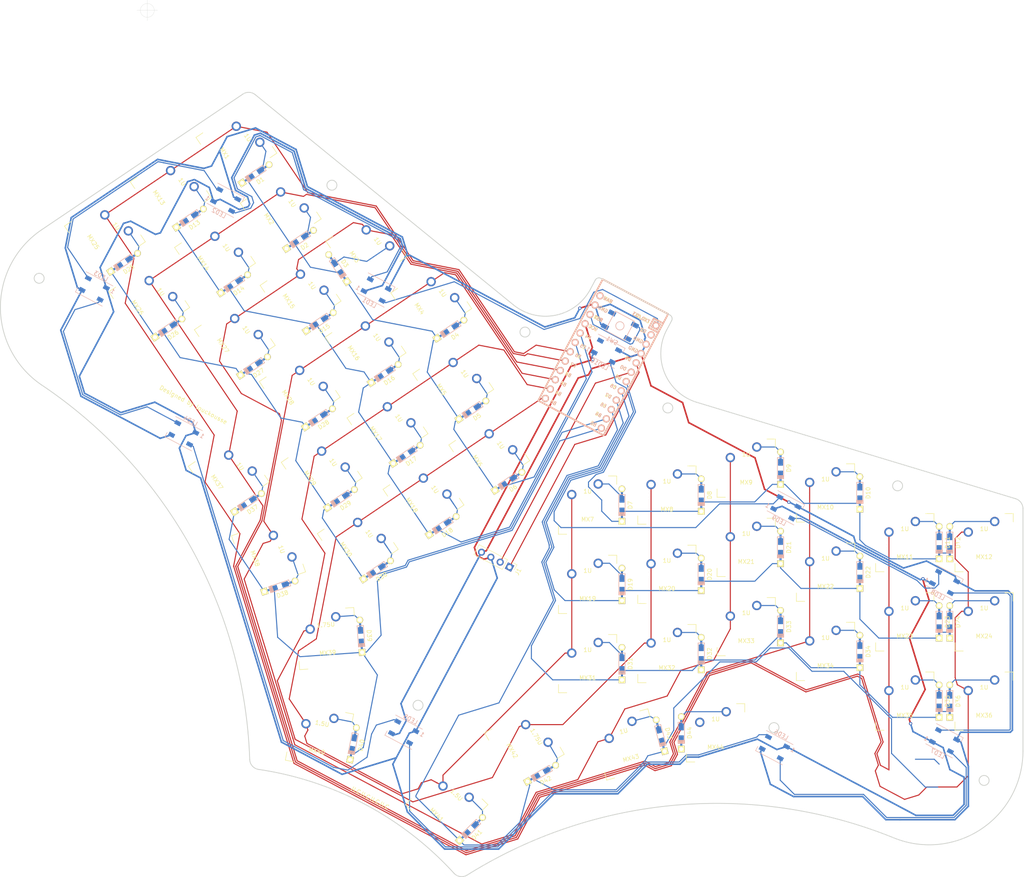
<source format=kicad_pcb>
(kicad_pcb (version 20171130) (host pcbnew "(5.1.6)-1")
  (title_block (title flatbrain) (date 2020-04-09) (rev 0.1.1) (company louckousse) (comment 1 "A merged split keyboard"))
  (layers (0 F.Cu signal) (31 B.Cu signal) (34 B.Paste user) (35 F.Paste user) (36 B.SilkS user) (37 F.SilkS user) (38 B.Mask user) (39 F.Mask user) (44 Edge.Cuts user))
  (net 0 "")
  (net 1 GND)
  (net 2 "Net-(D1-Pad2)")
  (net 3 ROW0)
  (net 4 "Net-(D2-Pad2)")
  (net 5 ROW1)
  (net 6 "Net-(D3-Pad2)")
  (net 7 "Net-(D4-Pad2)")
  (net 8 VCC)
  (net 9 COL0)
  (net 10 COL1)
  (net 11 "Net-(D5-Pad2)")
  (net 12 "Net-(D6-Pad2)")
  (net 13 "Net-(D7-Pad2)")
  (net 14 "Net-(D8-Pad2)")
  (net 15 "Net-(D9-Pad2)")
  (net 16 "Net-(D10-Pad2)")
  (net 17 "Net-(D11-Pad2)")
  (net 18 "Net-(D12-Pad2)")
  (net 19 "Net-(D13-Pad2)")
  (net 20 ROW2)
  (net 21 "Net-(D14-Pad2)")
  (net 22 "Net-(D15-Pad2)")
  (net 23 "Net-(D16-Pad2)")
  (net 24 "Net-(D17-Pad2)")
  (net 25 "Net-(D18-Pad2)")
  (net 26 "Net-(D19-Pad2)")
  (net 27 ROW3)
  (net 28 "Net-(D20-Pad2)")
  (net 29 "Net-(D21-Pad2)")
  (net 30 "Net-(D22-Pad2)")
  (net 31 COL2)
  (net 32 COL3)
  (net 33 COL4)
  (net 34 COL5)
  (net 35 "Net-(D23-Pad2)")
  (net 36 "Net-(D24-Pad2)")
  (net 37 "Net-(D25-Pad2)")
  (net 38 "Net-(D26-Pad2)")
  (net 39 "Net-(D27-Pad2)")
  (net 40 "Net-(D28-Pad2)")
  (net 41 "Net-(D29-Pad2)")
  (net 42 "Net-(D30-Pad2)")
  (net 43 "Net-(D31-Pad2)")
  (net 44 "Net-(D32-Pad2)")
  (net 45 "Net-(D33-Pad2)")
  (net 46 "Net-(D34-Pad2)")
  (net 47 "Net-(D35-Pad2)")
  (net 48 "Net-(D36-Pad2)")
  (net 49 "Net-(D37-Pad2)")
  (net 50 "Net-(D38-Pad2)")
  (net 51 "Net-(D39-Pad2)")
  (net 52 "Net-(D40-Pad2)")
  (net 53 "Net-(D41-Pad2)")
  (net 54 "Net-(D42-Pad2)")
  (net 55 "Net-(D43-Pad2)")
  (net 56 "Net-(D44-Pad2)")
  (net 57 RST)
  (net 58 "Net-(U1-Pad24)")
  (net 59 "Net-(U1-Pad2)")
  (net 60 SCL)
  (net 61 SDA)
  (net 62 ROW4)
  (net 63 ROW5)
  (net 64 ROW6)
  (net 65 ROW7)
  (net 66 "Net-(LED1-Pad2)")
  (net 67 LED)
  (net 68 "Net-(LED2-Pad2)")
  (net 69 "Net-(LED3-Pad2)")
  (net 70 "Net-(LED4-Pad2)")
  (net 71 "Net-(LED5-Pad2)")
  (net 72 "Net-(LED6-Pad2)")
  (net 73 "Net-(LED7-Pad2)")
  (net 74 "Net-(LED8-Pad2)")
  (net 75 "Net-(LED10-Pad4)")
  (net 76 "Net-(LED10-Pad2)")
  (module parts:mx_1u (layer F.Cu) (at 148.316227 185.405407)
    (fp_text reference MX44 (at 0 3.429) (layer F.SilkS))
    (fp_text value MX-NoLED hide)
    (fp_text user 1U (at 0 -3.302 -180) (layer F.SilkS))
    (pad 2 thru_hole circle (at 2.54 -5.08) (size 2.25 2.25) (drill 1.47) (layers *.Cu B.Mask) (net 56 "Net-(D44-Pad2)"))
    (pad "" np_thru_hole circle (at 0 0) (size 3.9878 3.9878) (drill 3.9878) (layers *.Cu *.Mask))
    (pad 1 thru_hole circle (at -3.81 -2.54) (size 2.25 2.25) (drill 1.47) (layers *.Cu B.Mask) (net 10 COL1))
    (pad "" np_thru_hole circle (at -5.08 0 48.0996) (size 1.75 1.75) (drill 1.75) (layers *.Cu *.Mask))
    (pad "" np_thru_hole circle (at 5.08 0 48.0996) (size 1.75 1.75) (drill 1.75) (layers *.Cu *.Mask))
  )
  (module parts:mx_1u (layer F.Cu) (at 127.082876 188.193696 15)
    (fp_text reference MX43 (at 0 3.429 15) (layer F.SilkS))
    (fp_text value MX-NoLED hide)
    (fp_text user 1U (at 0 -3.302 -165) (layer F.SilkS))
    (pad 2 thru_hole circle (at 2.54 -5.08 15) (size 2.25 2.25) (drill 1.47) (layers *.Cu B.Mask) (net 55 "Net-(D43-Pad2)"))
    (pad "" np_thru_hole circle (at 0 0 15) (size 3.9878 3.9878) (drill 3.9878) (layers *.Cu *.Mask))
    (pad 1 thru_hole circle (at -3.81 -2.54 15) (size 2.25 2.25) (drill 1.47) (layers *.Cu B.Mask) (net 32 COL3))
    (pad "" np_thru_hole circle (at -5.08 0 63.0996) (size 1.75 1.75) (drill 1.75) (layers *.Cu *.Mask))
    (pad "" np_thru_hole circle (at 5.08 0 63.0996) (size 1.75 1.75) (drill 1.75) (layers *.Cu *.Mask))
  )
  (module parts:mx_175u (layer F.Cu) (at 102.38607 187.99437 300)
    (fp_text reference MX42 (at 0 3.429 120) (layer F.SilkS))
    (fp_text value MX-NoLED)
    (fp_text user 1.75U (at 0 -3.302 120) (layer F.SilkS))
    (pad 2 thru_hole circle (at 2.54 -5.08 300) (size 2.25 2.25) (drill 1.47) (layers *.Cu B.Mask) (net 54 "Net-(D42-Pad2)"))
    (pad "" np_thru_hole circle (at 0 0 300) (size 3.9878 3.9878) (drill 3.9878) (layers *.Cu *.Mask))
    (pad 1 thru_hole circle (at -3.81 -2.54 300) (size 2.25 2.25) (drill 1.47) (layers *.Cu B.Mask) (net 33 COL4))
    (pad "" np_thru_hole circle (at -5.08 0 348.0996) (size 1.75 1.75) (drill 1.75) (layers *.Cu *.Mask))
    (pad "" np_thru_hole circle (at 5.08 0 348.0996) (size 1.75 1.75) (drill 1.75) (layers *.Cu *.Mask))
  )
  (module parts:mx_15u (layer F.Cu) (at 83.716988 202.678588 315)
    (fp_text reference MX41 (at 0 3.429 135) (layer F.SilkS))
    (fp_text value MX-NoLED)
    (fp_text user 1.5U (at 0 -3.302 135) (layer F.SilkS))
    (pad 1 thru_hole circle (at -3.81 -2.54 315) (size 2.25 2.25) (drill 1.47) (layers *.Cu B.Mask) (net 34 COL5))
    (pad "" np_thru_hole circle (at 5.08 0 3.0996) (size 1.75 1.75) (drill 1.75) (layers *.Cu *.Mask))
    (pad "" np_thru_hole circle (at 0 0 315) (size 3.9878 3.9878) (drill 3.9878) (layers *.Cu *.Mask))
    (pad "" np_thru_hole circle (at -5.08 0 3.0996) (size 1.75 1.75) (drill 1.75) (layers *.Cu *.Mask))
    (pad 2 thru_hole circle (at 2.54 -5.08 315) (size 2.25 2.25) (drill 1.47) (layers *.Cu B.Mask) (net 53 "Net-(D41-Pad2)"))
  )
  (module parts:mx_15u (layer F.Cu) (at 53.15396 186.43484 349)
    (fp_text reference MX40 (at 0 3.429 169) (layer F.SilkS))
    (fp_text value MX-NoLED)
    (fp_text user 1.5U (at 0 -3.302 169) (layer F.SilkS))
    (pad 1 thru_hole circle (at -3.81 -2.54 349) (size 2.25 2.25) (drill 1.47) (layers *.Cu B.Mask) (net 34 COL5))
    (pad "" np_thru_hole circle (at 5.08 0 37.0996) (size 1.75 1.75) (drill 1.75) (layers *.Cu *.Mask))
    (pad "" np_thru_hole circle (at 0 0 349) (size 3.9878 3.9878) (drill 3.9878) (layers *.Cu *.Mask))
    (pad "" np_thru_hole circle (at -5.08 0 37.0996) (size 1.75 1.75) (drill 1.75) (layers *.Cu *.Mask))
    (pad 2 thru_hole circle (at 2.54 -5.08 349) (size 2.25 2.25) (drill 1.47) (layers *.Cu B.Mask) (net 52 "Net-(D40-Pad2)"))
  )
  (module parts:mx_175u (layer F.Cu) (at 54.883848 162.744604 4)
    (fp_text reference MX39 (at 0 3.429 4) (layer F.SilkS))
    (fp_text value MX-NoLED)
    (fp_text user 1.75U (at 0 -3.302 4) (layer F.SilkS))
    (pad 2 thru_hole circle (at 2.54 -5.08 4) (size 2.25 2.25) (drill 1.47) (layers *.Cu B.Mask) (net 51 "Net-(D39-Pad2)"))
    (pad "" np_thru_hole circle (at 0 0 4) (size 3.9878 3.9878) (drill 3.9878) (layers *.Cu *.Mask))
    (pad 1 thru_hole circle (at -3.81 -2.54 4) (size 2.25 2.25) (drill 1.47) (layers *.Cu B.Mask) (net 33 COL4))
    (pad "" np_thru_hole circle (at -5.08 0 52.0996) (size 1.75 1.75) (drill 1.75) (layers *.Cu *.Mask))
    (pad "" np_thru_hole circle (at 5.08 0 52.0996) (size 1.75 1.75) (drill 1.75) (layers *.Cu *.Mask))
  )
  (module parts:mx_1u (layer F.Cu) (at 40.908985 142.374246 289)
    (fp_text reference MX38 (at 0 3.429 109) (layer F.SilkS))
    (fp_text value MX-NoLED hide)
    (fp_text user 1U (at 0 -3.302 289) (layer F.SilkS))
    (pad 2 thru_hole circle (at 2.54 -5.08 289) (size 2.25 2.25) (drill 1.47) (layers *.Cu B.Mask) (net 50 "Net-(D38-Pad2)"))
    (pad "" np_thru_hole circle (at 0 0 289) (size 3.9878 3.9878) (drill 3.9878) (layers *.Cu *.Mask))
    (pad 1 thru_hole circle (at -3.81 -2.54 289) (size 2.25 2.25) (drill 1.47) (layers *.Cu B.Mask) (net 32 COL3))
    (pad "" np_thru_hole circle (at -5.08 0 337.0996) (size 1.75 1.75) (drill 1.75) (layers *.Cu *.Mask))
    (pad "" np_thru_hole circle (at 5.08 0 337.0996) (size 1.75 1.75) (drill 1.75) (layers *.Cu *.Mask))
  )
  (module parts:mx_1u (layer F.Cu) (at 31.356447 123.215538 304)
    (fp_text reference MX37 (at 0 3.429 124) (layer F.SilkS))
    (fp_text value MX-NoLED hide)
    (fp_text user 1U (at 0 -3.302 304) (layer F.SilkS))
    (pad 2 thru_hole circle (at 2.54 -5.08 304) (size 2.25 2.25) (drill 1.47) (layers *.Cu B.Mask) (net 49 "Net-(D37-Pad2)"))
    (pad "" np_thru_hole circle (at 0 0 304) (size 3.9878 3.9878) (drill 3.9878) (layers *.Cu *.Mask))
    (pad 1 thru_hole circle (at -3.81 -2.54 304) (size 2.25 2.25) (drill 1.47) (layers *.Cu B.Mask) (net 10 COL1))
    (pad "" np_thru_hole circle (at -5.08 0 352.0996) (size 1.75 1.75) (drill 1.75) (layers *.Cu *.Mask))
    (pad "" np_thru_hole circle (at 5.08 0 352.0996) (size 1.75 1.75) (drill 1.75) (layers *.Cu *.Mask))
  )
  (module parts:mx_1u (layer F.Cu) (at 212.809572 177.783732)
    (fp_text reference MX36 (at 0 3.429) (layer F.SilkS))
    (fp_text value MX-NoLED hide)
    (fp_text user 1U (at 0 -3.302 -180) (layer F.SilkS))
    (pad 2 thru_hole circle (at 2.54 -5.08) (size 2.25 2.25) (drill 1.47) (layers *.Cu B.Mask) (net 48 "Net-(D36-Pad2)"))
    (pad "" np_thru_hole circle (at 0 0) (size 3.9878 3.9878) (drill 3.9878) (layers *.Cu *.Mask))
    (pad 1 thru_hole circle (at -3.81 -2.54) (size 2.25 2.25) (drill 1.47) (layers *.Cu B.Mask) (net 9 COL0))
    (pad "" np_thru_hole circle (at -5.08 0 48.0996) (size 1.75 1.75) (drill 1.75) (layers *.Cu *.Mask))
    (pad "" np_thru_hole circle (at 5.08 0 48.0996) (size 1.75 1.75) (drill 1.75) (layers *.Cu *.Mask))
  )
  (module parts:mx_1u (layer F.Cu) (at 193.761315 177.780771)
    (fp_text reference MX35 (at 0 3.429) (layer F.SilkS))
    (fp_text value MX-NoLED hide)
    (fp_text user 1U (at 0 -3.302 -180) (layer F.SilkS))
    (pad 2 thru_hole circle (at 2.54 -5.08) (size 2.25 2.25) (drill 1.47) (layers *.Cu B.Mask) (net 47 "Net-(D35-Pad2)"))
    (pad "" np_thru_hole circle (at 0 0) (size 3.9878 3.9878) (drill 3.9878) (layers *.Cu *.Mask))
    (pad 1 thru_hole circle (at -3.81 -2.54) (size 2.25 2.25) (drill 1.47) (layers *.Cu B.Mask) (net 10 COL1))
    (pad "" np_thru_hole circle (at -5.08 0 48.0996) (size 1.75 1.75) (drill 1.75) (layers *.Cu *.Mask))
    (pad "" np_thru_hole circle (at 5.08 0 48.0996) (size 1.75 1.75) (drill 1.75) (layers *.Cu *.Mask))
  )
  (module parts:mx_1u (layer F.Cu) (at 174.716787 165.842499)
    (fp_text reference MX34 (at 0 3.429) (layer F.SilkS))
    (fp_text value MX-NoLED hide)
    (fp_text user 1U (at 0 -3.302 -180) (layer F.SilkS))
    (pad 2 thru_hole circle (at 2.54 -5.08) (size 2.25 2.25) (drill 1.47) (layers *.Cu B.Mask) (net 46 "Net-(D34-Pad2)"))
    (pad "" np_thru_hole circle (at 0 0) (size 3.9878 3.9878) (drill 3.9878) (layers *.Cu *.Mask))
    (pad 1 thru_hole circle (at -3.81 -2.54) (size 2.25 2.25) (drill 1.47) (layers *.Cu B.Mask) (net 31 COL2))
    (pad "" np_thru_hole circle (at -5.08 0 48.0996) (size 1.75 1.75) (drill 1.75) (layers *.Cu *.Mask))
    (pad "" np_thru_hole circle (at 5.08 0 48.0996) (size 1.75 1.75) (drill 1.75) (layers *.Cu *.Mask))
  )
  (module parts:mx_1u (layer F.Cu) (at 155.665697 159.880713)
    (fp_text reference MX33 (at 0 3.429) (layer F.SilkS))
    (fp_text value MX-NoLED hide)
    (fp_text user 1U (at 0 -3.302 -180) (layer F.SilkS))
    (pad 2 thru_hole circle (at 2.54 -5.08) (size 2.25 2.25) (drill 1.47) (layers *.Cu B.Mask) (net 45 "Net-(D33-Pad2)"))
    (pad "" np_thru_hole circle (at 0 0) (size 3.9878 3.9878) (drill 3.9878) (layers *.Cu *.Mask))
    (pad 1 thru_hole circle (at -3.81 -2.54) (size 2.25 2.25) (drill 1.47) (layers *.Cu B.Mask) (net 32 COL3))
    (pad "" np_thru_hole circle (at -5.08 0 48.0996) (size 1.75 1.75) (drill 1.75) (layers *.Cu *.Mask))
    (pad "" np_thru_hole circle (at 5.08 0 48.0996) (size 1.75 1.75) (drill 1.75) (layers *.Cu *.Mask))
  )
  (module parts:mx_1u (layer F.Cu) (at 136.616227 166.355407)
    (fp_text reference MX32 (at 0 3.429) (layer F.SilkS))
    (fp_text value MX-NoLED hide)
    (fp_text user 1U (at 0 -3.302 -180) (layer F.SilkS))
    (pad 2 thru_hole circle (at 2.54 -5.08) (size 2.25 2.25) (drill 1.47) (layers *.Cu B.Mask) (net 44 "Net-(D32-Pad2)"))
    (pad "" np_thru_hole circle (at 0 0) (size 3.9878 3.9878) (drill 3.9878) (layers *.Cu *.Mask))
    (pad 1 thru_hole circle (at -3.81 -2.54) (size 2.25 2.25) (drill 1.47) (layers *.Cu B.Mask) (net 33 COL4))
    (pad "" np_thru_hole circle (at -5.08 0 48.0996) (size 1.75 1.75) (drill 1.75) (layers *.Cu *.Mask))
    (pad "" np_thru_hole circle (at 5.08 0 48.0996) (size 1.75 1.75) (drill 1.75) (layers *.Cu *.Mask))
  )
  (module parts:mx_1u (layer F.Cu) (at 117.565436 168.767392)
    (fp_text reference MX31 (at 0 3.429) (layer F.SilkS))
    (fp_text value MX-NoLED hide)
    (fp_text user 1U (at 0 -3.302 -180) (layer F.SilkS))
    (pad 2 thru_hole circle (at 2.54 -5.08) (size 2.25 2.25) (drill 1.47) (layers *.Cu B.Mask) (net 43 "Net-(D31-Pad2)"))
    (pad "" np_thru_hole circle (at 0 0) (size 3.9878 3.9878) (drill 3.9878) (layers *.Cu *.Mask))
    (pad 1 thru_hole circle (at -3.81 -2.54) (size 2.25 2.25) (drill 1.47) (layers *.Cu B.Mask) (net 34 COL5))
    (pad "" np_thru_hole circle (at -5.08 0 48.0996) (size 1.75 1.75) (drill 1.75) (layers *.Cu *.Mask))
    (pad "" np_thru_hole circle (at 5.08 0 48.0996) (size 1.75 1.75) (drill 1.75) (layers *.Cu *.Mask))
  )
  (module parts:mx_1u (layer F.Cu) (at 62.344324 139.405146 304)
    (fp_text reference MX30 (at 0 3.429 124) (layer F.SilkS))
    (fp_text value MX-NoLED hide)
    (fp_text user 1U (at 0 -3.302 304) (layer F.SilkS))
    (pad 2 thru_hole circle (at 2.54 -5.08 304) (size 2.25 2.25) (drill 1.47) (layers *.Cu B.Mask) (net 42 "Net-(D30-Pad2)"))
    (pad "" np_thru_hole circle (at 0 0 304) (size 3.9878 3.9878) (drill 3.9878) (layers *.Cu *.Mask))
    (pad 1 thru_hole circle (at -3.81 -2.54 304) (size 2.25 2.25) (drill 1.47) (layers *.Cu B.Mask) (net 34 COL5))
    (pad "" np_thru_hole circle (at -5.08 0 352.0996) (size 1.75 1.75) (drill 1.75) (layers *.Cu *.Mask))
    (pad "" np_thru_hole circle (at 5.08 0 352.0996) (size 1.75 1.75) (drill 1.75) (layers *.Cu *.Mask))
  )
  (module parts:mx_1u (layer F.Cu) (at 53.69217 122.262651 304)
    (fp_text reference MX29 (at 0 3.429 124) (layer F.SilkS))
    (fp_text value MX-NoLED hide)
    (fp_text user 1U (at 0 -3.302 304) (layer F.SilkS))
    (pad 2 thru_hole circle (at 2.54 -5.08 304) (size 2.25 2.25) (drill 1.47) (layers *.Cu B.Mask) (net 41 "Net-(D29-Pad2)"))
    (pad "" np_thru_hole circle (at 0 0 304) (size 3.9878 3.9878) (drill 3.9878) (layers *.Cu *.Mask))
    (pad 1 thru_hole circle (at -3.81 -2.54 304) (size 2.25 2.25) (drill 1.47) (layers *.Cu B.Mask) (net 33 COL4))
    (pad "" np_thru_hole circle (at -5.08 0 352.0996) (size 1.75 1.75) (drill 1.75) (layers *.Cu *.Mask))
    (pad "" np_thru_hole circle (at 5.08 0 352.0996) (size 1.75 1.75) (drill 1.75) (layers *.Cu *.Mask))
  )
  (module parts:mx_1u (layer F.Cu) (at 48.409223 102.84759 304)
    (fp_text reference MX28 (at 0 3.429 124) (layer F.SilkS))
    (fp_text value MX-NoLED hide)
    (fp_text user 1U (at 0 -3.302 304) (layer F.SilkS))
    (pad 2 thru_hole circle (at 2.54 -5.08 304) (size 2.25 2.25) (drill 1.47) (layers *.Cu B.Mask) (net 40 "Net-(D28-Pad2)"))
    (pad "" np_thru_hole circle (at 0 0 304) (size 3.9878 3.9878) (drill 3.9878) (layers *.Cu *.Mask))
    (pad 1 thru_hole circle (at -3.81 -2.54 304) (size 2.25 2.25) (drill 1.47) (layers *.Cu B.Mask) (net 32 COL3))
    (pad "" np_thru_hole circle (at -5.08 0 352.0996) (size 1.75 1.75) (drill 1.75) (layers *.Cu *.Mask))
    (pad "" np_thru_hole circle (at 5.08 0 352.0996) (size 1.75 1.75) (drill 1.75) (layers *.Cu *.Mask))
  )
  (module parts:mx_1u (layer F.Cu) (at 32.808072 90.392245 304)
    (fp_text reference MX27 (at 0 3.429 124) (layer F.SilkS))
    (fp_text value MX-NoLED hide)
    (fp_text user 1U (at 0 -3.302 304) (layer F.SilkS))
    (pad 2 thru_hole circle (at 2.54 -5.08 304) (size 2.25 2.25) (drill 1.47) (layers *.Cu B.Mask) (net 39 "Net-(D27-Pad2)"))
    (pad "" np_thru_hole circle (at 0 0 304) (size 3.9878 3.9878) (drill 3.9878) (layers *.Cu *.Mask))
    (pad 1 thru_hole circle (at -3.81 -2.54 304) (size 2.25 2.25) (drill 1.47) (layers *.Cu B.Mask) (net 31 COL2))
    (pad "" np_thru_hole circle (at -5.08 0 352.0996) (size 1.75 1.75) (drill 1.75) (layers *.Cu *.Mask))
    (pad "" np_thru_hole circle (at 5.08 0 352.0996) (size 1.75 1.75) (drill 1.75) (layers *.Cu *.Mask))
  )
  (module parts:mx_1u (layer F.Cu) (at 12.258394 81.274727 304)
    (fp_text reference MX26 (at 0 3.429 124) (layer F.SilkS))
    (fp_text value MX-NoLED hide)
    (fp_text user 1U (at 0 -3.302 304) (layer F.SilkS))
    (pad 2 thru_hole circle (at 2.54 -5.08 304) (size 2.25 2.25) (drill 1.47) (layers *.Cu B.Mask) (net 38 "Net-(D26-Pad2)"))
    (pad "" np_thru_hole circle (at 0 0 304) (size 3.9878 3.9878) (drill 3.9878) (layers *.Cu *.Mask))
    (pad 1 thru_hole circle (at -3.81 -2.54 304) (size 2.25 2.25) (drill 1.47) (layers *.Cu B.Mask) (net 10 COL1))
    (pad "" np_thru_hole circle (at -5.08 0 352.0996) (size 1.75 1.75) (drill 1.75) (layers *.Cu *.Mask))
    (pad "" np_thru_hole circle (at 5.08 0 352.0996) (size 1.75 1.75) (drill 1.75) (layers *.Cu *.Mask))
  )
  (module parts:mx_1u (layer F.Cu) (at 1.60577 65.481558 304)
    (fp_text reference MX25 (at 0 3.429 124) (layer F.SilkS))
    (fp_text value MX-NoLED hide)
    (fp_text user 1U (at 0 -3.302 304) (layer F.SilkS))
    (pad 2 thru_hole circle (at 2.54 -5.08 304) (size 2.25 2.25) (drill 1.47) (layers *.Cu B.Mask) (net 37 "Net-(D25-Pad2)"))
    (pad "" np_thru_hole circle (at 0 0 304) (size 3.9878 3.9878) (drill 3.9878) (layers *.Cu *.Mask))
    (pad 1 thru_hole circle (at -3.81 -2.54 304) (size 2.25 2.25) (drill 1.47) (layers *.Cu B.Mask) (net 9 COL0))
    (pad "" np_thru_hole circle (at -5.08 0 352.0996) (size 1.75 1.75) (drill 1.75) (layers *.Cu *.Mask))
    (pad "" np_thru_hole circle (at 5.08 0 352.0996) (size 1.75 1.75) (drill 1.75) (layers *.Cu *.Mask))
  )
  (module parts:mx_1u (layer F.Cu) (at 212.81253 158.735474)
    (fp_text reference MX24 (at 0 3.429) (layer F.SilkS))
    (fp_text value MX-NoLED hide)
    (fp_text user 1U (at 0 -3.302 -180) (layer F.SilkS))
    (pad 2 thru_hole circle (at 2.54 -5.08) (size 2.25 2.25) (drill 1.47) (layers *.Cu B.Mask) (net 36 "Net-(D24-Pad2)"))
    (pad "" np_thru_hole circle (at 0 0) (size 3.9878 3.9878) (drill 3.9878) (layers *.Cu *.Mask))
    (pad 1 thru_hole circle (at -3.81 -2.54) (size 2.25 2.25) (drill 1.47) (layers *.Cu B.Mask) (net 9 COL0))
    (pad "" np_thru_hole circle (at -5.08 0 48.0996) (size 1.75 1.75) (drill 1.75) (layers *.Cu *.Mask))
    (pad "" np_thru_hole circle (at 5.08 0 48.0996) (size 1.75 1.75) (drill 1.75) (layers *.Cu *.Mask))
  )
  (module parts:mx_1u (layer F.Cu) (at 193.764277 158.732515)
    (fp_text reference MX23 (at 0 3.429) (layer F.SilkS))
    (fp_text value MX-NoLED hide)
    (fp_text user 1U (at 0 -3.302 -180) (layer F.SilkS))
    (pad 2 thru_hole circle (at 2.54 -5.08) (size 2.25 2.25) (drill 1.47) (layers *.Cu B.Mask) (net 35 "Net-(D23-Pad2)"))
    (pad "" np_thru_hole circle (at 0 0) (size 3.9878 3.9878) (drill 3.9878) (layers *.Cu *.Mask))
    (pad 1 thru_hole circle (at -3.81 -2.54) (size 2.25 2.25) (drill 1.47) (layers *.Cu B.Mask) (net 10 COL1))
    (pad "" np_thru_hole circle (at -5.08 0 48.0996) (size 1.75 1.75) (drill 1.75) (layers *.Cu *.Mask))
    (pad "" np_thru_hole circle (at 5.08 0 48.0996) (size 1.75 1.75) (drill 1.75) (layers *.Cu *.Mask))
  )
  (module parts:mx_1u (layer F.Cu) (at 174.719744 146.794244)
    (fp_text reference MX22 (at 0 3.429) (layer F.SilkS))
    (fp_text value MX-NoLED hide)
    (fp_text user 1U (at 0 -3.302 -180) (layer F.SilkS))
    (pad 2 thru_hole circle (at 2.54 -5.08) (size 2.25 2.25) (drill 1.47) (layers *.Cu B.Mask) (net 30 "Net-(D22-Pad2)"))
    (pad "" np_thru_hole circle (at 0 0) (size 3.9878 3.9878) (drill 3.9878) (layers *.Cu *.Mask))
    (pad 1 thru_hole circle (at -3.81 -2.54) (size 2.25 2.25) (drill 1.47) (layers *.Cu B.Mask) (net 31 COL2))
    (pad "" np_thru_hole circle (at -5.08 0 48.0996) (size 1.75 1.75) (drill 1.75) (layers *.Cu *.Mask))
    (pad "" np_thru_hole circle (at 5.08 0 48.0996) (size 1.75 1.75) (drill 1.75) (layers *.Cu *.Mask))
  )
  (module parts:mx_1u (layer F.Cu) (at 155.659831 140.827769)
    (fp_text reference MX21 (at 0 3.429) (layer F.SilkS))
    (fp_text value MX-NoLED hide)
    (fp_text user 1U (at 0 -3.302 -180) (layer F.SilkS))
    (pad 2 thru_hole circle (at 2.54 -5.08) (size 2.25 2.25) (drill 1.47) (layers *.Cu B.Mask) (net 29 "Net-(D21-Pad2)"))
    (pad "" np_thru_hole circle (at 0 0) (size 3.9878 3.9878) (drill 3.9878) (layers *.Cu *.Mask))
    (pad 1 thru_hole circle (at -3.81 -2.54) (size 2.25 2.25) (drill 1.47) (layers *.Cu B.Mask) (net 32 COL3))
    (pad "" np_thru_hole circle (at -5.08 0 48.0996) (size 1.75 1.75) (drill 1.75) (layers *.Cu *.Mask))
    (pad "" np_thru_hole circle (at 5.08 0 48.0996) (size 1.75 1.75) (drill 1.75) (layers *.Cu *.Mask))
  )
  (module parts:mx_1u (layer F.Cu) (at 136.610359 147.302459)
    (fp_text reference MX20 (at 0 3.429) (layer F.SilkS))
    (fp_text value MX-NoLED hide)
    (fp_text user 1U (at 0 -3.302 -180) (layer F.SilkS))
    (pad 2 thru_hole circle (at 2.54 -5.08) (size 2.25 2.25) (drill 1.47) (layers *.Cu B.Mask) (net 28 "Net-(D20-Pad2)"))
    (pad "" np_thru_hole circle (at 0 0) (size 3.9878 3.9878) (drill 3.9878) (layers *.Cu *.Mask))
    (pad 1 thru_hole circle (at -3.81 -2.54) (size 2.25 2.25) (drill 1.47) (layers *.Cu B.Mask) (net 33 COL4))
    (pad "" np_thru_hole circle (at -5.08 0 48.0996) (size 1.75 1.75) (drill 1.75) (layers *.Cu *.Mask))
    (pad "" np_thru_hole circle (at 5.08 0 48.0996) (size 1.75 1.75) (drill 1.75) (layers *.Cu *.Mask))
  )
  (module parts:mx_1u (layer F.Cu) (at 117.566704 149.717393)
    (fp_text reference MX19 (at 0 3.429) (layer F.SilkS))
    (fp_text value MX-NoLED hide)
    (fp_text user 1U (at 0 -3.302 -180) (layer F.SilkS))
    (pad 2 thru_hole circle (at 2.54 -5.08) (size 2.25 2.25) (drill 1.47) (layers *.Cu B.Mask) (net 26 "Net-(D19-Pad2)"))
    (pad "" np_thru_hole circle (at 0 0) (size 3.9878 3.9878) (drill 3.9878) (layers *.Cu *.Mask))
    (pad 1 thru_hole circle (at -3.81 -2.54) (size 2.25 2.25) (drill 1.47) (layers *.Cu B.Mask) (net 34 COL5))
    (pad "" np_thru_hole circle (at -5.08 0 48.0996) (size 1.75 1.75) (drill 1.75) (layers *.Cu *.Mask))
    (pad "" np_thru_hole circle (at 5.08 0 48.0996) (size 1.75 1.75) (drill 1.75) (layers *.Cu *.Mask))
  )
  (module parts:mx_1u (layer F.Cu) (at 78.137495 128.752522 304)
    (fp_text reference MX18 (at 0 3.429 124) (layer F.SilkS))
    (fp_text value MX-NoLED hide)
    (fp_text user 1U (at 0 -3.302 304) (layer F.SilkS))
    (pad 2 thru_hole circle (at 2.54 -5.08 304) (size 2.25 2.25) (drill 1.47) (layers *.Cu B.Mask) (net 25 "Net-(D18-Pad2)"))
    (pad "" np_thru_hole circle (at 0 0 304) (size 3.9878 3.9878) (drill 3.9878) (layers *.Cu *.Mask))
    (pad 1 thru_hole circle (at -3.81 -2.54 304) (size 2.25 2.25) (drill 1.47) (layers *.Cu B.Mask) (net 34 COL5))
    (pad "" np_thru_hole circle (at -5.08 0 352.0996) (size 1.75 1.75) (drill 1.75) (layers *.Cu *.Mask))
    (pad "" np_thru_hole circle (at 5.08 0 352.0996) (size 1.75 1.75) (drill 1.75) (layers *.Cu *.Mask))
  )
  (module parts:mx_1u (layer F.Cu) (at 69.485336 111.610023 304)
    (fp_text reference MX17 (at 0 3.429 124) (layer F.SilkS))
    (fp_text value MX-NoLED hide)
    (fp_text user 1U (at 0 -3.302 304) (layer F.SilkS))
    (pad 2 thru_hole circle (at 2.54 -5.08 304) (size 2.25 2.25) (drill 1.47) (layers *.Cu B.Mask) (net 24 "Net-(D17-Pad2)"))
    (pad "" np_thru_hole circle (at 0 0 304) (size 3.9878 3.9878) (drill 3.9878) (layers *.Cu *.Mask))
    (pad 1 thru_hole circle (at -3.81 -2.54 304) (size 2.25 2.25) (drill 1.47) (layers *.Cu B.Mask) (net 33 COL4))
    (pad "" np_thru_hole circle (at -5.08 0 352.0996) (size 1.75 1.75) (drill 1.75) (layers *.Cu *.Mask))
    (pad "" np_thru_hole circle (at 5.08 0 352.0996) (size 1.75 1.75) (drill 1.75) (layers *.Cu *.Mask))
  )
  (module parts:mx_1u (layer F.Cu) (at 64.202384 92.194968 304)
    (fp_text reference MX16 (at 0 3.429 124) (layer F.SilkS))
    (fp_text value MX-NoLED hide)
    (fp_text user 1U (at 0 -3.302 304) (layer F.SilkS))
    (pad 2 thru_hole circle (at 2.54 -5.08 304) (size 2.25 2.25) (drill 1.47) (layers *.Cu B.Mask) (net 23 "Net-(D16-Pad2)"))
    (pad "" np_thru_hole circle (at 0 0 304) (size 3.9878 3.9878) (drill 3.9878) (layers *.Cu *.Mask))
    (pad 1 thru_hole circle (at -3.81 -2.54 304) (size 2.25 2.25) (drill 1.47) (layers *.Cu B.Mask) (net 32 COL3))
    (pad "" np_thru_hole circle (at -5.08 0 352.0996) (size 1.75 1.75) (drill 1.75) (layers *.Cu *.Mask))
    (pad "" np_thru_hole circle (at 5.08 0 352.0996) (size 1.75 1.75) (drill 1.75) (layers *.Cu *.Mask))
  )
  (module parts:mx_1u (layer F.Cu) (at 48.601237 79.739623 304)
    (fp_text reference MX15 (at 0 3.429 124) (layer F.SilkS))
    (fp_text value MX-NoLED hide)
    (fp_text user 1U (at 0 -3.302 304) (layer F.SilkS))
    (pad 2 thru_hole circle (at 2.54 -5.08 304) (size 2.25 2.25) (drill 1.47) (layers *.Cu B.Mask) (net 22 "Net-(D15-Pad2)"))
    (pad "" np_thru_hole circle (at 0 0 304) (size 3.9878 3.9878) (drill 3.9878) (layers *.Cu *.Mask))
    (pad 1 thru_hole circle (at -3.81 -2.54 304) (size 2.25 2.25) (drill 1.47) (layers *.Cu B.Mask) (net 31 COL2))
    (pad "" np_thru_hole circle (at -5.08 0 352.0996) (size 1.75 1.75) (drill 1.75) (layers *.Cu *.Mask))
    (pad "" np_thru_hole circle (at 5.08 0 352.0996) (size 1.75 1.75) (drill 1.75) (layers *.Cu *.Mask))
  )
  (module parts:mx_1u (layer F.Cu) (at 28.051557 70.622101 304)
    (fp_text reference MX14 (at 0 3.429 124) (layer F.SilkS))
    (fp_text value MX-NoLED hide)
    (fp_text user 1U (at 0 -3.302 304) (layer F.SilkS))
    (pad 2 thru_hole circle (at 2.54 -5.08 304) (size 2.25 2.25) (drill 1.47) (layers *.Cu B.Mask) (net 21 "Net-(D14-Pad2)"))
    (pad "" np_thru_hole circle (at 0 0 304) (size 3.9878 3.9878) (drill 3.9878) (layers *.Cu *.Mask))
    (pad 1 thru_hole circle (at -3.81 -2.54 304) (size 2.25 2.25) (drill 1.47) (layers *.Cu B.Mask) (net 10 COL1))
    (pad "" np_thru_hole circle (at -5.08 0 352.0996) (size 1.75 1.75) (drill 1.75) (layers *.Cu *.Mask))
    (pad "" np_thru_hole circle (at 5.08 0 352.0996) (size 1.75 1.75) (drill 1.75) (layers *.Cu *.Mask))
  )
  (module parts:mx_1u (layer F.Cu) (at 17.398937 54.828937 304)
    (fp_text reference MX13 (at 0 3.429 124) (layer F.SilkS))
    (fp_text value MX-NoLED hide)
    (fp_text user 1U (at 0 -3.302 304) (layer F.SilkS))
    (pad 2 thru_hole circle (at 2.54 -5.08 304) (size 2.25 2.25) (drill 1.47) (layers *.Cu B.Mask) (net 19 "Net-(D13-Pad2)"))
    (pad "" np_thru_hole circle (at 0 0 304) (size 3.9878 3.9878) (drill 3.9878) (layers *.Cu *.Mask))
    (pad 1 thru_hole circle (at -3.81 -2.54 304) (size 2.25 2.25) (drill 1.47) (layers *.Cu B.Mask) (net 9 COL0))
    (pad "" np_thru_hole circle (at -5.08 0 352.0996) (size 1.75 1.75) (drill 1.75) (layers *.Cu *.Mask))
    (pad "" np_thru_hole circle (at 5.08 0 352.0996) (size 1.75 1.75) (drill 1.75) (layers *.Cu *.Mask))
  )
  (module parts:mx_1u (layer F.Cu) (at 212.815493 139.687216)
    (fp_text reference MX12 (at 0 3.429) (layer F.SilkS))
    (fp_text value MX-NoLED hide)
    (fp_text user 1U (at 0 -3.302 -180) (layer F.SilkS))
    (pad 2 thru_hole circle (at 2.54 -5.08) (size 2.25 2.25) (drill 1.47) (layers *.Cu B.Mask) (net 18 "Net-(D12-Pad2)"))
    (pad "" np_thru_hole circle (at 0 0) (size 3.9878 3.9878) (drill 3.9878) (layers *.Cu *.Mask))
    (pad 1 thru_hole circle (at -3.81 -2.54) (size 2.25 2.25) (drill 1.47) (layers *.Cu B.Mask) (net 9 COL0))
    (pad "" np_thru_hole circle (at -5.08 0 48.0996) (size 1.75 1.75) (drill 1.75) (layers *.Cu *.Mask))
    (pad "" np_thru_hole circle (at 5.08 0 48.0996) (size 1.75 1.75) (drill 1.75) (layers *.Cu *.Mask))
  )
  (module parts:mx_1u (layer F.Cu) (at 193.767238 139.684259)
    (fp_text reference MX11 (at 0 3.429) (layer F.SilkS))
    (fp_text value MX-NoLED hide)
    (fp_text user 1U (at 0 -3.302 -180) (layer F.SilkS))
    (pad 2 thru_hole circle (at 2.54 -5.08) (size 2.25 2.25) (drill 1.47) (layers *.Cu B.Mask) (net 17 "Net-(D11-Pad2)"))
    (pad "" np_thru_hole circle (at 0 0) (size 3.9878 3.9878) (drill 3.9878) (layers *.Cu *.Mask))
    (pad 1 thru_hole circle (at -3.81 -2.54) (size 2.25 2.25) (drill 1.47) (layers *.Cu B.Mask) (net 10 COL1))
    (pad "" np_thru_hole circle (at -5.08 0 48.0996) (size 1.75 1.75) (drill 1.75) (layers *.Cu *.Mask))
    (pad "" np_thru_hole circle (at 5.08 0 48.0996) (size 1.75 1.75) (drill 1.75) (layers *.Cu *.Mask))
  )
  (module parts:mx_1u (layer F.Cu) (at 174.709214 127.739992)
    (fp_text reference MX10 (at 0 3.429) (layer F.SilkS))
    (fp_text value MX-NoLED hide)
    (fp_text user 1U (at 0 -3.302 -180) (layer F.SilkS))
    (pad 2 thru_hole circle (at 2.54 -5.08) (size 2.25 2.25) (drill 1.47) (layers *.Cu B.Mask) (net 16 "Net-(D10-Pad2)"))
    (pad "" np_thru_hole circle (at 0 0) (size 3.9878 3.9878) (drill 3.9878) (layers *.Cu *.Mask))
    (pad 1 thru_hole circle (at -3.81 -2.54) (size 2.25 2.25) (drill 1.47) (layers *.Cu B.Mask) (net 31 COL2))
    (pad "" np_thru_hole circle (at -5.08 0 48.0996) (size 1.75 1.75) (drill 1.75) (layers *.Cu *.Mask))
    (pad "" np_thru_hole circle (at 5.08 0 48.0996) (size 1.75 1.75) (drill 1.75) (layers *.Cu *.Mask))
  )
  (module parts:mx_1u (layer F.Cu) (at 155.662791 121.779514)
    (fp_text reference MX9 (at 0 3.429) (layer F.SilkS))
    (fp_text value MX-NoLED hide)
    (fp_text user 1U (at 0 -3.302 -180) (layer F.SilkS))
    (pad 2 thru_hole circle (at 2.54 -5.08) (size 2.25 2.25) (drill 1.47) (layers *.Cu B.Mask) (net 15 "Net-(D9-Pad2)"))
    (pad "" np_thru_hole circle (at 0 0) (size 3.9878 3.9878) (drill 3.9878) (layers *.Cu *.Mask))
    (pad 1 thru_hole circle (at -3.81 -2.54) (size 2.25 2.25) (drill 1.47) (layers *.Cu B.Mask) (net 32 COL3))
    (pad "" np_thru_hole circle (at -5.08 0 48.0996) (size 1.75 1.75) (drill 1.75) (layers *.Cu *.Mask))
    (pad "" np_thru_hole circle (at 5.08 0 48.0996) (size 1.75 1.75) (drill 1.75) (layers *.Cu *.Mask))
  )
  (module parts:mx_1u (layer F.Cu) (at 136.613322 128.254203)
    (fp_text reference MX8 (at 0 3.429) (layer F.SilkS))
    (fp_text value MX-NoLED hide)
    (fp_text user 1U (at 0 -3.302 -180) (layer F.SilkS))
    (pad 2 thru_hole circle (at 2.54 -5.08) (size 2.25 2.25) (drill 1.47) (layers *.Cu B.Mask) (net 14 "Net-(D8-Pad2)"))
    (pad "" np_thru_hole circle (at 0 0) (size 3.9878 3.9878) (drill 3.9878) (layers *.Cu *.Mask))
    (pad 1 thru_hole circle (at -3.81 -2.54) (size 2.25 2.25) (drill 1.47) (layers *.Cu B.Mask) (net 33 COL4))
    (pad "" np_thru_hole circle (at -5.08 0 48.0996) (size 1.75 1.75) (drill 1.75) (layers *.Cu *.Mask))
    (pad "" np_thru_hole circle (at 5.08 0 48.0996) (size 1.75 1.75) (drill 1.75) (layers *.Cu *.Mask))
  )
  (module parts:mx_1u (layer F.Cu) (at 117.557873 130.662699)
    (fp_text reference MX7 (at 0 3.429) (layer F.SilkS))
    (fp_text value MX-NoLED hide)
    (fp_text user 1U (at 0 -3.302 -180) (layer F.SilkS))
    (pad 2 thru_hole circle (at 2.54 -5.08) (size 2.25 2.25) (drill 1.47) (layers *.Cu B.Mask) (net 13 "Net-(D7-Pad2)"))
    (pad "" np_thru_hole circle (at 0 0) (size 3.9878 3.9878) (drill 3.9878) (layers *.Cu *.Mask))
    (pad 1 thru_hole circle (at -3.81 -2.54) (size 2.25 2.25) (drill 1.47) (layers *.Cu B.Mask) (net 34 COL5))
    (pad "" np_thru_hole circle (at -5.08 0 48.0996) (size 1.75 1.75) (drill 1.75) (layers *.Cu *.Mask))
    (pad "" np_thru_hole circle (at 5.08 0 48.0996) (size 1.75 1.75) (drill 1.75) (layers *.Cu *.Mask))
  )
  (module parts:mx_1u (layer F.Cu) (at 93.930659 118.099899 304)
    (fp_text reference MX6 (at 0 3.429 124) (layer F.SilkS))
    (fp_text value MX-NoLED hide)
    (fp_text user 1U (at 0 -3.302 304) (layer F.SilkS))
    (pad 2 thru_hole circle (at 2.54 -5.08 304) (size 2.25 2.25) (drill 1.47) (layers *.Cu B.Mask) (net 12 "Net-(D6-Pad2)"))
    (pad "" np_thru_hole circle (at 0 0 304) (size 3.9878 3.9878) (drill 3.9878) (layers *.Cu *.Mask))
    (pad 1 thru_hole circle (at -3.81 -2.54 304) (size 2.25 2.25) (drill 1.47) (layers *.Cu B.Mask) (net 34 COL5))
    (pad "" np_thru_hole circle (at -5.08 0 352.0996) (size 1.75 1.75) (drill 1.75) (layers *.Cu *.Mask))
    (pad "" np_thru_hole circle (at 5.08 0 352.0996) (size 1.75 1.75) (drill 1.75) (layers *.Cu *.Mask))
  )
  (module parts:mx_1u (layer F.Cu) (at 85.2785 100.957401 304)
    (fp_text reference MX5 (at 0 3.429 124) (layer F.SilkS))
    (fp_text value MX-NoLED hide)
    (fp_text user 1U (at 0 -3.302 304) (layer F.SilkS))
    (pad 2 thru_hole circle (at 2.54 -5.08 304) (size 2.25 2.25) (drill 1.47) (layers *.Cu B.Mask) (net 11 "Net-(D5-Pad2)"))
    (pad "" np_thru_hole circle (at 0 0 304) (size 3.9878 3.9878) (drill 3.9878) (layers *.Cu *.Mask))
    (pad 1 thru_hole circle (at -3.81 -2.54 304) (size 2.25 2.25) (drill 1.47) (layers *.Cu B.Mask) (net 33 COL4))
    (pad "" np_thru_hole circle (at -5.08 0 352.0996) (size 1.75 1.75) (drill 1.75) (layers *.Cu *.Mask))
    (pad "" np_thru_hole circle (at 5.08 0 352.0996) (size 1.75 1.75) (drill 1.75) (layers *.Cu *.Mask))
  )
  (module parts:mx_1u (layer F.Cu) (at 79.995552 81.54234 304)
    (fp_text reference MX4 (at 0 3.429 124) (layer F.SilkS))
    (fp_text value MX-NoLED hide)
    (fp_text user 1U (at 0 -3.302 304) (layer F.SilkS))
    (pad 2 thru_hole circle (at 2.54 -5.08 304) (size 2.25 2.25) (drill 1.47) (layers *.Cu B.Mask) (net 7 "Net-(D4-Pad2)"))
    (pad "" np_thru_hole circle (at 0 0 304) (size 3.9878 3.9878) (drill 3.9878) (layers *.Cu *.Mask))
    (pad 1 thru_hole circle (at -3.81 -2.54 304) (size 2.25 2.25) (drill 1.47) (layers *.Cu B.Mask) (net 32 COL3))
    (pad "" np_thru_hole circle (at -5.08 0 352.0996) (size 1.75 1.75) (drill 1.75) (layers *.Cu *.Mask))
    (pad "" np_thru_hole circle (at 5.08 0 352.0996) (size 1.75 1.75) (drill 1.75) (layers *.Cu *.Mask))
  )
  (module parts:mx_1u (layer F.Cu) (at 64.3944 69.087 304)
    (fp_text reference MX3 (at 0 3.429 124) (layer F.SilkS))
    (fp_text value MX-NoLED hide)
    (fp_text user 1U (at 0 -3.302 304) (layer F.SilkS))
    (pad 2 thru_hole circle (at 2.54 -5.08 304) (size 2.25 2.25) (drill 1.47) (layers *.Cu B.Mask) (net 6 "Net-(D3-Pad2)"))
    (pad "" np_thru_hole circle (at 0 0 304) (size 3.9878 3.9878) (drill 3.9878) (layers *.Cu *.Mask))
    (pad 1 thru_hole circle (at -3.81 -2.54 304) (size 2.25 2.25) (drill 1.47) (layers *.Cu B.Mask) (net 31 COL2))
    (pad "" np_thru_hole circle (at -5.08 0 352.0996) (size 1.75 1.75) (drill 1.75) (layers *.Cu *.Mask))
    (pad "" np_thru_hole circle (at 5.08 0 352.0996) (size 1.75 1.75) (drill 1.75) (layers *.Cu *.Mask))
  )
  (module parts:mx_1u (layer F.Cu) (at 43.844725 59.969479 304)
    (fp_text reference MX2 (at 0 3.429 124) (layer F.SilkS))
    (fp_text value MX-NoLED hide)
    (fp_text user 1U (at 0 -3.302 304) (layer F.SilkS))
    (pad 2 thru_hole circle (at 2.54 -5.08 304) (size 2.25 2.25) (drill 1.47) (layers *.Cu B.Mask) (net 4 "Net-(D2-Pad2)"))
    (pad "" np_thru_hole circle (at 0 0 304) (size 3.9878 3.9878) (drill 3.9878) (layers *.Cu *.Mask))
    (pad 1 thru_hole circle (at -3.81 -2.54 304) (size 2.25 2.25) (drill 1.47) (layers *.Cu B.Mask) (net 10 COL1))
    (pad "" np_thru_hole circle (at -5.08 0 352.0996) (size 1.75 1.75) (drill 1.75) (layers *.Cu *.Mask))
    (pad "" np_thru_hole circle (at 5.08 0 352.0996) (size 1.75 1.75) (drill 1.75) (layers *.Cu *.Mask))
  )
  (module parts:mx_1u (layer F.Cu) (at 33.1921 44.176311 304)
    (fp_text reference MX1 (at 0 3.429 124) (layer F.SilkS))
    (fp_text value MX-NoLED hide)
    (fp_text user 1U (at 0 -3.302 304) (layer F.SilkS))
    (pad 2 thru_hole circle (at 2.54 -5.08 304) (size 2.25 2.25) (drill 1.47) (layers *.Cu B.Mask) (net 2 "Net-(D1-Pad2)"))
    (pad "" np_thru_hole circle (at 0 0 304) (size 3.9878 3.9878) (drill 3.9878) (layers *.Cu *.Mask))
    (pad 1 thru_hole circle (at -3.81 -2.54 304) (size 2.25 2.25) (drill 1.47) (layers *.Cu B.Mask) (net 9 COL0))
    (pad "" np_thru_hole circle (at -5.08 0 352.0996) (size 1.75 1.75) (drill 1.75) (layers *.Cu *.Mask))
    (pad "" np_thru_hole circle (at 5.08 0 352.0996) (size 1.75 1.75) (drill 1.75) (layers *.Cu *.Mask))
  )
  (module Keebio-Parts:Diode-Hybrid-Back (layer F.Cu) (at 135.051764 186.058441 285)
    (fp_text reference D43 (at 0 -2 285) (layer F.SilkS))
    (fp_text value D_Small)
    (pad 1 thru_hole rect (at 3.9 0 285) (size 1.6 1.6) (drill 1) (layers *.Cu *.Mask F.SilkS) (net 65 ROW7))
    (pad 2 thru_hole circle (at -3.9 0 285) (size 1.6 1.6) (drill 1) (layers *.Cu *.Mask F.SilkS) (net 55 "Net-(D43-Pad2)"))
    (pad 1 smd rect (at 2.5 0 285) (size 2.9 0.5) (layers B.Cu) (net 65 ROW7))
    (pad 1 smd rect (at 1.4 0 285) (size 1.6 1.2) (layers B.Cu B.Paste B.Mask) (net 65 ROW7))
    (pad 2 smd rect (at -1.4 0 285) (size 1.6 1.2) (layers B.Cu B.Paste B.Mask) (net 55 "Net-(D43-Pad2)"))
    (pad 2 smd rect (at -2.5 0 285) (size 2.9 0.5) (layers B.Cu) (net 55 "Net-(D43-Pad2)"))
  )
  (module Keebio-Parts:Diode-Hybrid-Back (layer F.Cu) (at 37.805441 51.015869 214)
    (fp_text reference D1 (at 0 -2 214) (layer F.SilkS))
    (fp_text value D_Small)
    (pad 1 thru_hole rect (at 3.9 0 214) (size 1.6 1.6) (drill 1) (layers *.Cu *.Mask F.SilkS) (net 3 ROW0))
    (pad 2 thru_hole circle (at -3.9 0 214) (size 1.6 1.6) (drill 1) (layers *.Cu *.Mask F.SilkS) (net 2 "Net-(D1-Pad2)"))
    (pad 1 smd rect (at 2.5 0 214) (size 2.9 0.5) (layers B.Cu) (net 3 ROW0))
    (pad 1 smd rect (at 1.4 0 214) (size 1.6 1.2) (layers B.Cu B.Paste B.Mask) (net 3 ROW0))
    (pad 2 smd rect (at -1.4 0 214) (size 1.6 1.2) (layers B.Cu B.Paste B.Mask) (net 2 "Net-(D1-Pad2)"))
    (pad 2 smd rect (at -2.5 0 214) (size 2.9 0.5) (layers B.Cu) (net 2 "Net-(D1-Pad2)"))
  )
  (module Keebio-Parts:Diode-Hybrid-Back (layer F.Cu) (at 140.066227 185.405407 270)
    (fp_text reference D44 (at 0 -2 270) (layer F.SilkS))
    (fp_text value D_Small)
    (pad 2 smd rect (at -2.5 0 270) (size 2.9 0.5) (layers B.Cu) (net 56 "Net-(D44-Pad2)"))
    (pad 2 smd rect (at -1.4 0 270) (size 1.6 1.2) (layers B.Cu B.Paste B.Mask) (net 56 "Net-(D44-Pad2)"))
    (pad 1 smd rect (at 1.4 0 270) (size 1.6 1.2) (layers B.Cu B.Paste B.Mask) (net 65 ROW7))
    (pad 1 smd rect (at 2.5 0 270) (size 2.9 0.5) (layers B.Cu) (net 65 ROW7))
    (pad 2 thru_hole circle (at -3.9 0 270) (size 1.6 1.6) (drill 1) (layers *.Cu *.Mask F.SilkS) (net 56 "Net-(D44-Pad2)"))
    (pad 1 thru_hole rect (at 3.9 0 270) (size 1.6 1.6) (drill 1) (layers *.Cu *.Mask F.SilkS) (net 65 ROW7))
  )
  (module Keebio-Parts:Diode-Hybrid-Back (layer F.Cu) (at 106.511072 195.139081 210)
    (fp_text reference D42 (at -0.000001 -2 210) (layer F.SilkS))
    (fp_text value D_Small)
    (pad 1 thru_hole rect (at 3.9 0 210) (size 1.6 1.6) (drill 1) (layers *.Cu *.Mask F.SilkS) (net 65 ROW7))
    (pad 2 thru_hole circle (at -3.9 0 210) (size 1.6 1.6) (drill 1) (layers *.Cu *.Mask F.SilkS) (net 54 "Net-(D42-Pad2)"))
    (pad 1 smd rect (at 2.5 0 210) (size 2.9 0.5) (layers B.Cu) (net 65 ROW7))
    (pad 1 smd rect (at 1.4 0 210) (size 1.6 1.2) (layers B.Cu B.Paste B.Mask) (net 65 ROW7))
    (pad 2 smd rect (at -1.4 0 210) (size 1.6 1.2) (layers B.Cu B.Paste B.Mask) (net 54 "Net-(D42-Pad2)"))
    (pad 2 smd rect (at -2.5 0 210) (size 2.9 0.5) (layers B.Cu) (net 54 "Net-(D42-Pad2)"))
  )
  (module Keebio-Parts:Diode-Hybrid-Back (layer F.Cu) (at 89.550618 208.512219 225)
    (fp_text reference D41 (at 0.000001 -2 225) (layer F.SilkS))
    (fp_text value D_Small)
    (pad 1 thru_hole rect (at 3.9 0 225) (size 1.6 1.6) (drill 1) (layers *.Cu *.Mask F.SilkS) (net 65 ROW7))
    (pad 2 thru_hole circle (at -3.9 0 225) (size 1.6 1.6) (drill 1) (layers *.Cu *.Mask F.SilkS) (net 53 "Net-(D41-Pad2)"))
    (pad 1 smd rect (at 2.5 0 225) (size 2.9 0.5) (layers B.Cu) (net 65 ROW7))
    (pad 1 smd rect (at 1.4 0 225) (size 1.6 1.2) (layers B.Cu B.Paste B.Mask) (net 65 ROW7))
    (pad 2 smd rect (at -1.4 0 225) (size 1.6 1.2) (layers B.Cu B.Paste B.Mask) (net 53 "Net-(D41-Pad2)"))
    (pad 2 smd rect (at -2.5 0 225) (size 2.9 0.5) (layers B.Cu) (net 53 "Net-(D41-Pad2)"))
  )
  (module Keebio-Parts:Diode-Hybrid-Back (layer F.Cu) (at 204.55957 177.78373 270)
    (fp_text reference D36 (at 0 -2 270) (layer F.SilkS))
    (fp_text value D_Small)
    (pad 1 thru_hole rect (at 3.9 0 270) (size 1.6 1.6) (drill 1) (layers *.Cu *.Mask F.SilkS) (net 64 ROW6))
    (pad 2 thru_hole circle (at -3.9 0 270) (size 1.6 1.6) (drill 1) (layers *.Cu *.Mask F.SilkS) (net 48 "Net-(D36-Pad2)"))
    (pad 1 smd rect (at 2.5 0 270) (size 2.9 0.5) (layers B.Cu) (net 64 ROW6))
    (pad 1 smd rect (at 1.4 0 270) (size 1.6 1.2) (layers B.Cu B.Paste B.Mask) (net 64 ROW6))
    (pad 2 smd rect (at -1.4 0 270) (size 1.6 1.2) (layers B.Cu B.Paste B.Mask) (net 48 "Net-(D36-Pad2)"))
    (pad 2 smd rect (at -2.5 0 270) (size 2.9 0.5) (layers B.Cu) (net 48 "Net-(D36-Pad2)"))
  )
  (module Keebio-Parts:Diode-Hybrid-Back (layer F.Cu) (at 202.011314 177.780769 270)
    (fp_text reference D35 (at 0 -2 270) (layer F.SilkS))
    (fp_text value D_Small)
    (pad 1 thru_hole rect (at 3.9 0 270) (size 1.6 1.6) (drill 1) (layers *.Cu *.Mask F.SilkS) (net 64 ROW6))
    (pad 2 thru_hole circle (at -3.9 0 270) (size 1.6 1.6) (drill 1) (layers *.Cu *.Mask F.SilkS) (net 47 "Net-(D35-Pad2)"))
    (pad 1 smd rect (at 2.5 0 270) (size 2.9 0.5) (layers B.Cu) (net 64 ROW6))
    (pad 1 smd rect (at 1.4 0 270) (size 1.6 1.2) (layers B.Cu B.Paste B.Mask) (net 64 ROW6))
    (pad 2 smd rect (at -1.4 0 270) (size 1.6 1.2) (layers B.Cu B.Paste B.Mask) (net 47 "Net-(D35-Pad2)"))
    (pad 2 smd rect (at -2.5 0 270) (size 2.9 0.5) (layers B.Cu) (net 47 "Net-(D35-Pad2)"))
  )
  (module Keebio-Parts:Diode-Hybrid-Back (layer F.Cu) (at 182.966787 165.842498 270)
    (fp_text reference D34 (at 0 -2 270) (layer F.SilkS))
    (fp_text value D_Small)
    (pad 1 thru_hole rect (at 3.9 0 270) (size 1.6 1.6) (drill 1) (layers *.Cu *.Mask F.SilkS) (net 64 ROW6))
    (pad 2 thru_hole circle (at -3.9 0 270) (size 1.6 1.6) (drill 1) (layers *.Cu *.Mask F.SilkS) (net 46 "Net-(D34-Pad2)"))
    (pad 1 smd rect (at 2.5 0 270) (size 2.9 0.5) (layers B.Cu) (net 64 ROW6))
    (pad 1 smd rect (at 1.4 0 270) (size 1.6 1.2) (layers B.Cu B.Paste B.Mask) (net 64 ROW6))
    (pad 2 smd rect (at -1.4 0 270) (size 1.6 1.2) (layers B.Cu B.Paste B.Mask) (net 46 "Net-(D34-Pad2)"))
    (pad 2 smd rect (at -2.5 0 270) (size 2.9 0.5) (layers B.Cu) (net 46 "Net-(D34-Pad2)"))
  )
  (module Keebio-Parts:Diode-Hybrid-Back (layer F.Cu) (at 163.915697 159.880716 270)
    (fp_text reference D33 (at 0 -2 270) (layer F.SilkS))
    (fp_text value D_Small)
    (pad 1 thru_hole rect (at 3.9 0 270) (size 1.6 1.6) (drill 1) (layers *.Cu *.Mask F.SilkS) (net 64 ROW6))
    (pad 2 thru_hole circle (at -3.9 0 270) (size 1.6 1.6) (drill 1) (layers *.Cu *.Mask F.SilkS) (net 45 "Net-(D33-Pad2)"))
    (pad 1 smd rect (at 2.5 0 270) (size 2.9 0.5) (layers B.Cu) (net 64 ROW6))
    (pad 1 smd rect (at 1.4 0 270) (size 1.6 1.2) (layers B.Cu B.Paste B.Mask) (net 64 ROW6))
    (pad 2 smd rect (at -1.4 0 270) (size 1.6 1.2) (layers B.Cu B.Paste B.Mask) (net 45 "Net-(D33-Pad2)"))
    (pad 2 smd rect (at -2.5 0 270) (size 2.9 0.5) (layers B.Cu) (net 45 "Net-(D33-Pad2)"))
  )
  (module Keebio-Parts:Diode-Hybrid-Back (layer F.Cu) (at 144.866226 166.355407 270)
    (fp_text reference D32 (at 0 -2 270) (layer F.SilkS))
    (fp_text value D_Small)
    (pad 1 thru_hole rect (at 3.9 0 270) (size 1.6 1.6) (drill 1) (layers *.Cu *.Mask F.SilkS) (net 64 ROW6))
    (pad 2 thru_hole circle (at -3.9 0 270) (size 1.6 1.6) (drill 1) (layers *.Cu *.Mask F.SilkS) (net 44 "Net-(D32-Pad2)"))
    (pad 1 smd rect (at 2.5 0 270) (size 2.9 0.5) (layers B.Cu) (net 64 ROW6))
    (pad 1 smd rect (at 1.4 0 270) (size 1.6 1.2) (layers B.Cu B.Paste B.Mask) (net 64 ROW6))
    (pad 2 smd rect (at -1.4 0 270) (size 1.6 1.2) (layers B.Cu B.Paste B.Mask) (net 44 "Net-(D32-Pad2)"))
    (pad 2 smd rect (at -2.5 0 270) (size 2.9 0.5) (layers B.Cu) (net 44 "Net-(D32-Pad2)"))
  )
  (module Keebio-Parts:Diode-Hybrid-Back (layer F.Cu) (at 125.815435 168.767393 270)
    (fp_text reference D31 (at 0 -2 270) (layer F.SilkS))
    (fp_text value D_Small)
    (pad 1 thru_hole rect (at 3.9 0 270) (size 1.6 1.6) (drill 1) (layers *.Cu *.Mask F.SilkS) (net 64 ROW6))
    (pad 2 thru_hole circle (at -3.9 0 270) (size 1.6 1.6) (drill 1) (layers *.Cu *.Mask F.SilkS) (net 43 "Net-(D31-Pad2)"))
    (pad 1 smd rect (at 2.5 0 270) (size 2.9 0.5) (layers B.Cu) (net 64 ROW6))
    (pad 1 smd rect (at 1.4 0 270) (size 1.6 1.2) (layers B.Cu B.Paste B.Mask) (net 64 ROW6))
    (pad 2 smd rect (at -1.4 0 270) (size 1.6 1.2) (layers B.Cu B.Paste B.Mask) (net 43 "Net-(D31-Pad2)"))
    (pad 2 smd rect (at -2.5 0 270) (size 2.9 0.5) (layers B.Cu) (net 43 "Net-(D31-Pad2)"))
  )
  (module Keebio-Parts:Diode-Hybrid-Back (layer F.Cu) (at 204.562529 158.735474 270)
    (fp_text reference D24 (at 0 -2 270) (layer F.SilkS))
    (fp_text value D_Small)
    (pad 1 thru_hole rect (at 3.9 0 270) (size 1.6 1.6) (drill 1) (layers *.Cu *.Mask F.SilkS) (net 63 ROW5))
    (pad 2 thru_hole circle (at -3.9 0 270) (size 1.6 1.6) (drill 1) (layers *.Cu *.Mask F.SilkS) (net 36 "Net-(D24-Pad2)"))
    (pad 1 smd rect (at 2.5 0 270) (size 2.9 0.5) (layers B.Cu) (net 63 ROW5))
    (pad 1 smd rect (at 1.4 0 270) (size 1.6 1.2) (layers B.Cu B.Paste B.Mask) (net 63 ROW5))
    (pad 2 smd rect (at -1.4 0 270) (size 1.6 1.2) (layers B.Cu B.Paste B.Mask) (net 36 "Net-(D24-Pad2)"))
    (pad 2 smd rect (at -2.5 0 270) (size 2.9 0.5) (layers B.Cu) (net 36 "Net-(D24-Pad2)"))
  )
  (module Keebio-Parts:Diode-Hybrid-Back (layer F.Cu) (at 202.014277 158.732515 270)
    (fp_text reference D23 (at 0 -2 270) (layer F.SilkS))
    (fp_text value D_Small)
    (pad 1 thru_hole rect (at 3.9 0 270) (size 1.6 1.6) (drill 1) (layers *.Cu *.Mask F.SilkS) (net 63 ROW5))
    (pad 2 thru_hole circle (at -3.9 0 270) (size 1.6 1.6) (drill 1) (layers *.Cu *.Mask F.SilkS) (net 35 "Net-(D23-Pad2)"))
    (pad 1 smd rect (at 2.5 0 270) (size 2.9 0.5) (layers B.Cu) (net 63 ROW5))
    (pad 1 smd rect (at 1.4 0 270) (size 1.6 1.2) (layers B.Cu B.Paste B.Mask) (net 63 ROW5))
    (pad 2 smd rect (at -1.4 0 270) (size 1.6 1.2) (layers B.Cu B.Paste B.Mask) (net 35 "Net-(D23-Pad2)"))
    (pad 2 smd rect (at -2.5 0 270) (size 2.9 0.5) (layers B.Cu) (net 35 "Net-(D23-Pad2)"))
  )
  (module Keebio-Parts:Diode-Hybrid-Back (layer F.Cu) (at 182.969744 146.794244 270)
    (fp_text reference D22 (at 0 -2 270) (layer F.SilkS))
    (fp_text value D_Small)
    (pad 1 thru_hole rect (at 3.9 0 270) (size 1.6 1.6) (drill 1) (layers *.Cu *.Mask F.SilkS) (net 63 ROW5))
    (pad 2 thru_hole circle (at -3.9 0 270) (size 1.6 1.6) (drill 1) (layers *.Cu *.Mask F.SilkS) (net 30 "Net-(D22-Pad2)"))
    (pad 1 smd rect (at 2.5 0 270) (size 2.9 0.5) (layers B.Cu) (net 63 ROW5))
    (pad 1 smd rect (at 1.4 0 270) (size 1.6 1.2) (layers B.Cu B.Paste B.Mask) (net 63 ROW5))
    (pad 2 smd rect (at -1.4 0 270) (size 1.6 1.2) (layers B.Cu B.Paste B.Mask) (net 30 "Net-(D22-Pad2)"))
    (pad 2 smd rect (at -2.5 0 270) (size 2.9 0.5) (layers B.Cu) (net 30 "Net-(D22-Pad2)"))
  )
  (module Keebio-Parts:Diode-Hybrid-Back (layer F.Cu) (at 163.90983 140.827769 270)
    (fp_text reference D21 (at 0 -2 270) (layer F.SilkS))
    (fp_text value D_Small)
    (pad 1 thru_hole rect (at 3.9 0 270) (size 1.6 1.6) (drill 1) (layers *.Cu *.Mask F.SilkS) (net 63 ROW5))
    (pad 2 thru_hole circle (at -3.9 0 270) (size 1.6 1.6) (drill 1) (layers *.Cu *.Mask F.SilkS) (net 29 "Net-(D21-Pad2)"))
    (pad 1 smd rect (at 2.5 0 270) (size 2.9 0.5) (layers B.Cu) (net 63 ROW5))
    (pad 1 smd rect (at 1.4 0 270) (size 1.6 1.2) (layers B.Cu B.Paste B.Mask) (net 63 ROW5))
    (pad 2 smd rect (at -1.4 0 270) (size 1.6 1.2) (layers B.Cu B.Paste B.Mask) (net 29 "Net-(D21-Pad2)"))
    (pad 2 smd rect (at -2.5 0 270) (size 2.9 0.5) (layers B.Cu) (net 29 "Net-(D21-Pad2)"))
  )
  (module Keebio-Parts:Diode-Hybrid-Back (layer F.Cu) (at 144.86036 147.30246 270)
    (fp_text reference D20 (at 0 -2 270) (layer F.SilkS))
    (fp_text value D_Small)
    (pad 1 thru_hole rect (at 3.9 0 270) (size 1.6 1.6) (drill 1) (layers *.Cu *.Mask F.SilkS) (net 63 ROW5))
    (pad 2 thru_hole circle (at -3.9 0 270) (size 1.6 1.6) (drill 1) (layers *.Cu *.Mask F.SilkS) (net 28 "Net-(D20-Pad2)"))
    (pad 1 smd rect (at 2.5 0 270) (size 2.9 0.5) (layers B.Cu) (net 63 ROW5))
    (pad 1 smd rect (at 1.4 0 270) (size 1.6 1.2) (layers B.Cu B.Paste B.Mask) (net 63 ROW5))
    (pad 2 smd rect (at -1.4 0 270) (size 1.6 1.2) (layers B.Cu B.Paste B.Mask) (net 28 "Net-(D20-Pad2)"))
    (pad 2 smd rect (at -2.5 0 270) (size 2.9 0.5) (layers B.Cu) (net 28 "Net-(D20-Pad2)"))
  )
  (module Keebio-Parts:Diode-Hybrid-Back (layer F.Cu) (at 125.816704 149.717394 270)
    (fp_text reference D19 (at 0 -2 270) (layer F.SilkS))
    (fp_text value D_Small)
    (pad 1 thru_hole rect (at 3.9 0 270) (size 1.6 1.6) (drill 1) (layers *.Cu *.Mask F.SilkS) (net 63 ROW5))
    (pad 2 thru_hole circle (at -3.9 0 270) (size 1.6 1.6) (drill 1) (layers *.Cu *.Mask F.SilkS) (net 26 "Net-(D19-Pad2)"))
    (pad 1 smd rect (at 2.5 0 270) (size 2.9 0.5) (layers B.Cu) (net 63 ROW5))
    (pad 1 smd rect (at 1.4 0 270) (size 1.6 1.2) (layers B.Cu B.Paste B.Mask) (net 63 ROW5))
    (pad 2 smd rect (at -1.4 0 270) (size 1.6 1.2) (layers B.Cu B.Paste B.Mask) (net 26 "Net-(D19-Pad2)"))
    (pad 2 smd rect (at -2.5 0 270) (size 2.9 0.5) (layers B.Cu) (net 26 "Net-(D19-Pad2)"))
  )
  (module Keebio-Parts:Diode-Hybrid-Back (layer F.Cu) (at 204.565492 139.687215 270)
    (fp_text reference D12 (at 0 -2 270) (layer F.SilkS))
    (fp_text value D_Small)
    (pad 1 thru_hole rect (at 3.9 0 270) (size 1.6 1.6) (drill 1) (layers *.Cu *.Mask F.SilkS) (net 62 ROW4))
    (pad 2 thru_hole circle (at -3.9 0 270) (size 1.6 1.6) (drill 1) (layers *.Cu *.Mask F.SilkS) (net 18 "Net-(D12-Pad2)"))
    (pad 1 smd rect (at 2.5 0 270) (size 2.9 0.5) (layers B.Cu) (net 62 ROW4))
    (pad 1 smd rect (at 1.4 0 270) (size 1.6 1.2) (layers B.Cu B.Paste B.Mask) (net 62 ROW4))
    (pad 2 smd rect (at -1.4 0 270) (size 1.6 1.2) (layers B.Cu B.Paste B.Mask) (net 18 "Net-(D12-Pad2)"))
    (pad 2 smd rect (at -2.5 0 270) (size 2.9 0.5) (layers B.Cu) (net 18 "Net-(D12-Pad2)"))
  )
  (module Keebio-Parts:Diode-Hybrid-Back (layer F.Cu) (at 202.017237 139.684259 270)
    (fp_text reference D11 (at 0 -2 270) (layer F.SilkS))
    (fp_text value D_Small)
    (pad 1 thru_hole rect (at 3.9 0 270) (size 1.6 1.6) (drill 1) (layers *.Cu *.Mask F.SilkS) (net 62 ROW4))
    (pad 2 thru_hole circle (at -3.9 0 270) (size 1.6 1.6) (drill 1) (layers *.Cu *.Mask F.SilkS) (net 17 "Net-(D11-Pad2)"))
    (pad 1 smd rect (at 2.5 0 270) (size 2.9 0.5) (layers B.Cu) (net 62 ROW4))
    (pad 1 smd rect (at 1.4 0 270) (size 1.6 1.2) (layers B.Cu B.Paste B.Mask) (net 62 ROW4))
    (pad 2 smd rect (at -1.4 0 270) (size 1.6 1.2) (layers B.Cu B.Paste B.Mask) (net 17 "Net-(D11-Pad2)"))
    (pad 2 smd rect (at -2.5 0 270) (size 2.9 0.5) (layers B.Cu) (net 17 "Net-(D11-Pad2)"))
  )
  (module Keebio-Parts:Diode-Hybrid-Back (layer F.Cu) (at 182.959213 127.739991 270)
    (fp_text reference D10 (at 0 -2 270) (layer F.SilkS))
    (fp_text value D_Small)
    (pad 1 thru_hole rect (at 3.9 0 270) (size 1.6 1.6) (drill 1) (layers *.Cu *.Mask F.SilkS) (net 62 ROW4))
    (pad 2 thru_hole circle (at -3.9 0 270) (size 1.6 1.6) (drill 1) (layers *.Cu *.Mask F.SilkS) (net 16 "Net-(D10-Pad2)"))
    (pad 1 smd rect (at 2.5 0 270) (size 2.9 0.5) (layers B.Cu) (net 62 ROW4))
    (pad 1 smd rect (at 1.4 0 270) (size 1.6 1.2) (layers B.Cu B.Paste B.Mask) (net 62 ROW4))
    (pad 2 smd rect (at -1.4 0 270) (size 1.6 1.2) (layers B.Cu B.Paste B.Mask) (net 16 "Net-(D10-Pad2)"))
    (pad 2 smd rect (at -2.5 0 270) (size 2.9 0.5) (layers B.Cu) (net 16 "Net-(D10-Pad2)"))
  )
  (module Keebio-Parts:Diode-Hybrid-Back (layer F.Cu) (at 163.91279 121.779515 270)
    (fp_text reference D9 (at 0 -2 270) (layer F.SilkS))
    (fp_text value D_Small)
    (pad 1 thru_hole rect (at 3.9 0 270) (size 1.6 1.6) (drill 1) (layers *.Cu *.Mask F.SilkS) (net 62 ROW4))
    (pad 2 thru_hole circle (at -3.9 0 270) (size 1.6 1.6) (drill 1) (layers *.Cu *.Mask F.SilkS) (net 15 "Net-(D9-Pad2)"))
    (pad 1 smd rect (at 2.5 0 270) (size 2.9 0.5) (layers B.Cu) (net 62 ROW4))
    (pad 1 smd rect (at 1.4 0 270) (size 1.6 1.2) (layers B.Cu B.Paste B.Mask) (net 62 ROW4))
    (pad 2 smd rect (at -1.4 0 270) (size 1.6 1.2) (layers B.Cu B.Paste B.Mask) (net 15 "Net-(D9-Pad2)"))
    (pad 2 smd rect (at -2.5 0 270) (size 2.9 0.5) (layers B.Cu) (net 15 "Net-(D9-Pad2)"))
  )
  (module Keebio-Parts:Diode-Hybrid-Back (layer F.Cu) (at 144.863319 128.254203 270)
    (fp_text reference D8 (at 0 -2 270) (layer F.SilkS))
    (fp_text value D_Small)
    (pad 1 thru_hole rect (at 3.9 0 270) (size 1.6 1.6) (drill 1) (layers *.Cu *.Mask F.SilkS) (net 62 ROW4))
    (pad 2 thru_hole circle (at -3.9 0 270) (size 1.6 1.6) (drill 1) (layers *.Cu *.Mask F.SilkS) (net 14 "Net-(D8-Pad2)"))
    (pad 1 smd rect (at 2.5 0 270) (size 2.9 0.5) (layers B.Cu) (net 62 ROW4))
    (pad 1 smd rect (at 1.4 0 270) (size 1.6 1.2) (layers B.Cu B.Paste B.Mask) (net 62 ROW4))
    (pad 2 smd rect (at -1.4 0 270) (size 1.6 1.2) (layers B.Cu B.Paste B.Mask) (net 14 "Net-(D8-Pad2)"))
    (pad 2 smd rect (at -2.5 0 270) (size 2.9 0.5) (layers B.Cu) (net 14 "Net-(D8-Pad2)"))
  )
  (module Keebio-Parts:Diode-Hybrid-Back (layer F.Cu) (at 125.807873 130.6627 270)
    (fp_text reference D7 (at 0 -2 270) (layer F.SilkS))
    (fp_text value D_Small)
    (pad 1 thru_hole rect (at 3.9 0 270) (size 1.6 1.6) (drill 1) (layers *.Cu *.Mask F.SilkS) (net 62 ROW4))
    (pad 2 thru_hole circle (at -3.9 0 270) (size 1.6 1.6) (drill 1) (layers *.Cu *.Mask F.SilkS) (net 13 "Net-(D7-Pad2)"))
    (pad 1 smd rect (at 2.5 0 270) (size 2.9 0.5) (layers B.Cu) (net 62 ROW4))
    (pad 1 smd rect (at 1.4 0 270) (size 1.6 1.2) (layers B.Cu B.Paste B.Mask) (net 62 ROW4))
    (pad 2 smd rect (at -1.4 0 270) (size 1.6 1.2) (layers B.Cu B.Paste B.Mask) (net 13 "Net-(D7-Pad2)"))
    (pad 2 smd rect (at -2.5 0 270) (size 2.9 0.5) (layers B.Cu) (net 13 "Net-(D7-Pad2)"))
  )
  (module Keebio-Parts:Diode-Hybrid-Back (layer F.Cu) (at 61.252386 188.009013 259)
    (fp_text reference D40 (at -0.000001 -2 259) (layer F.SilkS))
    (fp_text value D_Small)
    (pad 1 thru_hole rect (at 3.9 0 259) (size 1.6 1.6) (drill 1) (layers *.Cu *.Mask F.SilkS) (net 27 ROW3))
    (pad 2 thru_hole circle (at -3.9 0 259) (size 1.6 1.6) (drill 1) (layers *.Cu *.Mask F.SilkS) (net 52 "Net-(D40-Pad2)"))
    (pad 1 smd rect (at 2.5 0 259) (size 2.9 0.5) (layers B.Cu) (net 27 ROW3))
    (pad 1 smd rect (at 1.4 0 259) (size 1.6 1.2) (layers B.Cu B.Paste B.Mask) (net 27 ROW3))
    (pad 2 smd rect (at -1.4 0 259) (size 1.6 1.2) (layers B.Cu B.Paste B.Mask) (net 52 "Net-(D40-Pad2)"))
    (pad 2 smd rect (at -2.5 0 259) (size 2.9 0.5) (layers B.Cu) (net 52 "Net-(D40-Pad2)"))
  )
  (module Keebio-Parts:Diode-Hybrid-Back (layer F.Cu) (at 63.113752 162.169114 274)
    (fp_text reference D39 (at 0.000001 -2 274) (layer F.SilkS))
    (fp_text value D_Small)
    (pad 1 thru_hole rect (at 3.9 0 274) (size 1.6 1.6) (drill 1) (layers *.Cu *.Mask F.SilkS) (net 27 ROW3))
    (pad 2 thru_hole circle (at -3.9 0 274) (size 1.6 1.6) (drill 1) (layers *.Cu *.Mask F.SilkS) (net 51 "Net-(D39-Pad2)"))
    (pad 1 smd rect (at 2.5 0 274) (size 2.9 0.5) (layers B.Cu) (net 27 ROW3))
    (pad 1 smd rect (at 1.4 0 274) (size 1.6 1.2) (layers B.Cu B.Paste B.Mask) (net 27 ROW3))
    (pad 2 smd rect (at -1.4 0 274) (size 1.6 1.2) (layers B.Cu B.Paste B.Mask) (net 51 "Net-(D39-Pad2)"))
    (pad 2 smd rect (at -2.5 0 274) (size 2.9 0.5) (layers B.Cu) (net 51 "Net-(D39-Pad2)"))
  )
  (module Keebio-Parts:Diode-Hybrid-Back (layer F.Cu) (at 43.594922 150.174776 199)
    (fp_text reference D38 (at 0 -2 199) (layer F.SilkS))
    (fp_text value D_Small)
    (pad 1 thru_hole rect (at 3.9 0 199) (size 1.6 1.6) (drill 1) (layers *.Cu *.Mask F.SilkS) (net 27 ROW3))
    (pad 2 thru_hole circle (at -3.9 0 199) (size 1.6 1.6) (drill 1) (layers *.Cu *.Mask F.SilkS) (net 50 "Net-(D38-Pad2)"))
    (pad 1 smd rect (at 2.5 0 199) (size 2.9 0.5) (layers B.Cu) (net 27 ROW3))
    (pad 1 smd rect (at 1.4 0 199) (size 1.6 1.2) (layers B.Cu B.Paste B.Mask) (net 27 ROW3))
    (pad 2 smd rect (at -1.4 0 199) (size 1.6 1.2) (layers B.Cu B.Paste B.Mask) (net 50 "Net-(D38-Pad2)"))
    (pad 2 smd rect (at -2.5 0 199) (size 2.9 0.5) (layers B.Cu) (net 50 "Net-(D38-Pad2)"))
  )
  (module Keebio-Parts:Diode-Hybrid-Back (layer F.Cu) (at 35.969788 130.055097 214)
    (fp_text reference D37 (at 0 -2 214) (layer F.SilkS))
    (fp_text value D_Small)
    (pad 1 thru_hole rect (at 3.9 0 214) (size 1.6 1.6) (drill 1) (layers *.Cu *.Mask F.SilkS) (net 27 ROW3))
    (pad 2 thru_hole circle (at -3.9 0 214) (size 1.6 1.6) (drill 1) (layers *.Cu *.Mask F.SilkS) (net 49 "Net-(D37-Pad2)"))
    (pad 1 smd rect (at 2.5 0 214) (size 2.9 0.5) (layers B.Cu) (net 27 ROW3))
    (pad 1 smd rect (at 1.4 0 214) (size 1.6 1.2) (layers B.Cu B.Paste B.Mask) (net 27 ROW3))
    (pad 2 smd rect (at -1.4 0 214) (size 1.6 1.2) (layers B.Cu B.Paste B.Mask) (net 49 "Net-(D37-Pad2)"))
    (pad 2 smd rect (at -2.5 0 214) (size 2.9 0.5) (layers B.Cu) (net 49 "Net-(D37-Pad2)"))
  )
  (module Keebio-Parts:Diode-Hybrid-Back (layer F.Cu) (at 66.957666 146.244708 214)
    (fp_text reference D30 (at 0 -2 214) (layer F.SilkS))
    (fp_text value D_Small)
    (pad 1 thru_hole rect (at 3.9 0 214) (size 1.6 1.6) (drill 1) (layers *.Cu *.Mask F.SilkS) (net 20 ROW2))
    (pad 2 thru_hole circle (at -3.9 0 214) (size 1.6 1.6) (drill 1) (layers *.Cu *.Mask F.SilkS) (net 42 "Net-(D30-Pad2)"))
    (pad 1 smd rect (at 2.5 0 214) (size 2.9 0.5) (layers B.Cu) (net 20 ROW2))
    (pad 1 smd rect (at 1.4 0 214) (size 1.6 1.2) (layers B.Cu B.Paste B.Mask) (net 20 ROW2))
    (pad 2 smd rect (at -1.4 0 214) (size 1.6 1.2) (layers B.Cu B.Paste B.Mask) (net 42 "Net-(D30-Pad2)"))
    (pad 2 smd rect (at -2.5 0 214) (size 2.9 0.5) (layers B.Cu) (net 42 "Net-(D30-Pad2)"))
  )
  (module Keebio-Parts:Diode-Hybrid-Back (layer F.Cu) (at 58.305513 129.10221 214)
    (fp_text reference D29 (at 0 -2 34) (layer F.SilkS))
    (fp_text value D_Small)
    (pad 1 thru_hole rect (at 3.9 0 214) (size 1.6 1.6) (drill 1) (layers *.Cu *.Mask F.SilkS) (net 20 ROW2))
    (pad 2 thru_hole circle (at -3.9 0 214) (size 1.6 1.6) (drill 1) (layers *.Cu *.Mask F.SilkS) (net 41 "Net-(D29-Pad2)"))
    (pad 1 smd rect (at 2.5 0 214) (size 2.9 0.5) (layers B.Cu) (net 20 ROW2))
    (pad 1 smd rect (at 1.4 0 214) (size 1.6 1.2) (layers B.Cu B.Paste B.Mask) (net 20 ROW2))
    (pad 2 smd rect (at -1.4 0 214) (size 1.6 1.2) (layers B.Cu B.Paste B.Mask) (net 41 "Net-(D29-Pad2)"))
    (pad 2 smd rect (at -2.5 0 214) (size 2.9 0.5) (layers B.Cu) (net 41 "Net-(D29-Pad2)"))
  )
  (module Keebio-Parts:Diode-Hybrid-Back (layer F.Cu) (at 53.022564 109.687149 214)
    (fp_text reference D28 (at 0 -2 34) (layer F.SilkS))
    (fp_text value D_Small)
    (pad 1 thru_hole rect (at 3.9 0 214) (size 1.6 1.6) (drill 1) (layers *.Cu *.Mask F.SilkS) (net 20 ROW2))
    (pad 2 thru_hole circle (at -3.9 0 214) (size 1.6 1.6) (drill 1) (layers *.Cu *.Mask F.SilkS) (net 40 "Net-(D28-Pad2)"))
    (pad 1 smd rect (at 2.5 0 214) (size 2.9 0.5) (layers B.Cu) (net 20 ROW2))
    (pad 1 smd rect (at 1.4 0 214) (size 1.6 1.2) (layers B.Cu B.Paste B.Mask) (net 20 ROW2))
    (pad 2 smd rect (at -1.4 0 214) (size 1.6 1.2) (layers B.Cu B.Paste B.Mask) (net 40 "Net-(D28-Pad2)"))
    (pad 2 smd rect (at -2.5 0 214) (size 2.9 0.5) (layers B.Cu) (net 40 "Net-(D28-Pad2)"))
  )
  (module Keebio-Parts:Diode-Hybrid-Back (layer F.Cu) (at 37.421412 97.231803 214)
    (fp_text reference D27 (at 0 -2 214) (layer F.SilkS))
    (fp_text value D_Small)
    (pad 1 thru_hole rect (at 3.9 0 214) (size 1.6 1.6) (drill 1) (layers *.Cu *.Mask F.SilkS) (net 20 ROW2))
    (pad 2 thru_hole circle (at -3.9 0 214) (size 1.6 1.6) (drill 1) (layers *.Cu *.Mask F.SilkS) (net 39 "Net-(D27-Pad2)"))
    (pad 1 smd rect (at 2.5 0 214) (size 2.9 0.5) (layers B.Cu) (net 20 ROW2))
    (pad 1 smd rect (at 1.4 0 214) (size 1.6 1.2) (layers B.Cu B.Paste B.Mask) (net 20 ROW2))
    (pad 2 smd rect (at -1.4 0 214) (size 1.6 1.2) (layers B.Cu B.Paste B.Mask) (net 39 "Net-(D27-Pad2)"))
    (pad 2 smd rect (at -2.5 0 214) (size 2.9 0.5) (layers B.Cu) (net 39 "Net-(D27-Pad2)"))
  )
  (module Keebio-Parts:Diode-Hybrid-Back (layer F.Cu) (at 16.871737 88.114287 214)
    (fp_text reference D26 (at 0 -2 214) (layer F.SilkS))
    (fp_text value D_Small)
    (pad 1 thru_hole rect (at 3.9 0 214) (size 1.6 1.6) (drill 1) (layers *.Cu *.Mask F.SilkS) (net 20 ROW2))
    (pad 2 thru_hole circle (at -3.9 0 214) (size 1.6 1.6) (drill 1) (layers *.Cu *.Mask F.SilkS) (net 38 "Net-(D26-Pad2)"))
    (pad 1 smd rect (at 2.5 0 214) (size 2.9 0.5) (layers B.Cu) (net 20 ROW2))
    (pad 1 smd rect (at 1.4 0 214) (size 1.6 1.2) (layers B.Cu B.Paste B.Mask) (net 20 ROW2))
    (pad 2 smd rect (at -1.4 0 214) (size 1.6 1.2) (layers B.Cu B.Paste B.Mask) (net 38 "Net-(D26-Pad2)"))
    (pad 2 smd rect (at -2.5 0 214) (size 2.9 0.5) (layers B.Cu) (net 38 "Net-(D26-Pad2)"))
  )
  (module Keebio-Parts:Diode-Hybrid-Back (layer F.Cu) (at 6.219109 72.321118 214)
    (fp_text reference D25 (at 0 -2 214) (layer F.SilkS))
    (fp_text value D_Small)
    (pad 1 thru_hole rect (at 3.9 0 214) (size 1.6 1.6) (drill 1) (layers *.Cu *.Mask F.SilkS) (net 20 ROW2))
    (pad 2 thru_hole circle (at -3.9 0 214) (size 1.6 1.6) (drill 1) (layers *.Cu *.Mask F.SilkS) (net 37 "Net-(D25-Pad2)"))
    (pad 1 smd rect (at 2.5 0 214) (size 2.9 0.5) (layers B.Cu) (net 20 ROW2))
    (pad 1 smd rect (at 1.4 0 214) (size 1.6 1.2) (layers B.Cu B.Paste B.Mask) (net 20 ROW2))
    (pad 2 smd rect (at -1.4 0 214) (size 1.6 1.2) (layers B.Cu B.Paste B.Mask) (net 37 "Net-(D25-Pad2)"))
    (pad 2 smd rect (at -2.5 0 214) (size 2.9 0.5) (layers B.Cu) (net 37 "Net-(D25-Pad2)"))
  )
  (module Keebio-Parts:Diode-Hybrid-Back (layer F.Cu) (at 82.750835 135.59208 214)
    (fp_text reference D18 (at 0 -2 214) (layer F.SilkS))
    (fp_text value D_Small)
    (pad 1 thru_hole rect (at 3.9 0 214) (size 1.6 1.6) (drill 1) (layers *.Cu *.Mask F.SilkS) (net 5 ROW1))
    (pad 2 thru_hole circle (at -3.9 0 214) (size 1.6 1.6) (drill 1) (layers *.Cu *.Mask F.SilkS) (net 25 "Net-(D18-Pad2)"))
    (pad 1 smd rect (at 2.5 0 214) (size 2.9 0.5) (layers B.Cu) (net 5 ROW1))
    (pad 1 smd rect (at 1.4 0 214) (size 1.6 1.2) (layers B.Cu B.Paste B.Mask) (net 5 ROW1))
    (pad 2 smd rect (at -1.4 0 214) (size 1.6 1.2) (layers B.Cu B.Paste B.Mask) (net 25 "Net-(D18-Pad2)"))
    (pad 2 smd rect (at -2.5 0 214) (size 2.9 0.5) (layers B.Cu) (net 25 "Net-(D18-Pad2)"))
  )
  (module Keebio-Parts:Diode-Hybrid-Back (layer F.Cu) (at 74.098677 118.449582 214)
    (fp_text reference D17 (at 0 -2 214) (layer F.SilkS))
    (fp_text value D_Small)
    (pad 1 thru_hole rect (at 3.9 0 214) (size 1.6 1.6) (drill 1) (layers *.Cu *.Mask F.SilkS) (net 5 ROW1))
    (pad 2 thru_hole circle (at -3.9 0 214) (size 1.6 1.6) (drill 1) (layers *.Cu *.Mask F.SilkS) (net 24 "Net-(D17-Pad2)"))
    (pad 1 smd rect (at 2.5 0 214) (size 2.9 0.5) (layers B.Cu) (net 5 ROW1))
    (pad 1 smd rect (at 1.4 0 214) (size 1.6 1.2) (layers B.Cu B.Paste B.Mask) (net 5 ROW1))
    (pad 2 smd rect (at -1.4 0 214) (size 1.6 1.2) (layers B.Cu B.Paste B.Mask) (net 24 "Net-(D17-Pad2)"))
    (pad 2 smd rect (at -2.5 0 214) (size 2.9 0.5) (layers B.Cu) (net 24 "Net-(D17-Pad2)"))
  )
  (module Keebio-Parts:Diode-Hybrid-Back (layer F.Cu) (at 68.815725 99.034529 214)
    (fp_text reference D16 (at 0 -2 214) (layer F.SilkS))
    (fp_text value D_Small)
    (pad 1 thru_hole rect (at 3.9 0 214) (size 1.6 1.6) (drill 1) (layers *.Cu *.Mask F.SilkS) (net 5 ROW1))
    (pad 2 thru_hole circle (at -3.9 0 214) (size 1.6 1.6) (drill 1) (layers *.Cu *.Mask F.SilkS) (net 23 "Net-(D16-Pad2)"))
    (pad 1 smd rect (at 2.5 0 214) (size 2.9 0.5) (layers B.Cu) (net 5 ROW1))
    (pad 1 smd rect (at 1.4 0 214) (size 1.6 1.2) (layers B.Cu B.Paste B.Mask) (net 5 ROW1))
    (pad 2 smd rect (at -1.4 0 214) (size 1.6 1.2) (layers B.Cu B.Paste B.Mask) (net 23 "Net-(D16-Pad2)"))
    (pad 2 smd rect (at -2.5 0 214) (size 2.9 0.5) (layers B.Cu) (net 23 "Net-(D16-Pad2)"))
  )
  (module Keebio-Parts:Diode-Hybrid-Back (layer F.Cu) (at 53.214578 86.579181 214)
    (fp_text reference D15 (at 0 -2 214) (layer F.SilkS))
    (fp_text value D_Small)
    (pad 1 thru_hole rect (at 3.9 0 214) (size 1.6 1.6) (drill 1) (layers *.Cu *.Mask F.SilkS) (net 5 ROW1))
    (pad 2 thru_hole circle (at -3.9 0 214) (size 1.6 1.6) (drill 1) (layers *.Cu *.Mask F.SilkS) (net 22 "Net-(D15-Pad2)"))
    (pad 1 smd rect (at 2.5 0 214) (size 2.9 0.5) (layers B.Cu) (net 5 ROW1))
    (pad 1 smd rect (at 1.4 0 214) (size 1.6 1.2) (layers B.Cu B.Paste B.Mask) (net 5 ROW1))
    (pad 2 smd rect (at -1.4 0 214) (size 1.6 1.2) (layers B.Cu B.Paste B.Mask) (net 22 "Net-(D15-Pad2)"))
    (pad 2 smd rect (at -2.5 0 214) (size 2.9 0.5) (layers B.Cu) (net 22 "Net-(D15-Pad2)"))
  )
  (module Keebio-Parts:Diode-Hybrid-Back (layer F.Cu) (at 32.664897 77.461663 214)
    (fp_text reference D14 (at 0 -2 214) (layer F.SilkS))
    (fp_text value D_Small)
    (pad 1 thru_hole rect (at 3.9 0 214) (size 1.6 1.6) (drill 1) (layers *.Cu *.Mask F.SilkS) (net 5 ROW1))
    (pad 2 thru_hole circle (at -3.9 0 214) (size 1.6 1.6) (drill 1) (layers *.Cu *.Mask F.SilkS) (net 21 "Net-(D14-Pad2)"))
    (pad 1 smd rect (at 2.5 0 214) (size 2.9 0.5) (layers B.Cu) (net 5 ROW1))
    (pad 1 smd rect (at 1.4 0 214) (size 1.6 1.2) (layers B.Cu B.Paste B.Mask) (net 5 ROW1))
    (pad 2 smd rect (at -1.4 0 214) (size 1.6 1.2) (layers B.Cu B.Paste B.Mask) (net 21 "Net-(D14-Pad2)"))
    (pad 2 smd rect (at -2.5 0 214) (size 2.9 0.5) (layers B.Cu) (net 21 "Net-(D14-Pad2)"))
  )
  (module Keebio-Parts:Diode-Hybrid-Back (layer F.Cu) (at 22.01228 61.668495 214)
    (fp_text reference D13 (at 0 -2 214) (layer F.SilkS))
    (fp_text value D_Small)
    (pad 1 thru_hole rect (at 3.9 0 214) (size 1.6 1.6) (drill 1) (layers *.Cu *.Mask F.SilkS) (net 5 ROW1))
    (pad 2 thru_hole circle (at -3.9 0 214) (size 1.6 1.6) (drill 1) (layers *.Cu *.Mask F.SilkS) (net 19 "Net-(D13-Pad2)"))
    (pad 1 smd rect (at 2.5 0 214) (size 2.9 0.5) (layers B.Cu) (net 5 ROW1))
    (pad 1 smd rect (at 1.4 0 214) (size 1.6 1.2) (layers B.Cu B.Paste B.Mask) (net 5 ROW1))
    (pad 2 smd rect (at -1.4 0 214) (size 1.6 1.2) (layers B.Cu B.Paste B.Mask) (net 19 "Net-(D13-Pad2)"))
    (pad 2 smd rect (at -2.5 0 214) (size 2.9 0.5) (layers B.Cu) (net 19 "Net-(D13-Pad2)"))
  )
  (module Keebio-Parts:Diode-Hybrid-Back (layer F.Cu) (at 89.891842 107.796961 214)
    (fp_text reference D5 (at 0 -2 214) (layer F.SilkS))
    (fp_text value D_Small)
    (pad 1 thru_hole rect (at 3.9 0 214) (size 1.6 1.6) (drill 1) (layers *.Cu *.Mask F.SilkS) (net 3 ROW0))
    (pad 2 thru_hole circle (at -3.9 0 214) (size 1.6 1.6) (drill 1) (layers *.Cu *.Mask F.SilkS) (net 11 "Net-(D5-Pad2)"))
    (pad 1 smd rect (at 2.5 0 214) (size 2.9 0.5) (layers B.Cu) (net 3 ROW0))
    (pad 1 smd rect (at 1.4 0 214) (size 1.6 1.2) (layers B.Cu B.Paste B.Mask) (net 3 ROW0))
    (pad 2 smd rect (at -1.4 0 214) (size 1.6 1.2) (layers B.Cu B.Paste B.Mask) (net 11 "Net-(D5-Pad2)"))
    (pad 2 smd rect (at -2.5 0 214) (size 2.9 0.5) (layers B.Cu) (net 11 "Net-(D5-Pad2)"))
  )
  (module Keebio-Parts:Diode-Hybrid-Back (layer F.Cu) (at 84.608894 88.381901 214)
    (fp_text reference D4 (at 0 -2 214) (layer F.SilkS))
    (fp_text value D_Small)
    (pad 1 thru_hole rect (at 3.9 0 214) (size 1.6 1.6) (drill 1) (layers *.Cu *.Mask F.SilkS) (net 3 ROW0))
    (pad 2 thru_hole circle (at -3.9 0 214) (size 1.6 1.6) (drill 1) (layers *.Cu *.Mask F.SilkS) (net 7 "Net-(D4-Pad2)"))
    (pad 1 smd rect (at 2.5 0 214) (size 2.9 0.5) (layers B.Cu) (net 3 ROW0))
    (pad 1 smd rect (at 1.4 0 214) (size 1.6 1.2) (layers B.Cu B.Paste B.Mask) (net 3 ROW0))
    (pad 2 smd rect (at -1.4 0 214) (size 1.6 1.2) (layers B.Cu B.Paste B.Mask) (net 7 "Net-(D4-Pad2)"))
    (pad 2 smd rect (at -2.5 0 214) (size 2.9 0.5) (layers B.Cu) (net 7 "Net-(D4-Pad2)"))
  )
  (module Keebio-Parts:Diode-Hybrid-Back (layer F.Cu) (at 57.554842 73.700342 304)
    (fp_text reference D3 (at 0 -2 304) (layer F.SilkS))
    (fp_text value D_Small)
    (pad 1 thru_hole rect (at 3.9 0 304) (size 1.6 1.6) (drill 1) (layers *.Cu *.Mask F.SilkS) (net 3 ROW0))
    (pad 2 thru_hole circle (at -3.9 0 304) (size 1.6 1.6) (drill 1) (layers *.Cu *.Mask F.SilkS) (net 6 "Net-(D3-Pad2)"))
    (pad 1 smd rect (at 2.5 0 304) (size 2.9 0.5) (layers B.Cu) (net 3 ROW0))
    (pad 1 smd rect (at 1.4 0 304) (size 1.6 1.2) (layers B.Cu B.Paste B.Mask) (net 3 ROW0))
    (pad 2 smd rect (at -1.4 0 304) (size 1.6 1.2) (layers B.Cu B.Paste B.Mask) (net 6 "Net-(D3-Pad2)"))
    (pad 2 smd rect (at -2.5 0 304) (size 2.9 0.5) (layers B.Cu) (net 6 "Net-(D3-Pad2)"))
  )
  (module Keebio-Parts:Diode-Hybrid-Back (layer F.Cu) (at 48.458068 66.80904 214)
    (fp_text reference D2 (at 0 -2 214) (layer F.SilkS))
    (fp_text value D_Small)
    (pad 1 thru_hole rect (at 3.9 0 214) (size 1.6 1.6) (drill 1) (layers *.Cu *.Mask F.SilkS) (net 3 ROW0))
    (pad 2 thru_hole circle (at -3.9 0 214) (size 1.6 1.6) (drill 1) (layers *.Cu *.Mask F.SilkS) (net 4 "Net-(D2-Pad2)"))
    (pad 1 smd rect (at 2.5 0 214) (size 2.9 0.5) (layers B.Cu) (net 3 ROW0))
    (pad 1 smd rect (at 1.4 0 214) (size 1.6 1.2) (layers B.Cu B.Paste B.Mask) (net 3 ROW0))
    (pad 2 smd rect (at -1.4 0 214) (size 1.6 1.2) (layers B.Cu B.Paste B.Mask) (net 4 "Net-(D2-Pad2)"))
    (pad 2 smd rect (at -2.5 0 214) (size 2.9 0.5) (layers B.Cu) (net 4 "Net-(D2-Pad2)"))
  )
  (module Keebio-Parts:Diode-Hybrid-Back (layer F.Cu) (at 98.544001 124.939458 214)
    (fp_text reference D6 (at 0 -2 214) (layer F.SilkS))
    (fp_text value D_Small)
    (pad 2 smd rect (at -2.5 0 214) (size 2.9 0.5) (layers B.Cu) (net 12 "Net-(D6-Pad2)"))
    (pad 2 smd rect (at -1.4 0 214) (size 1.6 1.2) (layers B.Cu B.Paste B.Mask) (net 12 "Net-(D6-Pad2)"))
    (pad 1 smd rect (at 1.4 0 214) (size 1.6 1.2) (layers B.Cu B.Paste B.Mask) (net 3 ROW0))
    (pad 1 smd rect (at 2.5 0 214) (size 2.9 0.5) (layers B.Cu) (net 3 ROW0))
    (pad 2 thru_hole circle (at -3.9 0 214) (size 1.6 1.6) (drill 1) (layers *.Cu *.Mask F.SilkS) (net 12 "Net-(D6-Pad2)"))
    (pad 1 thru_hole rect (at 3.9 0 214) (size 1.6 1.6) (drill 1) (layers *.Cu *.Mask F.SilkS) (net 3 ROW0))
  )
  (module LED_SMD:LED_WS2812B_PLCC4_5.0x5.0mm_P3.2mm (layer B.Cu) (at 122.06225 93.700098 332)
    (fp_text reference LED10 (at 0 3.5 152) (layer B.SilkS) (effects (justify mirror)))
    (fp_text value WS2812B)
    (fp_text user 1 (at -4.15 1.6 152) (layer B.SilkS) (effects (justify mirror)))
    (pad 3 smd rect (at 2.45 -1.6 332) (size 1.5 1) (layers B.Cu B.Paste B.Mask) (net 1 GND))
    (pad 4 smd rect (at 2.45 1.6 332) (size 1.5 1) (layers B.Cu B.Paste B.Mask) (net 75 "Net-(LED10-Pad4)"))
    (pad 2 smd rect (at -2.45 -1.6 332) (size 1.5 1) (layers B.Cu B.Paste B.Mask) (net 76 "Net-(LED10-Pad2)"))
    (pad 1 smd rect (at -2.45 1.6 332) (size 1.5 1) (layers B.Cu B.Paste B.Mask) (net 8 VCC))
  )
  (module LED_SMD:LED_WS2812B_PLCC4_5.0x5.0mm_P3.2mm (layer B.Cu) (at 165.186076 131.307549 332)
    (fp_text reference LED9 (at 0 3.5 152) (layer B.SilkS) (effects (justify mirror)))
    (fp_text value WS2812B)
    (fp_text user 1 (at -4.15 1.6 152) (layer B.SilkS) (effects (justify mirror)))
    (pad 3 smd rect (at 2.45 -1.6 332) (size 1.5 1) (layers B.Cu B.Paste B.Mask) (net 1 GND))
    (pad 4 smd rect (at 2.45 1.6 332) (size 1.5 1) (layers B.Cu B.Paste B.Mask) (net 74 "Net-(LED8-Pad2)"))
    (pad 2 smd rect (at -2.45 -1.6 332) (size 1.5 1) (layers B.Cu B.Paste B.Mask) (net 75 "Net-(LED10-Pad4)"))
    (pad 1 smd rect (at -2.45 1.6 332) (size 1.5 1) (layers B.Cu B.Paste B.Mask) (net 8 VCC))
  )
  (module LED_SMD:LED_WS2812B_PLCC4_5.0x5.0mm_P3.2mm (layer B.Cu) (at 203.311424 149.226242 332)
    (fp_text reference LED8 (at 0 3.5 152) (layer B.SilkS) (effects (justify mirror)))
    (fp_text value WS2812B)
    (fp_text user 1 (at -4.15 1.6 152) (layer B.SilkS) (effects (justify mirror)))
    (pad 3 smd rect (at 2.45 -1.6 332) (size 1.5 1) (layers B.Cu B.Paste B.Mask) (net 1 GND))
    (pad 4 smd rect (at 2.45 1.6 332) (size 1.5 1) (layers B.Cu B.Paste B.Mask) (net 73 "Net-(LED7-Pad2)"))
    (pad 2 smd rect (at -2.45 -1.6 332) (size 1.5 1) (layers B.Cu B.Paste B.Mask) (net 74 "Net-(LED8-Pad2)"))
    (pad 1 smd rect (at -2.45 1.6 332) (size 1.5 1) (layers B.Cu B.Paste B.Mask) (net 8 VCC))
  )
  (module LED_SMD:LED_WS2812B_PLCC4_5.0x5.0mm_P3.2mm (layer B.Cu) (at 203.285706 187.309394 332)
    (fp_text reference LED7 (at 0 3.5 152) (layer B.SilkS) (effects (justify mirror)))
    (fp_text value WS2812B)
    (fp_text user 1 (at -4.15 1.6 152) (layer B.SilkS) (effects (justify mirror)))
    (pad 3 smd rect (at 2.45 -1.6 332) (size 1.5 1) (layers B.Cu B.Paste B.Mask) (net 1 GND))
    (pad 4 smd rect (at 2.45 1.6 332) (size 1.5 1) (layers B.Cu B.Paste B.Mask) (net 72 "Net-(LED6-Pad2)"))
    (pad 2 smd rect (at -2.45 -1.6 332) (size 1.5 1) (layers B.Cu B.Paste B.Mask) (net 73 "Net-(LED7-Pad2)"))
    (pad 1 smd rect (at -2.45 1.6 332) (size 1.5 1) (layers B.Cu B.Paste B.Mask) (net 8 VCC))
  )
  (module LED_SMD:LED_WS2812B_PLCC4_5.0x5.0mm_P3.2mm (layer B.Cu) (at 162.425348 188.968292 152)
    (fp_text reference LED6 (at 0 3.5 152) (layer B.SilkS) (effects (justify mirror)))
    (fp_text value WS2812B)
    (fp_text user 1 (at -4.15 1.6 152) (layer B.SilkS) (effects (justify mirror)))
    (pad 3 smd rect (at 2.45 -1.6 152) (size 1.5 1) (layers B.Cu B.Paste B.Mask) (net 1 GND))
    (pad 4 smd rect (at 2.45 1.6 152) (size 1.5 1) (layers B.Cu B.Paste B.Mask) (net 71 "Net-(LED5-Pad2)"))
    (pad 2 smd rect (at -2.45 -1.6 152) (size 1.5 1) (layers B.Cu B.Paste B.Mask) (net 72 "Net-(LED6-Pad2)"))
    (pad 1 smd rect (at -2.45 1.6 152) (size 1.5 1) (layers B.Cu B.Paste B.Mask) (net 8 VCC))
  )
  (module LED_SMD:LED_WS2812B_PLCC4_5.0x5.0mm_P3.2mm (layer B.Cu) (at 73.376384 185.255214 152)
    (fp_text reference LED5 (at 0 3.5 152) (layer B.SilkS) (effects (justify mirror)))
    (fp_text value WS2812B)
    (fp_text user 1 (at -4.15 1.6 152) (layer B.SilkS) (effects (justify mirror)))
    (pad 3 smd rect (at 2.45 -1.6 152) (size 1.5 1) (layers B.Cu B.Paste B.Mask) (net 1 GND))
    (pad 4 smd rect (at 2.45 1.6 152) (size 1.5 1) (layers B.Cu B.Paste B.Mask) (net 70 "Net-(LED4-Pad2)"))
    (pad 2 smd rect (at -2.45 -1.6 152) (size 1.5 1) (layers B.Cu B.Paste B.Mask) (net 71 "Net-(LED5-Pad2)"))
    (pad 1 smd rect (at -2.45 1.6 152) (size 1.5 1) (layers B.Cu B.Paste B.Mask) (net 8 VCC))
  )
  (module LED_SMD:LED_WS2812B_PLCC4_5.0x5.0mm_P3.2mm (layer B.Cu) (at 20.5216 113.505408 152)
    (fp_text reference LED4 (at 0 3.5 152) (layer B.SilkS) (effects (justify mirror)))
    (fp_text value WS2812B)
    (fp_text user 1 (at -4.15 1.6 152) (layer B.SilkS) (effects (justify mirror)))
    (pad 3 smd rect (at 2.45 -1.6 152) (size 1.5 1) (layers B.Cu B.Paste B.Mask) (net 1 GND))
    (pad 4 smd rect (at 2.45 1.6 152) (size 1.5 1) (layers B.Cu B.Paste B.Mask) (net 69 "Net-(LED3-Pad2)"))
    (pad 2 smd rect (at -2.45 -1.6 152) (size 1.5 1) (layers B.Cu B.Paste B.Mask) (net 70 "Net-(LED4-Pad2)"))
    (pad 1 smd rect (at -2.45 1.6 152) (size 1.5 1) (layers B.Cu B.Paste B.Mask) (net 8 VCC))
  )
  (module LED_SMD:LED_WS2812B_PLCC4_5.0x5.0mm_P3.2mm (layer B.Cu) (at -0.96656 78.706539 152)
    (fp_text reference LED3 (at 0 3.5 152) (layer B.SilkS) (effects (justify mirror)))
    (fp_text value WS2812B)
    (fp_text user 1 (at -4.15 1.6 152) (layer B.SilkS) (effects (justify mirror)))
    (pad 3 smd rect (at 2.45 -1.6 152) (size 1.5 1) (layers B.Cu B.Paste B.Mask) (net 1 GND))
    (pad 4 smd rect (at 2.45 1.6 152) (size 1.5 1) (layers B.Cu B.Paste B.Mask) (net 68 "Net-(LED2-Pad2)"))
    (pad 2 smd rect (at -2.45 -1.6 152) (size 1.5 1) (layers B.Cu B.Paste B.Mask) (net 69 "Net-(LED3-Pad2)"))
    (pad 1 smd rect (at -2.45 1.6 152) (size 1.5 1) (layers B.Cu B.Paste B.Mask) (net 8 VCC))
  )
  (module LED_SMD:LED_WS2812B_PLCC4_5.0x5.0mm_P3.2mm (layer B.Cu) (at 30.617463 57.398988 332)
    (fp_text reference LED2 (at 0 3.5 152) (layer B.SilkS) (effects (justify mirror)))
    (fp_text value WS2812B)
    (fp_text user 1 (at -4.15 1.6 152) (layer B.SilkS) (effects (justify mirror)))
    (pad 3 smd rect (at 2.45 -1.6 332) (size 1.5 1) (layers B.Cu B.Paste B.Mask) (net 1 GND))
    (pad 4 smd rect (at 2.45 1.6 332) (size 1.5 1) (layers B.Cu B.Paste B.Mask) (net 66 "Net-(LED1-Pad2)"))
    (pad 2 smd rect (at -2.45 -1.6 332) (size 1.5 1) (layers B.Cu B.Paste B.Mask) (net 68 "Net-(LED2-Pad2)"))
    (pad 1 smd rect (at -2.45 1.6 332) (size 1.5 1) (layers B.Cu B.Paste B.Mask) (net 8 VCC))
  )
  (module LED_SMD:LED_WS2812B_PLCC4_5.0x5.0mm_P3.2mm (layer B.Cu) (at 66.767948 78.970622 332)
    (fp_text reference LED1 (at 0 3.5 152) (layer B.SilkS) (effects (justify mirror)))
    (fp_text value WS2812B)
    (fp_text user 1 (at -4.15 1.6 152) (layer B.SilkS) (effects (justify mirror)))
    (pad 3 smd rect (at 2.45 -1.6 332) (size 1.5 1) (layers B.Cu B.Paste B.Mask) (net 1 GND))
    (pad 4 smd rect (at 2.45 1.6 332) (size 1.5 1) (layers B.Cu B.Paste B.Mask) (net 67 LED))
    (pad 2 smd rect (at -2.45 -1.6 332) (size 1.5 1) (layers B.Cu B.Paste B.Mask) (net 66 "Net-(LED1-Pad2)"))
    (pad 1 smd rect (at -2.45 1.6 332) (size 1.5 1) (layers B.Cu B.Paste B.Mask) (net 8 VCC))
  )
  (module Keebio-Parts:ArduinoProMicro (layer B.Cu) (at 120.701653 96.259017 242)
    (fp_text reference U1 hide)
    (fp_text value kbd_ProMicro hide)
    (fp_text user D2 (at -11.43 -5.461 332) (layer F.SilkS) (effects (font (size 0.8 0.8))))
    (fp_text user D0 (at -1.27 -5.461 332) (layer F.SilkS) (effects (font (size 0.8 0.8))))
    (fp_text user D1 (at -3.81 -5.461 332) (layer F.SilkS) (effects (font (size 0.8 0.8))))
    (fp_text user GND (at -6.35 -5.461 332) (layer F.SilkS) (effects (font (size 0.8 0.8))))
    (fp_text user GND (at -8.89 -5.461 332) (layer F.SilkS) (effects (font (size 0.8 0.8))))
    (fp_text user D4 (at 1.27 -5.461 332) (layer F.SilkS) (effects (font (size 0.8 0.8))))
    (fp_text user C6 (at 3.81 -5.461 332) (layer F.SilkS) (effects (font (size 0.8 0.8))))
    (fp_text user D7 (at 6.35 -5.461 332) (layer F.SilkS) (effects (font (size 0.8 0.8))))
    (fp_text user E6 (at 8.89 -5.461 332) (layer F.SilkS) (effects (font (size 0.8 0.8))))
    (fp_text user B4 (at 11.43 -5.461 332) (layer F.SilkS) (effects (font (size 0.8 0.8))))
    (fp_text user B5 (at 13.97 -5.461 332) (layer F.SilkS) (effects (font (size 0.8 0.8))))
    (fp_text user B6 (at 13.97 5.461 332) (layer F.SilkS) (effects (font (size 0.8 0.8))))
    (fp_text user B2 (at 11.43 5.461 332) (layer B.SilkS) (effects (font (size 0.8 0.8)) (justify mirror)))
    (fp_text user B3 (at 8.89 5.461 332) (layer F.SilkS) (effects (font (size 0.8 0.8))))
    (fp_text user B1 (at 6.35 5.461 332) (layer F.SilkS) (effects (font (size 0.8 0.8))))
    (fp_text user F7 (at 3.81 5.461 332) (layer B.SilkS) (effects (font (size 0.8 0.8)) (justify mirror)))
    (fp_text user F6 (at 1.27 5.461 332) (layer B.SilkS) (effects (font (size 0.8 0.8)) (justify mirror)))
    (fp_text user F5 (at -1.27 5.461 332) (layer B.SilkS) (effects (font (size 0.8 0.8)) (justify mirror)))
    (fp_text user F4 (at -3.81 5.461 332) (layer F.SilkS) (effects (font (size 0.8 0.8))))
    (fp_text user VCC (at -6.35 5.461 332) (layer F.SilkS) (effects (font (size 0.8 0.8))))
    (fp_text user GND (at -11.43 5.461 332) (layer F.SilkS) (effects (font (size 0.8 0.8))))
    (fp_text user RAW (at -13.97 5.461 332) (layer F.SilkS) (effects (font (size 0.8 0.8))))
    (fp_text user RAW (at -13.97 5.461 152) (layer B.SilkS) (effects (font (size 0.8 0.8)) (justify mirror)))
    (fp_text user GND (at -11.43 5.461 332) (layer B.SilkS) (effects (font (size 0.8 0.8)) (justify mirror)))
    (fp_text user ST (at -8.92 5.73312 332) (layer B.SilkS) (effects (font (size 0.8 0.8)) (justify mirror)))
    (fp_text user VCC (at -6.35 5.461 152) (layer B.SilkS) (effects (font (size 0.8 0.8)) (justify mirror)))
    (fp_text user F4 (at -3.81 5.461 152) (layer B.SilkS) (effects (font (size 0.8 0.8)) (justify mirror)))
    (fp_text user F5 (at -1.27 5.461 152) (layer F.SilkS) (effects (font (size 0.8 0.8))))
    (fp_text user F6 (at 1.27 5.461 152) (layer F.SilkS) (effects (font (size 0.8 0.8))))
    (fp_text user F7 (at 3.81 5.461 152) (layer F.SilkS) (effects (font (size 0.8 0.8))))
    (fp_text user B1 (at 6.35 5.461 152) (layer B.SilkS) (effects (font (size 0.8 0.8)) (justify mirror)))
    (fp_text user B3 (at 8.89 5.461 152) (layer B.SilkS) (effects (font (size 0.8 0.8)) (justify mirror)))
    (fp_text user B2 (at 11.43 5.461 152) (layer F.SilkS) (effects (font (size 0.8 0.8))))
    (fp_text user B6 (at 13.97 5.461 152) (layer B.SilkS) (effects (font (size 0.8 0.8)) (justify mirror)))
    (fp_text user B5 (at 13.97 -5.461 152) (layer B.SilkS) (effects (font (size 0.8 0.8)) (justify mirror)))
    (fp_text user B4 (at 11.43 -5.461 152) (layer B.SilkS) (effects (font (size 0.8 0.8)) (justify mirror)))
    (fp_text user E6 (at 8.89 -5.461 152) (layer B.SilkS) (effects (font (size 0.8 0.8)) (justify mirror)))
    (fp_text user D7 (at 6.35 -5.461 152) (layer B.SilkS) (effects (font (size 0.8 0.8)) (justify mirror)))
    (fp_text user C6 (at 3.81 -5.461 152) (layer B.SilkS) (effects (font (size 0.8 0.8)) (justify mirror)))
    (fp_text user D4 (at 1.27 -5.461 152) (layer B.SilkS) (effects (font (size 0.8 0.8)) (justify mirror)))
    (fp_text user GND (at -8.89 -5.461 332) (layer B.SilkS) (effects (font (size 0.8 0.8)) (justify mirror)))
    (fp_text user GND (at -6.35 -5.461 152) (layer B.SilkS) (effects (font (size 0.8 0.8)) (justify mirror)))
    (fp_text user D1 (at -3.81 -5.461 152) (layer B.SilkS) (effects (font (size 0.8 0.8)) (justify mirror)))
    (fp_text user D0 (at -1.27 -5.461 152) (layer B.SilkS) (effects (font (size 0.8 0.8)) (justify mirror)))
    (fp_text user D2 (at -11.43 -5.461 152) (layer B.SilkS) (effects (font (size 0.8 0.8)) (justify mirror)))
    (fp_text user TX0/D3 (at -13.97 -3.571872 332) (layer F.SilkS) (effects (font (size 0.8 0.8))))
    (fp_text user TX0/D3 (at -13.97 -3.571872 152) (layer B.SilkS) (effects (font (size 0.8 0.8)) (justify mirror)))
    (fp_text user ST (at -8.91 5.04 152) (layer F.SilkS) (effects (font (size 0.8 0.8))))
    (pad 1 thru_hole rect (at -13.97 -7.62 242) (size 1.7526 1.7526) (drill 1.0922) (layers *.Cu *.SilkS *.Mask) (net 67 LED))
    (pad 2 thru_hole circle (at -11.43 -7.62 242) (size 1.7526 1.7526) (drill 1.0922) (layers *.Cu *.SilkS *.Mask) (net 59 "Net-(U1-Pad2)"))
    (pad 3 thru_hole circle (at -8.89 -7.62 242) (size 1.7526 1.7526) (drill 1.0922) (layers *.Cu *.SilkS *.Mask) (net 1 GND))
    (pad 4 thru_hole circle (at -6.35 -7.62 242) (size 1.7526 1.7526) (drill 1.0922) (layers *.Cu *.SilkS *.Mask) (net 1 GND))
    (pad 5 thru_hole circle (at -3.81 -7.62 242) (size 1.7526 1.7526) (drill 1.0922) (layers *.Cu *.SilkS *.Mask) (net 61 SDA))
    (pad 6 thru_hole circle (at -1.27 -7.62 242) (size 1.7526 1.7526) (drill 1.0922) (layers *.Cu *.SilkS *.Mask) (net 60 SCL))
    (pad 7 thru_hole circle (at 1.27 -7.62 242) (size 1.7526 1.7526) (drill 1.0922) (layers *.Cu *.SilkS *.Mask) (net 62 ROW4))
    (pad 8 thru_hole circle (at 3.81 -7.62 242) (size 1.7526 1.7526) (drill 1.0922) (layers *.Cu *.SilkS *.Mask) (net 63 ROW5))
    (pad 9 thru_hole circle (at 6.35 -7.62 242) (size 1.7526 1.7526) (drill 1.0922) (layers *.Cu *.SilkS *.Mask) (net 64 ROW6))
    (pad 10 thru_hole circle (at 8.89 -7.62 242) (size 1.7526 1.7526) (drill 1.0922) (layers *.Cu *.SilkS *.Mask) (net 65 ROW7))
    (pad 11 thru_hole circle (at 11.43 -7.62 242) (size 1.7526 1.7526) (drill 1.0922) (layers *.Cu *.SilkS *.Mask) (net 20 ROW2))
    (pad 13 thru_hole circle (at 13.97 7.62 242) (size 1.7526 1.7526) (drill 1.0922) (layers *.Cu *.SilkS *.Mask) (net 34 COL5))
    (pad 14 thru_hole circle (at 11.43 7.62 242) (size 1.7526 1.7526) (drill 1.0922) (layers *.Cu *.SilkS *.Mask) (net 33 COL4))
    (pad 15 thru_hole circle (at 8.89 7.62 242) (size 1.7526 1.7526) (drill 1.0922) (layers *.Cu *.SilkS *.Mask) (net 32 COL3))
    (pad 16 thru_hole circle (at 6.35 7.62 242) (size 1.7526 1.7526) (drill 1.0922) (layers *.Cu *.SilkS *.Mask) (net 31 COL2))
    (pad 17 thru_hole circle (at 3.81 7.62 242) (size 1.7526 1.7526) (drill 1.0922) (layers *.Cu *.SilkS *.Mask) (net 10 COL1))
    (pad 18 thru_hole circle (at 1.27 7.62 242) (size 1.7526 1.7526) (drill 1.0922) (layers *.Cu *.SilkS *.Mask) (net 9 COL0))
    (pad 19 thru_hole circle (at -1.27 7.62 242) (size 1.7526 1.7526) (drill 1.0922) (layers *.Cu *.SilkS *.Mask) (net 3 ROW0))
    (pad 20 thru_hole circle (at -3.81 7.62 242) (size 1.7526 1.7526) (drill 1.0922) (layers *.Cu *.SilkS *.Mask) (net 5 ROW1))
    (pad 21 thru_hole circle (at -6.35 7.62 242) (size 1.7526 1.7526) (drill 1.0922) (layers *.Cu *.SilkS *.Mask) (net 8 VCC))
    (pad 22 thru_hole circle (at -8.89 7.62 242) (size 1.7526 1.7526) (drill 1.0922) (layers *.Cu *.SilkS *.Mask) (net 57 RST))
    (pad 23 thru_hole circle (at -11.43 7.62 242) (size 1.7526 1.7526) (drill 1.0922) (layers *.Cu *.SilkS *.Mask) (net 1 GND))
    (pad 12 thru_hole circle (at 13.97 -7.62 242) (size 1.7526 1.7526) (drill 1.0922) (layers *.Cu *.SilkS *.Mask) (net 27 ROW3))
    (pad 24 thru_hole circle (at -13.97 7.62 242) (size 1.7526 1.7526) (drill 1.0922) (layers *.Cu *.SilkS *.Mask) (net 58 "Net-(U1-Pad24)"))
  )
  (module Connector_PinHeader_2.54mm:PinHeader_1x04_P2.54mm_Vertical (layer F.Cu) (at 98.803417 145.559113 242)
    (fp_text reference J1 (at 0 -2.33 62) (layer F.SilkS))
    (fp_text value OLED)
    (pad 1 thru_hole rect (at 0 0 242) (size 1.7 1.7) (drill 1) (layers *.Cu *.Mask) (net 61 SDA))
    (pad 2 thru_hole oval (at 0 2.54 242) (size 1.7 1.7) (drill 1) (layers *.Cu *.Mask) (net 60 SCL))
    (pad 3 thru_hole oval (at 0 5.08 242) (size 1.7 1.7) (drill 1) (layers *.Cu *.Mask) (net 8 VCC))
    (pad 4 thru_hole oval (at 0 7.62 242) (size 1.7 1.7) (drill 1) (layers *.Cu *.Mask) (net 1 GND))
  )
  (module random-keyboard-parts:SKQG-1155865 (layer B.Cu) (at 125.321254 87.570808 152)
    (fp_text reference SW1 (at 0 -4.064 152) (layer B.SilkS) (effects (justify mirror)))
    (fp_text value SW_Push)
    (pad 1 smd rect (at 3.1 -1.85 152) (size 1.8 1.1) (layers B.Cu B.Paste B.Mask) (net 1 GND))
    (pad 2 smd rect (at -3.1 1.85 152) (size 1.8 1.1) (layers B.Cu B.Paste B.Mask) (net 57 RST))
    (pad 3 smd rect (at 3.1 1.85 152) (size 1.8 1.1) (layers B.Cu B.Paste B.Mask))
    (pad 4 smd rect (at -3.1 -1.85 152) (size 1.8 1.1) (layers B.Cu B.Paste B.Mask))
  )
  (target plus (at 11.785131 11.750372) (size 5) (width 0.05) (layer Edge.Cuts))
  (gr_text JLCJLCJLCJLC (at 65.220442 201.020327 -28) (layer F.SilkS) (effects (font (size 1 1))))
  (gr_text "Designed by louckousse" (at 22.845402 106.570919 -28) (layer F.SilkS) (effects (font (size 1 1))))
  (gr_circle (center 192.034016 126.02921) (end 193.093558 126.592571) (layer Edge.Cuts) (width 0.2))
  (gr_arc (start 38.886476 191.720629) (end 36.387916 191.805481) (angle -79.6609) (layer Edge.Cuts) (width 0.2))
  (gr_circle (center 162.331248 184.15) (end 163.390782 184.713369) (layer Edge.Cuts) (width 0.2))
  (gr_arc (start 136.866093 85.857203) (end 137.749039 86.32668) (angle -90) (layer Edge.Cuts) (width 0.2))
  (gr_circle (center -14.194819 76.141111) (end -13.135282 76.704479) (layer Edge.Cuts) (width 0.2))
  (gr_arc (start 107.437207 73.041017) (end 99.718907 82.515384) (angle -101.168) (layer Edge.Cuts) (width 0.2))
  (gr_arc (start 36.140603 33.946136) (end 37.719592 32.007891) (angle -73.168) (layer Edge.Cuts) (width 0.2))
  (gr_arc (start 219.645453 131.517397) (end 222.145454 131.517398) (angle -73.168) (layer Edge.Cuts) (width 0.2))
  (gr_line (start 222.145486 189.799104) (end 222.145284 131.51694) (layer Edge.Cuts) (width 0.2))
  (gr_arc (start 26.956873 272.565168) (end 85.462807 219.15296) (angle -39.2119) (layer Edge.Cuts) (width 0.2))
  (gr_arc (start 147.364981 94.270987) (end 136.575095 88.533904) (angle -101.168) (layer Edge.Cuts) (width 0.2))
  (gr_line (start 118.227712 78.778428) (end 119.401385 76.571056) (layer Edge.Cuts) (width 0.2))
  (gr_arc (start 148.621096 315.376849) (end 191.15295 210.662888) (angle -54.1606) (layer Edge.Cuts) (width 0.2))
  (gr_arc (start 120.284338 77.040528) (end 120.753812 76.157582) (angle -90) (layer Edge.Cuts) (width 0.2))
  (gr_circle (center 56.13046 53.768002) (end 57.189997 54.331371) (layer Edge.Cuts) (width 0.2))
  (gr_arc (start -76.56948 195.640899) (end 36.387419 191.805315) (angle -54.1608) (layer Edge.Cuts) (width 0.2))
  (gr_circle (center 76.825133 178.776619) (end 77.884668 179.339986) (layer Edge.Cuts) (width 0.2))
  (gr_circle (center 136.829708 107.311384) (end 137.889242 107.87475) (layer Edge.Cuts) (width 0.2))
  (gr_line (start 120.753812 76.157582) (end 137.335564 84.974253) (layer Edge.Cuts) (width 0.2))
  (gr_line (start 37.719739 32.007579) (end 99.719659 82.515901) (layer Edge.Cuts) (width 0.2))
  (gr_arc (start 199.626583 189.799124) (end 191.152577 210.662236) (angle -112.1056) (layer Edge.Cuts) (width 0.2))
  (gr_arc (start -0.983346 83.132929) (end -13.575479 64.464331) (angle -112.1056) (layer Edge.Cuts) (width 0.2))
  (gr_arc (start 87.309088 217.467387) (end 85.462774 219.152947) (angle -79.6612) (layer Edge.Cuts) (width 0.2))
  (gr_circle (center 212.81127 196.842387) (end 213.870808 197.405755) (layer Edge.Cuts) (width 0.2))
  (gr_line (start 143.826423 105.967883) (end 220.36884 129.123833) (layer Edge.Cuts) (width 0.2))
  (gr_line (start 136.575364 88.534043) (end 137.749039 86.32668) (layer Edge.Cuts) (width 0.2))
  (gr_line (start -13.575297 64.46414) (end 34.742744 31.873244) (layer Edge.Cuts) (width 0.2))
  (gr_circle (center 102.518362 89.067723) (end 103.577901 89.631085) (layer Edge.Cuts) (width 0.2))
  (segment (start 93.224911 141.630284) (end 92.075354 141.981737) (width 0.381) (layer F.Cu) (net 1))
  (segment (start 115.304158 100.105256) (end 117.763816 99.353265) (width 0.381) (layer F.Cu) (net 1))
  (segment (start 117.763816 99.353265) (end 118.561916 97.852256) (width 0.381) (layer F.Cu) (net 1))
  (segment (start 129.225732 94.592001) (end 130.410856 94.229674) (width 0.381) (layer F.Cu) (net 1))
  (segment (start 118.561916 97.852256) (end 129.225732 94.592001) (width 0.381) (layer F.Cu) (net 1))
  (segment (start 115.304158 100.105256) (end 93.224911 141.630284) (width 0.381) (layer F.Cu) (net 1))
  (segment (start 131.603311 91.986987) (end 130.410855 94.229672) (width 0.381) (layer B.Cu) (net 1))
  (segment (start 131.240985 90.801861) (end 131.603311 91.986987) (width 0.381) (layer B.Cu) (net 1))
  (segment (start 131.444221 90.419626) (end 131.240985 90.801861) (width 0.381) (layer B.Cu) (net 1))
  (segment (start 130.438937 87.131493) (end 131.444221 90.419626) (width 0.381) (layer B.Cu) (net 1))
  (segment (start 121.715592 87.748904) (end 120.762007 87.241874) (width 0.381) (layer B.Cu) (net 1))
  (segment (start 119.339648 82.58955) (end 120.433865 83.171357) (width 0.381) (layer B.Cu) (net 1))
  (segment (start 120.762007 87.241874) (end 119.339648 82.58955) (width 0.381) (layer B.Cu) (net 1))
  (segment (start 120.433865 83.171357) (end 122.985043 82.391383) (width 0.381) (layer B.Cu) (net 1))
  (segment (start 122.985043 82.391383) (end 130.155341 86.203898) (width 0.381) (layer B.Cu) (net 1))
  (segment (start 130.155341 86.203898) (end 130.438937 87.131493) (width 0.381) (layer B.Cu) (net 1))
  (segment (start 69.682324 78.708111) (end 73.837521 70.893326) (width 0.381) (layer B.Cu) (net 1))
  (segment (start 73.837521 70.893326) (end 74.823681 70.591826) (width 0.381) (layer B.Cu) (net 1))
  (segment (start 74.823681 70.591826) (end 107.275472 87.846748) (width 0.381) (layer B.Cu) (net 1))
  (via (at 115.694614 83.333512) (size 0.8) (drill 0.4) (layers F.Cu B.Cu) (net 1))
  (segment (start 107.275472 87.846748) (end 114.463343 85.649196) (width 0.381) (layer B.Cu) (net 1))
  (segment (start 114.463343 85.649196) (end 115.694614 83.333512) (width 0.381) (layer B.Cu) (net 1))
  (segment (start 118.897305 82.354351) (end 119.339654 82.589551) (width 0.381) (layer F.Cu) (net 1))
  (segment (start 115.694614 83.333512) (end 118.897305 82.354351) (width 0.381) (layer F.Cu) (net 1))
  (segment (start 74.243093 70.130554) (end 73.045528 66.213499) (width 0.381) (layer B.Cu) (net 1))
  (segment (start 73.837521 70.893326) (end 74.243093 70.130554) (width 0.381) (layer B.Cu) (net 1))
  (segment (start 73.045528 66.213499) (end 50.25542 54.095785) (width 0.381) (layer B.Cu) (net 1))
  (segment (start 47.530171 45.181898) (end 37.796854 40.006602) (width 0.381) (layer B.Cu) (net 1))
  (segment (start 50.25542 54.095785) (end 47.530171 45.181898) (width 0.381) (layer B.Cu) (net 1))
  (segment (start 37.796854 40.006602) (end 30.96699 42.094699) (width 0.381) (layer B.Cu) (net 1))
  (segment (start 32.533224 56.605505) (end 33.531839 57.136478) (width 0.381) (layer B.Cu) (net 1))
  (segment (start 29.14466 45.522006) (end 32.533224 56.605505) (width 0.381) (layer B.Cu) (net 1))
  (segment (start 30.96699 42.094699) (end 29.14466 45.522006) (width 0.381) (layer B.Cu) (net 1))
  (segment (start -5.006641 78.370501) (end -3.880935 78.969049) (width 0.381) (layer B.Cu) (net 1))
  (segment (start -7.913113 68.863862) (end -5.006641 78.370501) (width 0.381) (layer B.Cu) (net 1))
  (segment (start 29.14466 45.522006) (end 27.210748 49.159163) (width 0.381) (layer B.Cu) (net 1))
  (segment (start 25.355866 49.726258) (end 16.033193 47.914113) (width 0.381) (layer B.Cu) (net 1))
  (segment (start 16.033193 47.914113) (end 16.025878 47.903267) (width 0.381) (layer B.Cu) (net 1))
  (segment (start 27.210748 49.159163) (end 25.355866 49.726258) (width 0.381) (layer B.Cu) (net 1))
  (segment (start -6.493331 61.559705) (end -7.913113 68.863862) (width 0.381) (layer B.Cu) (net 1))
  (segment (start 16.025878 47.903267) (end 14.261599 47.560328) (width 0.381) (layer B.Cu) (net 1))
  (segment (start 14.261599 47.560328) (end -6.493331 61.559705) (width 0.381) (layer B.Cu) (net 1))
  (segment (start -3.880935 78.969049) (end -9.009616 88.614692) (width 0.381) (layer B.Cu) (net 1))
  (segment (start -9.009616 88.614692) (end -4.157207 104.486196) (width 0.381) (layer B.Cu) (net 1))
  (segment (start 14.871948 114.604177) (end 17.607223 113.767921) (width 0.381) (layer B.Cu) (net 1))
  (segment (start -4.157207 104.486196) (end 14.871948 114.604177) (width 0.381) (layer B.Cu) (net 1))
  (segment (start 70.462007 185.517727) (end 71.146919 185.881899) (width 0.381) (layer B.Cu) (net 1))
  (segment (start 71.146919 185.881899) (end 72.371167 185.50761) (width 0.381) (layer B.Cu) (net 1))
  (segment (start 72.371167 185.50761) (end 73.980986 182.479982) (width 0.381) (layer B.Cu) (net 1))
  (segment (start 72.72551 178.373508) (end 92.075356 141.98174) (width 0.381) (layer B.Cu) (net 1))
  (segment (start 73.980986 182.479982) (end 72.72551 178.373508) (width 0.381) (layer B.Cu) (net 1))
  (segment (start 161.468 197.762668) (end 167.030891 200.720511) (width 0.381) (layer B.Cu) (net 1))
  (segment (start 159.510972 189.230803) (end 159.097367 190.008681) (width 0.381) (layer B.Cu) (net 1))
  (segment (start 159.097367 190.008681) (end 161.468 197.762668) (width 0.381) (layer B.Cu) (net 1))
  (segment (start 167.030891 200.720511) (end 183.637754 200.720512) (width 0.381) (layer B.Cu) (net 1))
  (segment (start 189.194013 206.276762) (end 192.587336 206.276762) (width 0.381) (layer B.Cu) (net 1))
  (segment (start 183.637754 200.720512) (end 189.194013 206.276762) (width 0.381) (layer B.Cu) (net 1))
  (segment (start 205.800879 206.276759) (end 209.037759 203.03988) (width 0.381) (layer B.Cu) (net 1))
  (segment (start 192.587336 206.276762) (end 205.800879 206.276759) (width 0.381) (layer B.Cu) (net 1))
  (segment (start 209.037759 203.03988) (end 209.037757 193.480431) (width 0.381) (layer B.Cu) (net 1))
  (segment (start 207.239848 187.599738) (end 206.200081 187.046884) (width 0.381) (layer B.Cu) (net 1))
  (segment (start 209.037757 193.480431) (end 207.239848 187.599738) (width 0.381) (layer B.Cu) (net 1))
  (segment (start 210.599868 151.271652) (end 206.247071 148.957229) (width 0.381) (layer B.Cu) (net 1))
  (segment (start 207.148066 185.263983) (end 219.108508 185.263981) (width 0.381) (layer B.Cu) (net 1))
  (segment (start 206.200081 187.046884) (end 207.148066 185.263983) (width 0.381) (layer B.Cu) (net 1))
  (segment (start 219.108508 185.263981) (end 219.612041 184.760449) (width 0.381) (layer B.Cu) (net 1))
  (segment (start 219.612041 184.760449) (end 219.612039 152.263061) (width 0.381) (layer B.Cu) (net 1))
  (segment (start 206.247071 148.957229) (end 206.2258 148.963732) (width 0.381) (layer B.Cu) (net 1))
  (segment (start 219.612039 152.263061) (end 218.620632 151.271652) (width 0.381) (layer B.Cu) (net 1))
  (segment (start 218.620632 151.271652) (end 210.599868 151.271652) (width 0.381) (layer B.Cu) (net 1))
  (segment (start 181.474384 138.156083) (end 168.100453 131.045038) (width 0.381) (layer B.Cu) (net 1))
  (segment (start 181.940522 139.680754) (end 181.474384 138.156083) (width 0.381) (layer B.Cu) (net 1))
  (segment (start 193.439943 145.795106) (end 181.940522 139.680754) (width 0.381) (layer B.Cu) (net 1))
  (segment (start 198.978596 144.101769) (end 193.439943 145.795106) (width 0.381) (layer B.Cu) (net 1))
  (segment (start 206.2258 148.963732) (end 205.857599 147.759402) (width 0.381) (layer B.Cu) (net 1))
  (segment (start 205.857599 147.759402) (end 198.978596 144.101769) (width 0.381) (layer B.Cu) (net 1))
  (via (at 165.914905 129.957454) (size 0.8) (drill 0.4) (layers F.Cu B.Cu) (net 1))
  (segment (start 168.100453 131.045038) (end 166.003856 129.930258) (width 0.381) (layer B.Cu) (net 1))
  (segment (start 166.003856 129.930258) (end 165.914905 129.957454) (width 0.381) (layer B.Cu) (net 1))
  (segment (start 165.914905 129.957454) (end 160.083919 126.857064) (width 0.381) (layer F.Cu) (net 1))
  (segment (start 160.083919 126.857064) (end 157.773415 119.299746) (width 0.381) (layer F.Cu) (net 1))
  (segment (start 157.773415 119.299746) (end 141.850338 110.833295) (width 0.381) (layer F.Cu) (net 1))
  (segment (start 141.850338 110.833295) (end 140.380017 106.024094) (width 0.381) (layer F.Cu) (net 1))
  (segment (start 132.781572 101.983928) (end 130.410858 94.229672) (width 0.381) (layer F.Cu) (net 1))
  (segment (start 140.380017 106.024094) (end 132.781572 101.983928) (width 0.381) (layer F.Cu) (net 1))
  (segment (start 127.906382 94.995367) (end 130.410858 94.229672) (width 0.381) (layer B.Cu) (net 1))
  (segment (start 124.976626 93.437588) (end 127.906382 94.995367) (width 0.381) (layer B.Cu) (net 1))
  (segment (start 39.512472 49.56412) (end 38.928832 49.957792) (width 0.254) (layer B.Cu) (net 2))
  (segment (start 40.28234 45.603499) (end 39.512472 49.56412) (width 0.254) (layer B.Cu) (net 2))
  (segment (start 38.82396 43.441368) (end 40.28234 45.603499) (width 0.254) (layer B.Cu) (net 2))
  (segment (start 97.002575 125.832003) (end 97.452574 125.694426) (width 0.254) (layer B.Cu) (net 3))
  (segment (start 97.452574 125.694426) (end 97.536902 125.73926) (width 0.254) (layer B.Cu) (net 3))
  (segment (start 57.989324 74.847898) (end 58.697324 74.370348) (width 0.254) (layer B.Cu) (net 3))
  (segment (start 50.969745 73.48343) (end 57.989324 74.847898) (width 0.254) (layer B.Cu) (net 3))
  (segment (start 46.950914 67.525271) (end 50.969745 73.48343) (width 0.254) (layer B.Cu) (net 3))
  (segment (start 97.809837 126.011228) (end 97.209834 125.692202) (width 0.254) (layer B.Cu) (net 3))
  (segment (start 117.246481 100.315262) (end 104.704484 123.903326) (width 0.254) (layer B.Cu) (net 3))
  (segment (start 104.704484 123.903326) (end 97.809837 126.011228) (width 0.254) (layer B.Cu) (net 3))
  (segment (start 114.569817 91.560301) (end 117.246481 100.315262) (width 0.254) (layer B.Cu) (net 3))
  (segment (start 46.191995 67.920176) (end 46.385474 68.207023) (width 0.254) (layer B.Cu) (net 3))
  (segment (start 35.732847 52.413851) (end 46.191995 67.920176) (width 0.254) (layer B.Cu) (net 3))
  (segment (start 59.735696 76.933587) (end 65.904711 86.079529) (width 0.254) (layer B.Cu) (net 3))
  (segment (start 80.229862 88.864058) (end 81.375644 90.562754) (width 0.254) (layer B.Cu) (net 3))
  (segment (start 65.904711 86.079529) (end 80.229862 88.864058) (width 0.254) (layer B.Cu) (net 3))
  (segment (start 79.038473 98.680519) (end 80.501842 91.152144) (width 0.254) (layer B.Cu) (net 3))
  (segment (start 80.501842 91.152144) (end 81.375644 90.562754) (width 0.254) (layer B.Cu) (net 3))
  (segment (start 86.658594 109.977814) (end 79.038473 98.680519) (width 0.254) (layer B.Cu) (net 3))
  (segment (start 85.784789 110.567204) (end 86.658594 109.977814) (width 0.254) (layer B.Cu) (net 3))
  (segment (start 85.418069 112.453804) (end 85.784789 110.567204) (width 0.254) (layer B.Cu) (net 3))
  (segment (start 95.310753 127.12031) (end 85.418069 112.453804) (width 0.254) (layer B.Cu) (net 3))
  (segment (start 50.270381 65.286265) (end 49.686739 65.679935) (width 0.254) (layer B.Cu) (net 4))
  (segment (start 51.00598 61.501948) (end 50.270381 65.286265) (width 0.254) (layer B.Cu) (net 4))
  (segment (start 49.476588 59.234532) (end 51.00598 61.501948) (width 0.254) (layer B.Cu) (net 4))
  (segment (start 51.445398 87.132367) (end 52.029038 86.738695) (width 0.254) (layer B.Cu) (net 5))
  (segment (start 35.047691 83.944976) (end 51.445398 87.132367) (width 0.254) (layer B.Cu) (net 5))
  (segment (start 31.157752 78.177902) (end 35.047691 83.944976) (width 0.254) (layer B.Cu) (net 5))
  (segment (start 52.029038 86.738695) (end 59.486712 97.795153) (width 0.254) (layer B.Cu) (net 5))
  (segment (start 81.914697 136.732636) (end 87.176437 139.530348) (width 0.254) (layer B.Cu) (net 5))
  (segment (start 118.626659 98.686586) (end 115.762276 89.317612) (width 0.254) (layer B.Cu) (net 5))
  (segment (start 98.799008 135.976974) (end 118.626659 98.686586) (width 0.254) (layer B.Cu) (net 5))
  (segment (start 87.176437 139.530348) (end 98.799008 135.976974) (width 0.254) (layer B.Cu) (net 5))
  (segment (start 29.431651 79.642508) (end 29.43165 79.642515) (width 0.254) (layer B.Cu) (net 5))
  (segment (start 18.779033 63.849349) (end 29.431651 79.642508) (width 0.254) (layer B.Cu) (net 5))
  (segment (start 63.671733 102.504195) (end 65.58248 101.21538) (width 0.254) (layer B.Cu) (net 5))
  (segment (start 63.847218 98.642749) (end 65.58248 101.21538) (width 0.254) (layer B.Cu) (net 5))
  (segment (start 59.486712 97.795153) (end 63.847218 98.642749) (width 0.254) (layer B.Cu) (net 5))
  (segment (start 62.545881 108.296197) (end 63.671733 102.504195) (width 0.254) (layer B.Cu) (net 5))
  (segment (start 70.865431 120.630436) (end 62.545881 108.296197) (width 0.254) (layer B.Cu) (net 5))
  (segment (start 69.991625 121.219825) (end 70.865431 120.630436) (width 0.254) (layer B.Cu) (net 5))
  (segment (start 69.624906 123.106428) (end 69.991625 121.219825) (width 0.254) (layer B.Cu) (net 5))
  (segment (start 79.517589 137.772934) (end 69.624906 123.106428) (width 0.254) (layer B.Cu) (net 5))
  (segment (start 70.026264 68.352052) (end 64.48884 72.087094) (width 0.254) (layer B.Cu) (net 6))
  (segment (start 59.019212 71.023907) (end 56.771971 72.539689) (width 0.254) (layer B.Cu) (net 6))
  (segment (start 64.48884 72.087094) (end 59.019212 71.023907) (width 0.254) (layer B.Cu) (net 6))
  (segment (start 88.160556 84.562937) (end 87.842138 86.201049) (width 0.254) (layer B.Cu) (net 7))
  (segment (start 85.627413 80.807396) (end 88.160556 84.562937) (width 0.254) (layer B.Cu) (net 7))
  (segment (start 117.478528 88.788173) (end 116.954737 87.074925) (width 0.381) (layer F.Cu) (net 8))
  (via (at 118.821292 95.680637) (size 0.8) (drill 0.4) (layers F.Cu B.Cu) (net 8))
  (segment (start 118.32182 95.415063) (end 117.95424 94.212762) (width 0.381) (layer F.Cu) (net 8))
  (segment (start 118.821292 95.680637) (end 118.32182 95.415063) (width 0.381) (layer F.Cu) (net 8))
  (segment (start 118.705192 92.800424) (end 116.954734 87.074924) (width 0.381) (layer F.Cu) (net 8))
  (segment (start 117.95424 94.212762) (end 118.705192 92.800424) (width 0.381) (layer F.Cu) (net 8))
  (segment (start 56.47293 194.258371) (end 56.492117 194.286814) (width 0.381) (layer B.Cu) (net 8))
  (segment (start 44.01335 187.633493) (end 56.47293 194.258371) (width 0.381) (layer B.Cu) (net 8))
  (segment (start 27.429687 133.386849) (end 27.428925 133.388287) (width 0.381) (layer B.Cu) (net 8))
  (segment (start 27.428925 133.388287) (end 44.01335 187.633493) (width 0.381) (layer B.Cu) (net 8))
  (segment (start 90.363621 140.848046) (end 113.517352 97.302213) (width 0.381) (layer F.Cu) (net 8))
  (segment (start 113.517352 97.302213) (end 118.821292 95.680637) (width 0.381) (layer F.Cu) (net 8))
  (segment (start 94.318043 143.174196) (end 92.640363 143.687115) (width 0.381) (layer F.Cu) (net 8))
  (segment (start 90.958151 142.792664) (end 90.363621 140.848046) (width 0.381) (layer F.Cu) (net 8))
  (segment (start 92.640363 143.687115) (end 90.958151 142.792664) (width 0.381) (layer F.Cu) (net 8))
  (segment (start 27.703086 57.661499) (end 29.298911 57.173607) (width 0.381) (layer B.Cu) (net 8))
  (segment (start 29.298911 57.173607) (end 33.867442 59.602737) (width 0.381) (layer B.Cu) (net 8))
  (segment (start 35.192252 59.189592) (end 36.034696 58.932032) (width 0.381) (layer B.Cu) (net 8))
  (segment (start 33.867442 59.602737) (end 34.951795 59.271217) (width 0.381) (layer B.Cu) (net 8))
  (segment (start 34.951795 59.271217) (end 35.192252 59.189592) (width 0.381) (layer B.Cu) (net 8))
  (segment (start 36.034696 58.932032) (end 36.380465 58.281737) (width 0.381) (layer B.Cu) (net 8))
  (segment (start 32.999219 55.021359) (end 32.063508 51.960767) (width 0.381) (layer B.Cu) (net 8))
  (segment (start 36.380465 58.281737) (end 35.846524 56.535296) (width 0.381) (layer B.Cu) (net 8))
  (segment (start 35.846524 56.535296) (end 32.999219 55.021359) (width 0.381) (layer B.Cu) (net 8))
  (segment (start 38.943941 41.274552) (end 47.044911 45.581914) (width 0.381) (layer B.Cu) (net 8))
  (segment (start 32.063508 51.960767) (end 37.512826 41.712088) (width 0.381) (layer B.Cu) (net 8))
  (segment (start 37.512826 41.712088) (end 38.943941 41.274552) (width 0.381) (layer B.Cu) (net 8))
  (segment (start 47.044911 45.581914) (end 49.770159 54.495798) (width 0.381) (layer B.Cu) (net 8))
  (segment (start 68.251378 77.88859) (end 63.853572 79.233134) (width 0.381) (layer B.Cu) (net 8))
  (segment (start 73.175853 68.626999) (end 68.251378 77.88859) (width 0.381) (layer B.Cu) (net 8))
  (segment (start 72.560269 66.613516) (end 73.175853 68.626999) (width 0.381) (layer B.Cu) (net 8))
  (segment (start 49.770159 54.495798) (end 72.560269 66.613516) (width 0.381) (layer B.Cu) (net 8))
  (segment (start 23.099991 52.414371) (end 21.476218 52.910808) (width 0.381) (layer B.Cu) (net 8))
  (segment (start 27.703086 57.661499) (end 26.681008 54.318433) (width 0.381) (layer B.Cu) (net 8))
  (segment (start 26.681008 54.318433) (end 23.099991 52.414371) (width 0.381) (layer B.Cu) (net 8))
  (segment (start 21.476218 52.910808) (end 14.934462 65.214061) (width 0.381) (layer B.Cu) (net 8))
  (segment (start 14.934462 65.214061) (end 13.732162 65.58164) (width 0.381) (layer B.Cu) (net 8))
  (segment (start 13.732162 65.58164) (end 7.789042 62.421627) (width 0.381) (layer B.Cu) (net 8))
  (segment (start 7.789042 62.421627) (end 6.071469 62.946743) (width 0.381) (layer B.Cu) (net 8))
  (segment (start 0.445011 73.528572) (end 1.947815 78.444028) (width 0.381) (layer B.Cu) (net 8))
  (segment (start 6.071469 62.946743) (end 0.445011 73.528572) (width 0.381) (layer B.Cu) (net 8))
  (segment (start 1.947815 78.444028) (end 3.70072 84.177521) (width 0.381) (layer B.Cu) (net 8))
  (segment (start 3.70072 84.177521) (end -4.543496 99.682636) (width 0.381) (layer B.Cu) (net 8))
  (segment (start -4.543496 99.682636) (end -3.292761 103.7736) (width 0.381) (layer B.Cu) (net 8))
  (segment (start 5.439619 108.41669) (end 13.590942 105.92458) (width 0.381) (layer B.Cu) (net 8))
  (segment (start -3.292761 103.7736) (end 5.439619 108.41669) (width 0.381) (layer B.Cu) (net 8))
  (segment (start 22.675292 110.754814) (end 23.435975 113.242899) (width 0.381) (layer B.Cu) (net 8))
  (segment (start 13.590942 105.92458) (end 22.675292 110.754814) (width 0.381) (layer B.Cu) (net 8))
  (segment (start 23.435975 113.242899) (end 21.09147 113.959686) (width 0.381) (layer B.Cu) (net 8))
  (segment (start 21.09147 113.959686) (end 19.489771 116.972044) (width 0.381) (layer B.Cu) (net 8))
  (segment (start 19.489771 116.972044) (end 21.117626 122.296519) (width 0.381) (layer B.Cu) (net 8))
  (segment (start 24.604687 124.150622) (end 27.428925 133.388287) (width 0.381) (layer B.Cu) (net 8))
  (segment (start 21.117626 122.296519) (end 24.604687 124.150622) (width 0.381) (layer B.Cu) (net 8))
  (segment (start 74.748326 185.464274) (end 76.290759 184.992705) (width 0.381) (layer B.Cu) (net 8))
  (segment (start 71.592427 191.399653) (end 74.748326 185.464274) (width 0.381) (layer B.Cu) (net 8))
  (segment (start 58.579082 195.378232) (end 71.592427 191.399653) (width 0.381) (layer B.Cu) (net 8))
  (segment (start 56.47293 194.258371) (end 58.579082 195.378232) (width 0.381) (layer B.Cu) (net 8))
  (segment (start 95.854294 148.199046) (end 94.318044 143.174198) (width 0.381) (layer B.Cu) (net 8))
  (segment (start 76.290759 184.992705) (end 95.854294 148.199046) (width 0.381) (layer B.Cu) (net 8))
  (via (at 195.147445 183.185807) (size 0.8) (drill 0.4) (layers F.Cu B.Cu) (net 8))
  (segment (start 195.147445 183.185807) (end 194.832377 182.155264) (width 0.381) (layer F.Cu) (net 8))
  (segment (start 198.653297 174.969159) (end 195.822131 165.708832) (width 0.381) (layer F.Cu) (net 8))
  (segment (start 194.832377 182.155264) (end 198.653297 174.969159) (width 0.381) (layer F.Cu) (net 8))
  (segment (start 195.822131 165.708832) (end 194.872473 162.602637) (width 0.381) (layer F.Cu) (net 8))
  (segment (start 194.872473 162.602637) (end 199.637247 153.641399) (width 0.381) (layer F.Cu) (net 8))
  (via (at 198.121527 148.376547) (size 0.8) (drill 0.4) (layers F.Cu B.Cu) (net 8))
  (segment (start 199.637247 153.641399) (end 198.061903 148.488681) (width 0.381) (layer F.Cu) (net 8))
  (segment (start 198.061903 148.488681) (end 198.121527 148.376547) (width 0.381) (layer F.Cu) (net 8))
  (segment (start 200.28037 149.524425) (end 200.397048 149.488753) (width 0.381) (layer B.Cu) (net 8))
  (segment (start 198.121527 148.376547) (end 200.28037 149.524425) (width 0.381) (layer B.Cu) (net 8))
  (segment (start 197.445854 148.58312) (end 164.289002 130.95331) (width 0.381) (layer B.Cu) (net 8))
  (segment (start 164.289002 130.95331) (end 162.2717 131.57006) (width 0.381) (layer B.Cu) (net 8))
  (segment (start 198.121527 148.376547) (end 197.445854 148.58312) (width 0.381) (layer B.Cu) (net 8))
  (segment (start 118.607025 94.9798) (end 118.821292 95.680637) (width 0.381) (layer B.Cu) (net 8))
  (segment (start 119.147874 93.962609) (end 118.607025 94.9798) (width 0.381) (layer B.Cu) (net 8))
  (segment (start 74.270943 204.401733) (end 70.769174 192.947965) (width 0.381) (layer B.Cu) (net 8))
  (segment (start 83.204231 213.335021) (end 74.270943 204.401733) (width 0.381) (layer B.Cu) (net 8))
  (segment (start 96.197182 213.335022) (end 83.204231 213.335021) (width 0.381) (layer B.Cu) (net 8))
  (segment (start 109.467316 200.06489) (end 96.197182 213.335022) (width 0.381) (layer B.Cu) (net 8))
  (segment (start 124.812018 200.064889) (end 109.467316 200.06489) (width 0.381) (layer B.Cu) (net 8))
  (segment (start 131.938414 192.938492) (end 124.812018 200.064889) (width 0.381) (layer B.Cu) (net 8))
  (segment (start 139.764138 192.938492) (end 131.938414 192.938492) (width 0.381) (layer B.Cu) (net 8))
  (segment (start 144.267933 191.228772) (end 141.473857 191.228772) (width 0.381) (layer B.Cu) (net 8))
  (segment (start 208.00274 196.054135) (end 208.002739 202.611161) (width 0.381) (layer B.Cu) (net 8))
  (segment (start 202.973462 188.955484) (end 204.588761 194.238892) (width 0.381) (layer B.Cu) (net 8))
  (segment (start 195.734676 185.106553) (end 202.973462 188.955484) (width 0.381) (layer B.Cu) (net 8))
  (segment (start 158.352026 186.922832) (end 144.267933 191.228772) (width 0.381) (layer B.Cu) (net 8))
  (segment (start 208.002739 202.611161) (end 205.417806 205.196094) (width 0.381) (layer B.Cu) (net 8))
  (segment (start 205.417806 205.196094) (end 205.268499 205.241742) (width 0.381) (layer B.Cu) (net 8))
  (segment (start 141.473857 191.228772) (end 139.764138 192.938492) (width 0.381) (layer B.Cu) (net 8))
  (segment (start 205.268499 205.241742) (end 196.439342 205.241742) (width 0.381) (layer B.Cu) (net 8))
  (segment (start 196.439342 205.241742) (end 165.339723 188.705783) (width 0.381) (layer B.Cu) (net 8))
  (segment (start 70.769174 192.947965) (end 71.592427 191.399653) (width 0.381) (layer B.Cu) (net 8))
  (segment (start 165.339723 188.705783) (end 163.032124 189.411287) (width 0.381) (layer B.Cu) (net 8))
  (segment (start 204.588761 194.238892) (end 208.00274 196.054135) (width 0.381) (layer B.Cu) (net 8))
  (segment (start 195.147445 183.185807) (end 195.734676 185.106553) (width 0.381) (layer B.Cu) (net 8))
  (segment (start 163.032124 189.411287) (end 158.352026 186.922832) (width 0.381) (layer B.Cu) (net 8))
  (segment (start 209.005491 156.192513) (end 209.002529 156.195476) (width 0.254) (layer F.Cu) (net 9))
  (segment (start 102.191064 94.23685) (end 105.192899 92.212089) (width 0.254) (layer F.Cu) (net 9))
  (segment (start 99.987247 93.808473) (end 102.191064 94.23685) (width 0.254) (layer F.Cu) (net 9))
  (segment (start 105.192899 92.212089) (end 113.37736 93.802985) (width 0.254) (layer F.Cu) (net 9))
  (segment (start 40.545146 41.031433) (end 50.352867 55.571975) (width 0.254) (layer F.Cu) (net 9))
  (segment (start 50.352867 55.571975) (end 66.775196 58.764153) (width 0.254) (layer F.Cu) (net 9))
  (segment (start 66.775196 58.764153) (end 75.652385 71.925125) (width 0.254) (layer F.Cu) (net 9))
  (segment (start 75.652385 71.925125) (end 86.671465 74.067014) (width 0.254) (layer F.Cu) (net 9))
  (segment (start 33.167331 39.597329) (end 40.545146 41.031433) (width 0.254) (layer F.Cu) (net 9))
  (segment (start 86.671465 74.067014) (end 99.987247 93.808473) (width 0.254) (layer F.Cu) (net 9))
  (segment (start 205.862758 157.744256) (end 207.411541 156.195475) (width 0.254) (layer F.Cu) (net 9))
  (segment (start 207.411541 156.195475) (end 209.002529 156.195476) (width 0.254) (layer F.Cu) (net 9))
  (segment (start 205.862759 172.14551) (end 205.862758 157.744256) (width 0.254) (layer F.Cu) (net 9))
  (segment (start 207.414503 137.147217) (end 209.005495 137.147218) (width 0.254) (layer F.Cu) (net 9))
  (segment (start 205.86276 138.698963) (end 207.414503 137.147217) (width 0.254) (layer F.Cu) (net 9))
  (segment (start 205.86276 143.570513) (end 205.86276 138.698963) (width 0.254) (layer F.Cu) (net 9))
  (segment (start 209.002529 146.710281) (end 205.86276 143.570513) (width 0.254) (layer F.Cu) (net 9))
  (segment (start 209.002529 156.195476) (end 209.002529 146.710281) (width 0.254) (layer F.Cu) (net 9))
  (segment (start 103.588462 205.622334) (end 103.589077 205.62118) (width 0.254) (layer F.Cu) (net 9))
  (segment (start 100.776395 210.911064) (end 103.589077 205.62118) (width 0.254) (layer F.Cu) (net 9))
  (segment (start 32.524574 145.319407) (end 32.524576 145.319409) (width 0.254) (layer F.Cu) (net 9))
  (segment (start 47.02321 192.742302) (end 88.342892 214.712368) (width 0.254) (layer F.Cu) (net 9))
  (segment (start 88.342892 214.712368) (end 100.776395 210.911064) (width 0.254) (layer F.Cu) (net 9))
  (segment (start 32.524576 145.319409) (end 47.02321 192.742302) (width 0.254) (layer F.Cu) (net 9))
  (segment (start 206.293147 198.418662) (end 208.999571 195.712239) (width 0.254) (layer F.Cu) (net 9))
  (segment (start 199.041201 198.418662) (end 206.293147 198.418662) (width 0.254) (layer F.Cu) (net 9))
  (segment (start 193.70266 201.39226) (end 197.109038 200.350826) (width 0.254) (layer F.Cu) (net 9))
  (segment (start 131.252059 193.167535) (end 133.754446 194.498078) (width 0.254) (layer F.Cu) (net 9))
  (segment (start 139.165333 190.526861) (end 138.296779 187.685949) (width 0.254) (layer F.Cu) (net 9))
  (segment (start 133.754446 194.498078) (end 137.694252 193.293559) (width 0.254) (layer F.Cu) (net 9))
  (segment (start 103.589077 205.62118) (end 106.126371 200.849228) (width 0.254) (layer F.Cu) (net 9))
  (segment (start 187.807095 198.257529) (end 193.70266 201.39226) (width 0.254) (layer F.Cu) (net 9))
  (segment (start 137.694252 193.293559) (end 139.165333 190.526861) (width 0.254) (layer F.Cu) (net 9))
  (segment (start 106.126371 200.849228) (end 131.252059 193.167535) (width 0.254) (layer F.Cu) (net 9))
  (segment (start 146.845409 171.608308) (end 156.819463 168.558935) (width 0.254) (layer F.Cu) (net 9))
  (segment (start 156.819463 168.558935) (end 169.996411 175.565244) (width 0.254) (layer F.Cu) (net 9))
  (segment (start 188.059937 187.565513) (end 186.569366 190.368871) (width 0.254) (layer F.Cu) (net 9))
  (segment (start 208.999571 195.712239) (end 208.99957 175.24373) (width 0.254) (layer F.Cu) (net 9))
  (segment (start 197.109038 200.350826) (end 199.041201 198.418662) (width 0.254) (layer F.Cu) (net 9))
  (segment (start 182.37579 171.780486) (end 183.400556 172.325363) (width 0.254) (layer F.Cu) (net 9))
  (segment (start 138.296779 187.685949) (end 146.845409 171.608308) (width 0.254) (layer F.Cu) (net 9))
  (segment (start 169.996411 175.565244) (end 182.37579 171.780486) (width 0.254) (layer F.Cu) (net 9))
  (segment (start 183.400556 172.325363) (end 188.059937 187.565513) (width 0.254) (layer F.Cu) (net 9))
  (segment (start 208.99957 175.24373) (end 209.002534 175.240766) (width 0.254) (layer F.Cu) (net 9))
  (segment (start 186.676923 194.560899) (end 187.807095 198.257529) (width 0.254) (layer F.Cu) (net 9))
  (segment (start 187.422367 193.158917) (end 186.569366 190.368871) (width 0.254) (layer F.Cu) (net 9))
  (segment (start 186.676923 194.560899) (end 187.422367 193.158917) (width 0.254) (layer F.Cu) (net 9))
  (segment (start 206.384948 173.853512) (end 208.999572 175.243731) (width 0.254) (layer F.Cu) (net 9))
  (segment (start 205.862759 172.14551) (end 206.384948 173.853512) (width 0.254) (layer F.Cu) (net 9))
  (segment (start 17.374168 50.24995) (end 17.374168 50.249952) (width 0.254) (layer F.Cu) (net 9))
  (segment (start 33.167331 39.597328) (end 17.374168 50.24995) (width 0.254) (layer F.Cu) (net 9))
  (segment (start 1.581006 60.902575) (end 1.580999 60.902575) (width 0.254) (layer F.Cu) (net 9))
  (segment (start 17.374168 50.249952) (end 1.581006 60.902575) (width 0.254) (layer F.Cu) (net 9))
  (segment (start 1.580999 60.902575) (end 8.585847 71.287691) (width 0.254) (layer F.Cu) (net 9))
  (segment (start 8.585847 71.287691) (end 6.477419 82.134617) (width 0.254) (layer F.Cu) (net 9))
  (segment (start 6.477419 82.134617) (end 27.853685 113.826237) (width 0.254) (layer F.Cu) (net 9))
  (segment (start 27.853685 113.826237) (end 25.660388 125.109775) (width 0.254) (layer F.Cu) (net 9))
  (segment (start 34.038516 137.530862) (end 32.524576 145.319409) (width 0.254) (layer F.Cu) (net 9))
  (segment (start 25.660388 125.109775) (end 34.038516 137.530862) (width 0.254) (layer F.Cu) (net 9))
  (segment (start 28.026791 66.043119) (end 28.026792 66.043122) (width 0.254) (layer F.Cu) (net 10))
  (segment (start 43.819956 55.390497) (end 28.026791 66.043119) (width 0.254) (layer F.Cu) (net 10))
  (segment (start 28.026792 66.043122) (end 12.233625 76.695743) (width 0.254) (layer F.Cu) (net 10))
  (segment (start 189.957237 156.189558) (end 189.954277 156.192516) (width 0.254) (layer F.Cu) (net 10))
  (segment (start 189.957236 137.144258) (end 189.957237 156.189558) (width 0.254) (layer F.Cu) (net 10))
  (segment (start 189.954275 175.237809) (end 189.951314 175.240766) (width 0.254) (layer F.Cu) (net 10))
  (segment (start 189.954277 156.192516) (end 189.954275 175.237809) (width 0.254) (layer F.Cu) (net 10))
  (segment (start 189.951317 194.287851) (end 189.957185 194.293714) (width 0.254) (layer F.Cu) (net 10))
  (segment (start 189.951314 175.240766) (end 189.951317 194.287851) (width 0.254) (layer F.Cu) (net 10))
  (segment (start 102.452137 94.750107) (end 103.138405 94.287213) (width 0.254) (layer F.Cu) (net 10))
  (segment (start 99.716013 94.218259) (end 102.452137 94.750107) (width 0.254) (layer F.Cu) (net 10))
  (segment (start 86.400233 74.4768) (end 99.716013 94.218259) (width 0.254) (layer F.Cu) (net 10))
  (segment (start 49.30249 56.456193) (end 50.022816 55.970327) (width 0.254) (layer F.Cu) (net 10))
  (segment (start 43.819956 55.390497) (end 49.30249 56.456193) (width 0.254) (layer F.Cu) (net 10))
  (segment (start 103.138405 94.287213) (end 112.184905 96.045677) (width 0.254) (layer F.Cu) (net 10))
  (segment (start 75.381154 72.33491) (end 75.750357 72.406674) (width 0.254) (layer F.Cu) (net 10))
  (segment (start 50.022816 55.970327) (end 66.503965 59.173938) (width 0.254) (layer F.Cu) (net 10))
  (segment (start 66.503965 59.173938) (end 75.381154 72.33491) (width 0.254) (layer F.Cu) (net 10))
  (segment (start 75.750357 72.406674) (end 86.400233 74.4768) (width 0.254) (layer F.Cu) (net 10))
  (segment (start 187.058518 190.415975) (end 187.911524 193.206021) (width 0.254) (layer F.Cu) (net 10))
  (segment (start 188.549093 187.612614) (end 187.058518 190.415975) (width 0.254) (layer F.Cu) (net 10))
  (segment (start 183.760214 171.948906) (end 188.549093 187.612614) (width 0.254) (layer F.Cu) (net 10))
  (segment (start 182.486771 171.271803) (end 183.760214 171.948906) (width 0.254) (layer F.Cu) (net 10))
  (segment (start 137.807624 187.638849) (end 146.532831 171.229117) (width 0.254) (layer F.Cu) (net 10))
  (segment (start 138.676178 190.479761) (end 137.807624 187.638849) (width 0.254) (layer F.Cu) (net 10))
  (segment (start 156.866563 168.069781) (end 170.043511 175.076093) (width 0.254) (layer F.Cu) (net 10))
  (segment (start 134.161227 193.898957) (end 137.381672 192.914368) (width 0.254) (layer F.Cu) (net 10))
  (segment (start 47.402398 192.429722) (end 88.389994 214.223213) (width 0.254) (layer F.Cu) (net 10))
  (segment (start 146.532831 171.229117) (end 156.866563 168.069781) (width 0.254) (layer F.Cu) (net 10))
  (segment (start 133.801544 194.008923) (end 134.161227 193.898957) (width 0.254) (layer F.Cu) (net 10))
  (segment (start 47.141007 191.574752) (end 47.141014 191.574754) (width 0.254) (layer F.Cu) (net 10))
  (segment (start 187.911524 193.206021) (end 189.957183 194.293718) (width 0.254) (layer F.Cu) (net 10))
  (segment (start 47.141014 191.574754) (end 47.402398 192.429722) (width 0.254) (layer F.Cu) (net 10))
  (segment (start 131.299159 192.678381) (end 133.801544 194.008923) (width 0.254) (layer F.Cu) (net 10))
  (segment (start 170.043511 175.076093) (end 182.486771 171.271803) (width 0.254) (layer F.Cu) (net 10))
  (segment (start 88.389994 214.223213) (end 100.463814 210.531876) (width 0.254) (layer F.Cu) (net 10))
  (segment (start 100.463814 210.531876) (end 105.813787 200.47004) (width 0.254) (layer F.Cu) (net 10))
  (segment (start 105.813787 200.47004) (end 131.299159 192.678381) (width 0.254) (layer F.Cu) (net 10))
  (segment (start 137.381672 192.914368) (end 138.676178 190.479761) (width 0.254) (layer F.Cu) (net 10))
  (segment (start 33.387894 108.058237) (end 31.331677 118.636554) (width 0.254) (layer F.Cu) (net 10))
  (segment (start 12.233625 76.695745) (end 33.387894 108.058237) (width 0.254) (layer F.Cu) (net 10))
  (segment (start 31.331677 118.636554) (end 39.567433 130.846564) (width 0.254) (layer F.Cu) (net 10))
  (segment (start 33.013731 145.366509) (end 33.766582 147.828978) (width 0.254) (layer F.Cu) (net 10))
  (segment (start 39.567433 130.846564) (end 38.895147 134.305175) (width 0.254) (layer F.Cu) (net 10))
  (segment (start 38.895147 134.305175) (end 33.013731 145.366509) (width 0.254) (layer F.Cu) (net 10))
  (segment (start 47.141009 191.574753) (end 47.141014 191.574753) (width 0.254) (layer F.Cu) (net 10))
  (segment (start 33.766582 147.828978) (end 47.141009 191.574753) (width 0.254) (layer F.Cu) (net 10))
  (segment (start 93.443504 103.977996) (end 93.125089 105.616107) (width 0.254) (layer B.Cu) (net 11))
  (segment (start 90.910358 100.222455) (end 93.443504 103.977996) (width 0.254) (layer B.Cu) (net 11))
  (segment (start 100.322044 123.592994) (end 99.738402 123.986664) (width 0.254) (layer B.Cu) (net 12))
  (segment (start 102.095663 121.120492) (end 101.777246 122.758607) (width 0.254) (layer B.Cu) (net 12))
  (segment (start 99.562519 117.364954) (end 102.095663 121.120492) (width 0.254) (layer B.Cu) (net 12))
  (segment (start 125.408954 128.313396) (end 125.408956 129.017396) (width 0.254) (layer B.Cu) (net 13))
  (segment (start 122.678258 125.582701) (end 125.408954 128.313396) (width 0.254) (layer B.Cu) (net 13))
  (segment (start 120.097879 125.582698) (end 122.678258 125.582701) (width 0.254) (layer B.Cu) (net 13))
  (segment (start 143.683321 123.174205) (end 144.863321 124.354204) (width 0.254) (layer B.Cu) (net 14))
  (segment (start 139.153321 123.174205) (end 143.683321 123.174205) (width 0.254) (layer B.Cu) (net 14))
  (segment (start 162.732793 116.699512) (end 163.91279 117.879513) (width 0.254) (layer B.Cu) (net 15))
  (segment (start 158.202791 116.699513) (end 162.732793 116.699512) (width 0.254) (layer B.Cu) (net 15))
  (segment (start 181.779214 122.659992) (end 182.959212 123.839992) (width 0.254) (layer B.Cu) (net 16))
  (segment (start 177.249212 122.65999) (end 181.779214 122.659992) (width 0.254) (layer B.Cu) (net 16))
  (segment (start 200.837236 134.604258) (end 202.017235 135.784258) (width 0.254) (layer B.Cu) (net 17))
  (segment (start 196.307237 134.604258) (end 200.837236 134.604258) (width 0.254) (layer B.Cu) (net 17))
  (segment (start 205.745491 134.607217) (end 204.565493 135.787216) (width 0.254) (layer B.Cu) (net 18))
  (segment (start 215.355492 134.607216) (end 205.745491 134.607217) (width 0.254) (layer B.Cu) (net 18))
  (segment (start 25.563943 57.849534) (end 25.245525 59.487644) (width 0.254) (layer B.Cu) (net 19))
  (segment (start 23.0308 54.093993) (end 25.563943 57.849534) (width 0.254) (layer B.Cu) (net 19))
  (segment (start 51.586427 110.508678) (end 51.002789 110.902349) (width 0.254) (layer B.Cu) (net 20))
  (segment (start 74.421487 143.904681) (end 74.781166 143.794718) (width 0.254) (layer B.Cu) (net 20))
  (segment (start 73.747411 145.172433) (end 74.421487 143.904681) (width 0.254) (layer B.Cu) (net 20))
  (segment (start 65.416244 147.137251) (end 66.11155 147.506952) (width 0.254) (layer B.Cu) (net 20))
  (segment (start 66.11155 147.506952) (end 73.747411 145.172433) (width 0.254) (layer B.Cu) (net 20))
  (segment (start 111.435766 113.177756) (end 120.878529 110.290809) (width 0.254) (layer B.Cu) (net 20))
  (segment (start 120.878529 110.290809) (end 122.063652 109.928481) (width 0.254) (layer B.Cu) (net 20))
  (segment (start 99.111587 136.356161) (end 111.435766 113.177756) (width 0.254) (layer B.Cu) (net 20))
  (segment (start 74.781166 143.794718) (end 99.111587 136.356161) (width 0.254) (layer B.Cu) (net 20))
  (segment (start 56.656323 129.60787) (end 57.133877 130.315869) (width 0.254) (layer B.Cu) (net 20))
  (segment (start 2.985864 74.501971) (end 13.63849 90.295139) (width 0.254) (layer B.Cu) (net 20))
  (segment (start 15.364586 88.830527) (end 19.66422 95.204996) (width 0.254) (layer B.Cu) (net 20))
  (segment (start 33.113397 97.819247) (end 34.188165 99.412657) (width 0.254) (layer B.Cu) (net 20))
  (segment (start 19.66422 95.204996) (end 33.113397 97.819247) (width 0.254) (layer B.Cu) (net 20))
  (segment (start 49.034342 110.748704) (end 49.789316 111.868001) (width 0.254) (layer B.Cu) (net 20))
  (segment (start 43.871509 109.745152) (end 49.034342 110.748704) (width 0.254) (layer B.Cu) (net 20))
  (segment (start 36.810645 99.27699) (end 43.871509 109.745152) (width 0.254) (layer B.Cu) (net 20))
  (segment (start 35.348818 98.629785) (end 35.630651 99.047621) (width 0.254) (layer B.Cu) (net 20))
  (segment (start 35.630651 99.047621) (end 36.810645 99.27699) (width 0.254) (layer B.Cu) (net 20))
  (segment (start 48.91551 112.457392) (end 49.789316 111.868001) (width 0.254) (layer B.Cu) (net 20))
  (segment (start 47.452144 119.985769) (end 48.91551 112.457392) (width 0.254) (layer B.Cu) (net 20))
  (segment (start 55.072264 131.283064) (end 47.452144 119.985769) (width 0.254) (layer B.Cu) (net 20))
  (segment (start 54.19846 131.872455) (end 55.072264 131.283064) (width 0.254) (layer B.Cu) (net 20))
  (segment (start 53.831741 133.759062) (end 54.19846 131.872455) (width 0.254) (layer B.Cu) (net 20))
  (segment (start 63.72442 148.425561) (end 53.831741 133.759062) (width 0.254) (layer B.Cu) (net 20))
  (segment (start 36.216562 73.642696) (end 35.898143 75.280808) (width 0.254) (layer B.Cu) (net 21))
  (segment (start 33.683416 69.887159) (end 36.216562 73.642696) (width 0.254) (layer B.Cu) (net 21))
  (segment (start 56.76624 82.760218) (end 56.447824 84.398329) (width 0.254) (layer B.Cu) (net 22))
  (segment (start 54.233097 79.004678) (end 56.76624 82.760218) (width 0.254) (layer B.Cu) (net 22))
  (segment (start 72.367388 95.215562) (end 72.048972 96.853675) (width 0.254) (layer B.Cu) (net 23))
  (segment (start 69.834244 91.460023) (end 72.367388 95.215562) (width 0.254) (layer B.Cu) (net 23))
  (segment (start 77.650341 114.630618) (end 77.331923 116.26873) (width 0.254) (layer B.Cu) (net 24))
  (segment (start 75.117196 110.875078) (end 77.650341 114.630618) (width 0.254) (layer B.Cu) (net 24))
  (segment (start 83.769354 128.017576) (end 85.369765 130.390283) (width 0.254) (layer B.Cu) (net 25))
  (segment (start 86.3025 131.773118) (end 85.984081 133.411229) (width 0.254) (layer B.Cu) (net 25))
  (segment (start 83.769355 128.017577) (end 86.3025 131.773118) (width 0.254) (layer B.Cu) (net 25))
  (segment (start 125.567708 147.363393) (end 125.567705 148.067392) (width 0.254) (layer B.Cu) (net 26))
  (segment (start 122.8417 144.63739) (end 125.567708 147.363393) (width 0.254) (layer B.Cu) (net 26))
  (segment (start 120.106703 144.637392) (end 122.8417 144.63739) (width 0.254) (layer B.Cu) (net 26))
  (segment (start 110.857321 115.232716) (end 120.87119 112.171168) (width 0.254) (layer B.Cu) (net 27))
  (segment (start 74.734064 144.283874) (end 99.424168 136.735348) (width 0.254) (layer B.Cu) (net 27))
  (segment (start 99.424168 136.735348) (end 110.857321 115.232716) (width 0.254) (layer B.Cu) (net 27))
  (segment (start 63.385802 166.059615) (end 48.468384 167.102741) (width 0.254) (layer B.Cu) (net 27))
  (segment (start 43.096506 162.433038) (end 42.271198 150.630571) (width 0.254) (layer B.Cu) (net 27))
  (segment (start 48.468384 167.102741) (end 43.096506 162.433038) (width 0.254) (layer B.Cu) (net 27))
  (segment (start 74.05999 145.551621) (end 74.734064 144.283873) (width 0.254) (layer B.Cu) (net 27))
  (segment (start 68.522465 147.244614) (end 74.05999 145.551621) (width 0.254) (layer B.Cu) (net 27))
  (segment (start 67.048323 148.940421) (end 68.522465 147.244614) (width 0.254) (layer B.Cu) (net 27))
  (segment (start 67.957128 161.936916) (end 67.048323 148.940421) (width 0.254) (layer B.Cu) (net 27))
  (segment (start 63.385802 166.059615) (end 64.437234 165.986089) (width 0.254) (layer B.Cu) (net 27))
  (segment (start 64.437234 165.986089) (end 67.957128 161.936916) (width 0.254) (layer B.Cu) (net 27))
  (segment (start 61.270102 190.55925) (end 63.668479 188.941523) (width 0.254) (layer B.Cu) (net 27))
  (segment (start 60.775362 190.463083) (end 61.270102 190.55925) (width 0.254) (layer B.Cu) (net 27))
  (segment (start 67.058011 171.50389) (end 63.385801 166.059614) (width 0.254) (layer B.Cu) (net 27))
  (segment (start 63.668479 188.941523) (end 67.058011 171.50389) (width 0.254) (layer B.Cu) (net 27))
  (segment (start 31.442267 138.894416) (end 39.907399 151.444491) (width 0.254) (layer B.Cu) (net 27))
  (segment (start 32.736542 132.235949) (end 31.442267 138.894416) (width 0.254) (layer B.Cu) (net 27))
  (segment (start 144.744708 144.950391) (end 144.744701 145.654389) (width 0.254) (layer B.Cu) (net 28))
  (segment (start 143.68036 142.222459) (end 144.860359 143.40246) (width 0.254) (layer B.Cu) (net 28))
  (segment (start 139.150358 142.22246) (end 143.68036 142.222459) (width 0.254) (layer B.Cu) (net 28))
  (segment (start 162.72983 135.747768) (end 163.90983 136.92777) (width 0.254) (layer B.Cu) (net 29))
  (segment (start 158.19983 135.747769) (end 162.72983 135.747768) (width 0.254) (layer B.Cu) (net 29))
  (segment (start 181.789745 141.714243) (end 182.969746 142.894244) (width 0.254) (layer B.Cu) (net 30))
  (segment (start 177.259747 141.714246) (end 181.789745 141.714243) (width 0.254) (layer B.Cu) (net 30))
  (segment (start 34.102293 84.923594) (end 48.57647 75.160639) (width 0.254) (layer F.Cu) (net 31))
  (segment (start 32.783301 85.813262) (end 34.102293 84.923594) (width 0.254) (layer F.Cu) (net 31))
  (segment (start 170.899211 144.243713) (end 170.909743 144.254248) (width 0.254) (layer F.Cu) (net 31))
  (segment (start 170.89921 125.199992) (end 170.899211 144.243713) (width 0.254) (layer F.Cu) (net 31))
  (segment (start 170.909745 163.29954) (end 170.906784 163.302495) (width 0.254) (layer F.Cu) (net 31))
  (segment (start 170.909743 144.254248) (end 170.909745 163.29954) (width 0.254) (layer F.Cu) (net 31))
  (segment (start 86.129002 74.886586) (end 100.543759 96.257344) (width 0.254) (layer F.Cu) (net 31))
  (segment (start 100.543759 96.257344) (end 110.992444 98.288363) (width 0.254) (layer F.Cu) (net 31))
  (segment (start 75.109921 72.744695) (end 86.129002 74.886586) (width 0.254) (layer F.Cu) (net 31))
  (segment (start 64.369631 64.508016) (end 70.336544 65.667866) (width 0.254) (layer F.Cu) (net 31))
  (segment (start 70.336544 65.667866) (end 75.109921 72.744695) (width 0.254) (layer F.Cu) (net 31))
  (segment (start 47.686797 73.841652) (end 48.112354 71.652347) (width 0.254) (layer F.Cu) (net 31))
  (segment (start 48.576467 75.160643) (end 47.686797 73.841652) (width 0.254) (layer F.Cu) (net 31))
  (segment (start 63.47996 63.189028) (end 64.369632 64.508017) (width 0.254) (layer F.Cu) (net 31))
  (segment (start 61.290659 62.763468) (end 63.47996 63.189028) (width 0.254) (layer F.Cu) (net 31))
  (segment (start 48.112354 71.652347) (end 61.290659 62.763468) (width 0.254) (layer F.Cu) (net 31))
  (segment (start 146.22025 170.849932) (end 170.906784 163.302498) (width 0.254) (layer F.Cu) (net 31))
  (segment (start 137.318468 187.591746) (end 146.22025 170.849932) (width 0.254) (layer F.Cu) (net 31))
  (segment (start 133.848645 193.519767) (end 137.069093 192.535179) (width 0.254) (layer F.Cu) (net 31))
  (segment (start 137.069093 192.535179) (end 138.187021 190.432661) (width 0.254) (layer F.Cu) (net 31))
  (segment (start 34.380087 103.841548) (end 43.51973 108.701181) (width 0.254) (layer F.Cu) (net 31))
  (segment (start 32.783298 85.813263) (end 30.852094 87.11588) (width 0.254) (layer F.Cu) (net 31))
  (segment (start 102.963921 204.862802) (end 105.501204 200.090853) (width 0.254) (layer F.Cu) (net 31))
  (segment (start 43.51973 108.701181) (end 44.017862 110.330491) (width 0.254) (layer F.Cu) (net 31))
  (segment (start 88.437095 213.734059) (end 100.151238 210.152686) (width 0.254) (layer F.Cu) (net 31))
  (segment (start 30.852094 87.11588) (end 29.117519 96.039473) (width 0.254) (layer F.Cu) (net 31))
  (segment (start 29.117519 96.039473) (end 34.380087 103.841548) (width 0.254) (layer F.Cu) (net 31))
  (segment (start 44.017862 110.330491) (end 39.327867 134.458413) (width 0.254) (layer F.Cu) (net 31))
  (segment (start 138.187021 190.432661) (end 137.318468 187.591746) (width 0.254) (layer F.Cu) (net 31))
  (segment (start 39.327867 134.458413) (end 33.502885 145.413608) (width 0.254) (layer F.Cu) (net 31))
  (segment (start 33.502885 145.413608) (end 47.520197 191.262173) (width 0.254) (layer F.Cu) (net 31))
  (segment (start 47.520205 191.262178) (end 47.781593 192.117146) (width 0.254) (layer F.Cu) (net 31))
  (segment (start 47.781593 192.117146) (end 88.437095 213.734059) (width 0.254) (layer F.Cu) (net 31))
  (segment (start 100.151238 210.152686) (end 102.963921 204.862802) (width 0.254) (layer F.Cu) (net 31))
  (segment (start 47.520197 191.262173) (end 47.520205 191.262178) (width 0.254) (layer F.Cu) (net 31))
  (segment (start 105.501204 200.090853) (end 131.346262 192.189226) (width 0.254) (layer F.Cu) (net 31))
  (segment (start 131.346262 192.189226) (end 133.848645 193.519767) (width 0.254) (layer F.Cu) (net 31))
  (segment (start 79.970785 76.963364) (end 64.177615 87.615984) (width 0.254) (layer F.Cu) (net 32))
  (segment (start 49.703442 97.378937) (end 64.177615 87.615984) (width 0.254) (layer F.Cu) (net 32))
  (segment (start 48.38445 98.268607) (end 49.703442 97.378937) (width 0.254) (layer F.Cu) (net 32))
  (segment (start 41.180518 136.625884) (end 42.070186 137.944874) (width 0.254) (layer F.Cu) (net 32))
  (segment (start 39.774304 134.541086) (end 41.180518 136.625884) (width 0.254) (layer F.Cu) (net 32))
  (segment (start 46.589639 99.479221) (end 39.774304 134.541086) (width 0.254) (layer F.Cu) (net 32))
  (segment (start 48.38445 98.268607) (end 46.589639 99.479221) (width 0.254) (layer F.Cu) (net 32))
  (segment (start 151.85279 138.284808) (end 151.84983 138.287765) (width 0.254) (layer F.Cu) (net 32))
  (segment (start 151.852791 119.239516) (end 151.85279 138.284808) (width 0.254) (layer F.Cu) (net 32))
  (segment (start 151.84983 157.334847) (end 151.855699 157.340716) (width 0.254) (layer F.Cu) (net 32))
  (segment (start 151.84983 138.287765) (end 151.84983 157.334847) (width 0.254) (layer F.Cu) (net 32))
  (segment (start 151.855699 157.340716) (end 151.8557 160.389676) (width 0.254) (layer F.Cu) (net 32))
  (segment (start 79.970782 76.963358) (end 83.206299 74.780974) (width 0.254) (layer F.Cu) (net 32))
  (segment (start 83.206299 74.780974) (end 85.857769 75.296372) (width 0.254) (layer F.Cu) (net 32))
  (segment (start 101.834397 98.982695) (end 109.799987 100.531049) (width 0.254) (layer F.Cu) (net 32))
  (segment (start 85.857769 75.296372) (end 101.834397 98.982695) (width 0.254) (layer F.Cu) (net 32))
  (segment (start 115.208028 196.648426) (end 120.044678 187.552008) (width 0.254) (layer F.Cu) (net 32))
  (segment (start 105.188626 199.711665) (end 115.208028 196.648426) (width 0.254) (layer F.Cu) (net 32))
  (segment (start 103.153231 203.539691) (end 105.188626 199.711665) (width 0.254) (layer F.Cu) (net 32))
  (segment (start 99.838657 209.773499) (end 103.153231 203.539691) (width 0.254) (layer F.Cu) (net 32))
  (segment (start 92.105071 212.137892) (end 99.838657 209.773499) (width 0.254) (layer F.Cu) (net 32))
  (segment (start 47.232917 188.278945) (end 92.105071 212.137892) (width 0.254) (layer F.Cu) (net 32))
  (segment (start 41.323263 139.349633) (end 39.610128 139.873393) (width 0.254) (layer F.Cu) (net 32))
  (segment (start 39.610128 139.873393) (end 35.056531 148.437462) (width 0.254) (layer F.Cu) (net 32))
  (segment (start 120.044678 187.552008) (end 122.745298 186.726347) (width 0.254) (layer F.Cu) (net 32))
  (segment (start 46.750618 186.687102) (end 46.74784 186.692328) (width 0.254) (layer F.Cu) (net 32))
  (segment (start 42.070188 137.944875) (end 41.323263 139.349633) (width 0.254) (layer F.Cu) (net 32))
  (segment (start 35.056531 148.437462) (end 46.750618 186.687102) (width 0.254) (layer F.Cu) (net 32))
  (segment (start 46.74784 186.692328) (end 47.232917 188.278945) (width 0.254) (layer F.Cu) (net 32))
  (segment (start 147.828835 167.96311) (end 139.970572 170.365621) (width 0.254) (layer F.Cu) (net 32))
  (segment (start 151.8557 160.389676) (end 147.828835 167.96311) (width 0.254) (layer F.Cu) (net 32))
  (segment (start 139.970572 170.365621) (end 136.681653 176.551182) (width 0.254) (layer F.Cu) (net 32))
  (segment (start 126.500479 179.663879) (end 122.745298 186.726347) (width 0.254) (layer F.Cu) (net 32))
  (segment (start 136.681653 176.551182) (end 126.500479 179.663879) (width 0.254) (layer F.Cu) (net 32))
  (segment (start 83.93474 97.268088) (end 69.460562 107.031042) (width 0.254) (layer F.Cu) (net 33))
  (segment (start 85.253733 96.378419) (end 83.93474 97.268088) (width 0.254) (layer F.Cu) (net 33))
  (segment (start 69.460562 107.031042) (end 53.667398 117.683669) (width 0.254) (layer F.Cu) (net 33))
  (segment (start 51.872587 118.894283) (end 48.930417 134.030435) (width 0.254) (layer F.Cu) (net 33))
  (segment (start 53.667398 117.683668) (end 51.872587 118.894283) (width 0.254) (layer F.Cu) (net 33))
  (segment (start 54.454594 142.220361) (end 50.905949 160.476567) (width 0.254) (layer F.Cu) (net 33))
  (segment (start 48.930417 134.030435) (end 54.454594 142.220361) (width 0.254) (layer F.Cu) (net 33))
  (segment (start 85.253733 96.378416) (end 91.42856 92.213444) (width 0.254) (layer F.Cu) (net 33))
  (segment (start 91.42856 92.213444) (end 97.44001 93.381951) (width 0.254) (layer F.Cu) (net 33))
  (segment (start 103.04561 101.692605) (end 108.607528 102.773735) (width 0.254) (layer F.Cu) (net 33))
  (segment (start 97.44001 93.381951) (end 103.04561 101.692605) (width 0.254) (layer F.Cu) (net 33))
  (segment (start 132.803318 144.7595) (end 132.803324 125.714201) (width 0.254) (layer F.Cu) (net 33))
  (segment (start 132.800359 144.762461) (end 132.803318 144.7595) (width 0.254) (layer F.Cu) (net 33))
  (segment (start 131.215238 163.815411) (end 132.806229 163.815406) (width 0.254) (layer F.Cu) (net 33))
  (segment (start 101.159305 183.889973) (end 102.680773 183.424814) (width 0.254) (layer F.Cu) (net 33))
  (segment (start 104.271767 183.424811) (end 111.605835 183.424812) (width 0.254) (layer F.Cu) (net 33))
  (segment (start 102.680773 183.424814) (end 104.271767 183.424811) (width 0.254) (layer F.Cu) (net 33))
  (segment (start 111.605835 183.424812) (end 131.215238 163.815411) (width 0.254) (layer F.Cu) (net 33))
  (segment (start 132.806229 163.815406) (end 132.800357 163.809539) (width 0.254) (layer F.Cu) (net 33))
  (segment (start 132.800357 163.809539) (end 132.800359 144.762461) (width 0.254) (layer F.Cu) (net 33))
  (segment (start 94.694879 196.146606) (end 95.067493 195.44582) (width 0.254) (layer F.Cu) (net 33))
  (segment (start 47.304901 186.961543) (end 75.573941 201.992459) (width 0.254) (layer F.Cu) (net 33))
  (segment (start 50.90595 160.476563) (end 49.384478 160.941723) (width 0.254) (layer F.Cu) (net 33))
  (segment (start 47.236993 186.739429) (end 47.304901 186.961543) (width 0.254) (layer F.Cu) (net 33))
  (segment (start 49.384478 160.941723) (end 43.016046 172.919008) (width 0.254) (layer F.Cu) (net 33))
  (segment (start 95.067493 195.44582) (end 101.159305 183.889973) (width 0.254) (layer F.Cu) (net 33))
  (segment (start 47.239774 186.734201) (end 47.236993 186.739429) (width 0.254) (layer F.Cu) (net 33))
  (segment (start 75.573941 201.992459) (end 94.694879 196.146606) (width 0.254) (layer F.Cu) (net 33))
  (segment (start 43.016046 172.919008) (end 47.239774 186.734201) (width 0.254) (layer F.Cu) (net 33))
  (segment (start 93.905889 113.520916) (end 78.11272 124.173539) (width 0.254) (layer F.Cu) (net 34))
  (segment (start 78.11272 124.173539) (end 62.319556 134.826163) (width 0.254) (layer F.Cu) (net 34))
  (segment (start 106.715831 104.880502) (end 107.41507 105.01642) (width 0.254) (layer F.Cu) (net 34))
  (segment (start 93.905887 113.520913) (end 106.715831 104.880502) (width 0.254) (layer F.Cu) (net 34))
  (segment (start 57.159819 138.306448) (end 62.319552 134.826163) (width 0.254) (layer F.Cu) (net 34))
  (segment (start 49.898615 183.214527) (end 49.008943 181.895535) (width 0.254) (layer F.Cu) (net 34))
  (segment (start 49.008943 181.895535) (end 48.758993 181.524965) (width 0.254) (layer F.Cu) (net 34))
  (segment (start 48.758993 181.524965) (end 45.876031 177.250799) (width 0.254) (layer F.Cu) (net 34))
  (segment (start 45.876031 177.250799) (end 48.123048 165.690905) (width 0.254) (layer F.Cu) (net 34))
  (segment (start 52.397213 162.807943) (end 57.159819 138.306448) (width 0.254) (layer F.Cu) (net 34))
  (segment (start 48.123048 165.690905) (end 52.397213 162.807943) (width 0.254) (layer F.Cu) (net 34))
  (segment (start 113.756703 147.177392) (end 113.747872 147.168564) (width 0.254) (layer F.Cu) (net 34))
  (segment (start 113.755434 147.178664) (end 113.756703 147.177392) (width 0.254) (layer F.Cu) (net 34))
  (segment (start 112.164447 166.227393) (end 113.755434 166.227393) (width 0.254) (layer F.Cu) (net 34))
  (segment (start 82.81896 198.188461) (end 82.818957 195.57288) (width 0.254) (layer F.Cu) (net 34))
  (segment (start 113.747872 147.168564) (end 113.747875 128.122701) (width 0.254) (layer F.Cu) (net 34))
  (segment (start 113.755434 166.227393) (end 113.755434 147.178664) (width 0.254) (layer F.Cu) (net 34))
  (segment (start 82.818957 195.57288) (end 112.164447 166.227393) (width 0.254) (layer F.Cu) (net 34))
  (segment (start 81.337031 197.400502) (end 81.414199 197.441534) (width 0.254) (layer F.Cu) (net 34))
  (segment (start 81.414199 197.441534) (end 82.81896 198.188459) (width 0.254) (layer F.Cu) (net 34))
  (segment (start 79.97876 196.678297) (end 81.414199 197.441534) (width 0.254) (layer F.Cu) (net 34))
  (segment (start 77.633592 197.395288) (end 79.97876 196.678297) (width 0.254) (layer F.Cu) (net 34))
  (segment (start 50.363776 184.735995) (end 49.599432 186.173516) (width 0.254) (layer F.Cu) (net 34))
  (segment (start 49.898616 183.214525) (end 50.363776 184.735995) (width 0.254) (layer F.Cu) (net 34))
  (segment (start 72.908076 200.060799) (end 76.858494 198.853033) (width 0.254) (layer F.Cu) (net 34))
  (segment (start 49.599432 186.173516) (end 50.144807 187.957349) (width 0.254) (layer F.Cu) (net 34))
  (segment (start 50.144807 187.957349) (end 72.908076 200.060799) (width 0.254) (layer F.Cu) (net 34))
  (segment (start 76.858494 198.853033) (end 77.633592 197.395288) (width 0.254) (layer F.Cu) (net 34))
  (segment (start 200.834278 153.652517) (end 202.014277 154.832515) (width 0.254) (layer B.Cu) (net 35))
  (segment (start 196.304277 153.652515) (end 200.834278 153.652517) (width 0.254) (layer B.Cu) (net 35))
  (segment (start 205.742531 153.655476) (end 204.56253 154.835475) (width 0.254) (layer B.Cu) (net 36))
  (segment (start 215.35253 153.655477) (end 205.742531 153.655476) (width 0.254) (layer B.Cu) (net 36))
  (segment (start 9.770772 68.502155) (end 9.452356 70.140269) (width 0.254) (layer B.Cu) (net 37))
  (segment (start 7.237628 64.746614) (end 9.770772 68.502155) (width 0.254) (layer B.Cu) (net 37))
  (segment (start 20.4234 84.295322) (end 20.10498 85.933435) (width 0.254) (layer B.Cu) (net 38))
  (segment (start 17.890256 80.539782) (end 20.4234 84.295322) (width 0.254) (layer B.Cu) (net 38))
  (segment (start 40.973078 93.412839) (end 40.654658 95.050952) (width 0.254) (layer B.Cu) (net 39))
  (segment (start 38.43993 89.657298) (end 40.973078 93.412839) (width 0.254) (layer B.Cu) (net 39))
  (segment (start 56.574228 105.868188) (end 56.255812 107.506298) (width 0.254) (layer B.Cu) (net 40))
  (segment (start 54.041082 102.112645) (end 56.574228 105.868188) (width 0.254) (layer B.Cu) (net 40))
  (segment (start 61.857177 125.28325) (end 61.538759 126.921361) (width 0.254) (layer B.Cu) (net 41))
  (segment (start 59.324031 121.527707) (end 61.857177 125.28325) (width 0.254) (layer B.Cu) (net 41))
  (segment (start 67.97619 138.670203) (end 69.505579 140.937623) (width 0.254) (layer B.Cu) (net 42))
  (segment (start 70.50933 142.425743) (end 70.190913 144.063854) (width 0.254) (layer B.Cu) (net 42))
  (segment (start 67.976186 138.670202) (end 70.50933 142.425743) (width 0.254) (layer B.Cu) (net 42))
  (segment (start 125.502936 166.413392) (end 125.502935 167.117393) (width 0.254) (layer B.Cu) (net 43))
  (segment (start 122.776937 163.687394) (end 125.502936 166.413392) (width 0.254) (layer B.Cu) (net 43))
  (segment (start 120.105437 163.687391) (end 122.776937 163.687394) (width 0.254) (layer B.Cu) (net 43))
  (segment (start 143.686224 161.275408) (end 144.866228 162.455409) (width 0.254) (layer B.Cu) (net 44))
  (segment (start 139.156226 161.275408) (end 143.686224 161.275408) (width 0.254) (layer B.Cu) (net 44))
  (segment (start 162.735698 154.800714) (end 163.915698 155.980712) (width 0.254) (layer B.Cu) (net 45))
  (segment (start 158.205698 154.800713) (end 162.735698 154.800714) (width 0.254) (layer B.Cu) (net 45))
  (segment (start 181.786785 160.762497) (end 182.966786 161.942497) (width 0.254) (layer B.Cu) (net 46))
  (segment (start 177.256785 160.762499) (end 181.786785 160.762497) (width 0.254) (layer B.Cu) (net 46))
  (segment (start 200.831315 172.70077) (end 202.011315 173.880769) (width 0.254) (layer B.Cu) (net 47))
  (segment (start 196.301316 172.70077) (end 200.831315 172.70077) (width 0.254) (layer B.Cu) (net 47))
  (segment (start 205.73957 172.703731) (end 204.55957 173.883731) (width 0.254) (layer B.Cu) (net 48))
  (segment (start 215.349571 172.703729) (end 205.73957 172.703731) (width 0.254) (layer B.Cu) (net 48))
  (segment (start 39.521452 126.236134) (end 39.203035 127.874245) (width 0.254) (layer B.Cu) (net 49))
  (segment (start 36.988308 122.480593) (end 39.521452 126.236134) (width 0.254) (layer B.Cu) (net 49))
  (segment (start 45.326477 149.101105) (end 44.940247 149.361617) (width 0.254) (layer B.Cu) (net 50))
  (segment (start 48.013985 147.405175) (end 47.282444 148.905058) (width 0.254) (layer B.Cu) (net 50))
  (segment (start 46.539163 143.121977) (end 48.013985 147.405175) (width 0.254) (layer B.Cu) (net 50))
  (segment (start 61.582262 157.183801) (end 62.841701 158.278615) (width 0.254) (layer B.Cu) (net 51))
  (segment (start 57.063298 157.499797) (end 61.582262 157.183801) (width 0.254) (layer B.Cu) (net 51))
  (segment (start 61.063376 182.797193) (end 61.996541 184.180667) (width 0.254) (layer B.Cu) (net 52))
  (segment (start 56.616604 181.932827) (end 61.063376 182.797193) (width 0.254) (layer B.Cu) (net 52))
  (segment (start 92.308335 204.085732) (end 92.308336 205.754503) (width 0.254) (layer B.Cu) (net 53))
  (segment (start 89.105141 200.882538) (end 92.308335 204.085732) (width 0.254) (layer B.Cu) (net 53))
  (segment (start 110.320481 191.577171) (end 109.88857 193.18908) (width 0.254) (layer B.Cu) (net 54))
  (segment (start 108.05548 187.654074) (end 110.320481 191.577171) (width 0.254) (layer B.Cu) (net 54))
  (segment (start 132.597172 181.456944) (end 134.042369 182.29133) (width 0.254) (layer B.Cu) (net 55))
  (segment (start 128.221526 182.629393) (end 132.597172 181.456944) (width 0.254) (layer B.Cu) (net 55))
  (segment (start 196.307184 191.753714) (end 200.837185 191.753716) (width 0.254) (layer B.Cu) (net 56))
  (segment (start 200.837185 191.753716) (end 202.017184 192.933716) (width 0.254) (layer B.Cu) (net 56))
  (segment (start 141.246227 180.325407) (end 140.066227 181.505407) (width 0.254) (layer B.Cu) (net 56))
  (segment (start 150.856227 180.325407) (end 141.246227 180.325407) (width 0.254) (layer B.Cu) (net 56))
  (segment (start 129.945836 87.934492) (end 130.118752 88.500082) (width 0.254) (layer B.Cu) (net 57))
  (segment (start 128.926912 87.392722) (end 129.945836 87.934492) (width 0.254) (layer B.Cu) (net 57))
  (segment (start 118.881937 87.235488) (end 118.147192 84.832238) (width 0.254) (layer B.Cu) (net 57))
  (segment (start 127.803771 91.979314) (end 118.881937 87.235488) (width 0.254) (layer B.Cu) (net 57))
  (segment (start 128.359081 91.809538) (end 127.803771 91.979314) (width 0.254) (layer B.Cu) (net 57))
  (segment (start 130.118752 88.500082) (end 128.359081 91.809538) (width 0.254) (layer B.Cu) (net 57))
  (segment (start 119.438078 101.340618) (end 128.025941 98.715045) (width 0.254) (layer F.Cu) (net 60))
  (segment (start 96.56073 144.366653) (end 119.438078 101.340618) (width 0.254) (layer F.Cu) (net 60))
  (segment (start 129.715932 98.099725) (end 129.218395 96.472361) (width 0.254) (layer F.Cu) (net 61))
  (segment (start 114.483156 116.069813) (end 121.263241 113.996934) (width 0.254) (layer F.Cu) (net 61))
  (segment (start 98.803417 145.559113) (end 114.483156 116.069813) (width 0.254) (layer F.Cu) (net 61))
  (segment (start 121.263241 113.996934) (end 121.270056 114.000558) (width 0.254) (layer F.Cu) (net 61))
  (segment (start 121.270056 114.000558) (end 121.94051 113.795578) (width 0.254) (layer F.Cu) (net 61))
  (segment (start 121.94051 113.795578) (end 129.924102 98.780623) (width 0.254) (layer F.Cu) (net 61))
  (segment (start 129.924102 98.780623) (end 129.715932 98.099725) (width 0.254) (layer F.Cu) (net 61))
  (segment (start 202.063235 142.184259) (end 202.017237 142.184258) (width 0.254) (layer B.Cu) (net 62))
  (segment (start 202.066194 142.187215) (end 202.063235 142.184259) (width 0.254) (layer B.Cu) (net 62))
  (segment (start 204.565491 142.187217) (end 202.066194 142.187215) (width 0.254) (layer B.Cu) (net 62))
  (segment (start 182.959214 139.016122) (end 182.959213 131.639992) (width 0.254) (layer B.Cu) (net 62))
  (segment (start 184.283529 140.340438) (end 182.959214 139.016122) (width 0.254) (layer B.Cu) (net 62))
  (segment (start 202.017238 143.58426) (end 190.38427 143.584258) (width 0.254) (layer B.Cu) (net 62))
  (segment (start 190.38427 143.584258) (end 184.283529 140.340438) (width 0.254) (layer B.Cu) (net 62))
  (segment (start 125.899377 132.154205) (end 125.807873 132.062702) (width 0.254) (layer B.Cu) (net 62))
  (segment (start 144.863319 132.154204) (end 125.899377 132.154205) (width 0.254) (layer B.Cu) (net 62))
  (segment (start 144.61771 129.904393) (end 157.711628 129.904392) (width 0.254) (layer B.Cu) (net 62))
  (segment (start 161.936508 125.679512) (end 163.912792 125.679513) (width 0.254) (layer B.Cu) (net 62))
  (segment (start 157.711628 129.904392) (end 161.936508 125.679512) (width 0.254) (layer B.Cu) (net 62))
  (segment (start 182.455215 130.239993) (end 182.959213 130.239993) (width 0.254) (layer B.Cu) (net 62))
  (segment (start 164.966791 125.679514) (end 169.527271 130.239993) (width 0.254) (layer B.Cu) (net 62))
  (segment (start 163.912792 125.679513) (end 164.966791 125.679514) (width 0.254) (layer B.Cu) (net 62))
  (segment (start 125.807873 134.5627) (end 123.387186 134.5627) (width 0.254) (layer B.Cu) (net 62))
  (segment (start 123.387186 134.5627) (end 120.949145 132.124661) (width 0.254) (layer B.Cu) (net 62))
  (segment (start 120.949145 132.124661) (end 120.949146 129.457661) (width 0.254) (layer B.Cu) (net 62))
  (segment (start 120.949146 129.457661) (end 117.774146 126.282662) (width 0.254) (layer B.Cu) (net 62))
  (segment (start 117.774147 125.139661) (end 119.620283 123.293526) (width 0.254) (layer B.Cu) (net 62))
  (segment (start 117.774146 126.282662) (end 117.774147 125.139661) (width 0.254) (layer B.Cu) (net 62))
  (segment (start 119.620283 123.293526) (end 121.36857 122.759023) (width 0.254) (layer B.Cu) (net 62))
  (segment (start 121.36857 122.759023) (end 129.070328 108.274123) (width 0.254) (layer B.Cu) (net 62))
  (segment (start 129.070328 108.274123) (end 126.833482 100.957733) (width 0.254) (layer B.Cu) (net 62))
  (segment (start 169.527271 130.239993) (end 182.455215 130.239993) (width 0.254) (layer B.Cu) (net 62))
  (segment (start 144.744703 148.954386) (end 157.735961 148.954393) (width 0.254) (layer B.Cu) (net 63))
  (segment (start 204.559568 161.232516) (end 204.562529 161.235476) (width 0.254) (layer B.Cu) (net 63))
  (segment (start 202.014278 161.232514) (end 204.559568 161.232516) (width 0.254) (layer B.Cu) (net 63))
  (segment (start 202.01428 162.632515) (end 187.525 162.632515) (width 0.254) (layer B.Cu) (net 63))
  (segment (start 182.969745 158.077259) (end 182.969745 150.694244) (width 0.254) (layer B.Cu) (net 63))
  (segment (start 187.525 162.632515) (end 182.969745 158.077259) (width 0.254) (layer B.Cu) (net 63))
  (segment (start 125.901769 151.20246) (end 125.816702 151.117393) (width 0.254) (layer B.Cu) (net 63))
  (segment (start 144.860359 151.20246) (end 125.901769 151.20246) (width 0.254) (layer B.Cu) (net 63))
  (segment (start 161.962584 144.727769) (end 163.909831 144.727769) (width 0.254) (layer B.Cu) (net 63))
  (segment (start 157.735961 148.954393) (end 161.962584 144.727769) (width 0.254) (layer B.Cu) (net 63))
  (segment (start 168.822304 150.694245) (end 181.915746 150.694243) (width 0.254) (layer B.Cu) (net 63))
  (segment (start 181.915746 150.694243) (end 182.969745 150.694244) (width 0.254) (layer B.Cu) (net 63))
  (segment (start 163.909829 145.781768) (end 168.822304 150.694245) (width 0.254) (layer B.Cu) (net 63))
  (segment (start 163.909831 144.727769) (end 163.909829 145.781768) (width 0.254) (layer B.Cu) (net 63))
  (segment (start 107.533667 144.430168) (end 109.468091 140.792041) (width 0.254) (layer B.Cu) (net 63))
  (segment (start 127.502422 109.288789) (end 125.641023 103.200422) (width 0.254) (layer B.Cu) (net 63))
  (segment (start 109.553615 151.037123) (end 107.700148 144.97471) (width 0.254) (layer B.Cu) (net 63))
  (segment (start 125.816703 153.617393) (end 112.133884 153.617394) (width 0.254) (layer B.Cu) (net 63))
  (segment (start 109.468091 140.792041) (end 107.656581 134.866858) (width 0.254) (layer B.Cu) (net 63))
  (segment (start 107.700148 144.97471) (end 107.533667 144.430168) (width 0.254) (layer B.Cu) (net 63))
  (segment (start 112.133884 153.617394) (end 109.553615 151.037123) (width 0.254) (layer B.Cu) (net 63))
  (segment (start 107.639386 134.810617) (end 113.229034 124.298023) (width 0.254) (layer B.Cu) (net 63))
  (segment (start 113.229034 124.298023) (end 120.743409 122.000646) (width 0.254) (layer B.Cu) (net 63))
  (segment (start 120.743409 122.000646) (end 127.502422 109.288789) (width 0.254) (layer B.Cu) (net 63))
  (segment (start 144.547857 168.60044) (end 144.547852 167.896441) (width 0.254) (layer B.Cu) (net 64))
  (segment (start 142.730904 170.417393) (end 144.547857 168.60044) (width 0.254) (layer B.Cu) (net 64))
  (segment (start 125.502938 170.417393) (end 142.730904 170.417393) (width 0.254) (layer B.Cu) (net 64))
  (segment (start 157.748651 167.896443) (end 163.572455 162.072642) (width 0.254) (layer B.Cu) (net 64))
  (segment (start 144.547852 167.896441) (end 157.748651 167.896443) (width 0.254) (layer B.Cu) (net 64))
  (segment (start 163.572455 162.072642) (end 163.572455 161.368643) (width 0.254) (layer B.Cu) (net 64))
  (segment (start 108.978937 140.744941) (end 107.150232 134.763517) (width 0.254) (layer B.Cu) (net 64))
  (segment (start 107.044511 144.383067) (end 108.978937 140.744941) (width 0.254) (layer B.Cu) (net 64))
  (segment (start 112.916451 123.918829) (end 120.430832 121.621455) (width 0.254) (layer B.Cu) (net 64))
  (segment (start 107.150232 134.763517) (end 112.916451 123.918829) (width 0.254) (layer B.Cu) (net 64))
  (segment (start 126.122248 110.917467) (end 124.448567 105.443106) (width 0.254) (layer B.Cu) (net 64))
  (segment (start 120.430832 121.621455) (end 126.122248 110.917467) (width 0.254) (layer B.Cu) (net 64))
  (segment (start 144.983265 170.0673) (end 144.983266 169.940298) (width 0.254) (layer B.Cu) (net 64))
  (segment (start 204.556609 180.280772) (end 204.559569 180.28373) (width 0.254) (layer B.Cu) (net 64))
  (segment (start 202.011314 180.280769) (end 204.556609 180.280772) (width 0.254) (layer B.Cu) (net 64))
  (segment (start 202.011313 181.68077) (end 190.802356 181.680771) (width 0.254) (layer B.Cu) (net 64))
  (segment (start 190.802352 181.680768) (end 190.802356 181.680771) (width 0.254) (layer B.Cu) (net 64))
  (segment (start 182.966787 173.845205) (end 190.802352 181.680768) (width 0.254) (layer B.Cu) (net 64))
  (segment (start 182.966788 169.742498) (end 182.966787 173.845205) (width 0.254) (layer B.Cu) (net 64))
  (segment (start 163.915696 163.780714) (end 165.280529 163.780716) (width 0.254) (layer B.Cu) (net 64))
  (segment (start 165.280529 163.780716) (end 166.047564 164.547751) (width 0.254) (layer B.Cu) (net 64))
  (segment (start 171.242313 169.742498) (end 182.966788 169.742498) (width 0.254) (layer B.Cu) (net 64))
  (segment (start 166.047564 164.547751) (end 171.242313 169.742498) (width 0.254) (layer B.Cu) (net 64))
  (segment (start 108.147813 147.991801) (end 107.044513 144.383068) (width 0.254) (layer B.Cu) (net 64))
  (segment (start 108.147813 147.991812) (end 108.147813 147.991801) (width 0.254) (layer B.Cu) (net 64))
  (segment (start 125.815434 172.667393) (end 109.167878 172.667392) (width 0.254) (layer B.Cu) (net 64))
  (segment (start 109.167878 172.667392) (end 104.058146 167.557662) (width 0.254) (layer B.Cu) (net 64))
  (segment (start 104.058148 164.492511) (end 109.857806 153.584938) (width 0.254) (layer B.Cu) (net 64))
  (segment (start 104.058146 167.557662) (end 104.058148 164.492511) (width 0.254) (layer B.Cu) (net 64))
  (segment (start 109.857806 153.584938) (end 109.698438 153.063673) (width 0.254) (layer B.Cu) (net 64))
  (segment (start 109.698438 153.063673) (end 108.147813 147.991812) (width 0.254) (layer B.Cu) (net 64))
  (segment (start 120.118252 121.242268) (end 124.742066 112.546137) (width 0.254) (layer B.Cu) (net 65))
  (segment (start 112.603874 123.539642) (end 120.118252 121.242268) (width 0.254) (layer B.Cu) (net 65))
  (segment (start 106.661079 134.716413) (end 112.603874 123.539642) (width 0.254) (layer B.Cu) (net 65))
  (segment (start 108.349307 140.23837) (end 106.661079 134.716413) (width 0.254) (layer B.Cu) (net 65))
  (segment (start 108.347361 140.24032) (end 108.349307 140.23837) (width 0.254) (layer B.Cu) (net 65))
  (segment (start 108.347361 140.965695) (end 108.347361 140.24032) (width 0.254) (layer B.Cu) (net 65))
  (segment (start 109.368651 153.537837) (end 106.555355 144.335967) (width 0.254) (layer B.Cu) (net 65))
  (segment (start 124.742066 112.546137) (end 123.256109 107.685795) (width 0.254) (layer B.Cu) (net 65))
  (segment (start 76.321236 200.474417) (end 86.593591 181.154925) (width 0.254) (layer B.Cu) (net 65))
  (segment (start 86.593591 181.154925) (end 96.254935 178.201157) (width 0.254) (layer B.Cu) (net 65))
  (segment (start 106.555355 144.335967) (end 108.347361 140.965695) (width 0.254) (layer B.Cu) (net 65))
  (segment (start 96.254935 178.201157) (end 109.368651 153.537837) (width 0.254) (layer B.Cu) (net 65))
  (segment (start 179.124027 170.616563) (end 179.124023 170.644505) (width 0.254) (layer B.Cu) (net 65))
  (segment (start 171.474303 170.616562) (end 179.124027 170.616563) (width 0.254) (layer B.Cu) (net 65))
  (segment (start 161.412759 165.001762) (end 165.859509 165.001761) (width 0.254) (layer B.Cu) (net 65))
  (segment (start 135.698811 188.473255) (end 136.185639 188.342808) (width 0.254) (layer B.Cu) (net 65))
  (segment (start 165.859509 165.001761) (end 171.474303 170.616562) (width 0.254) (layer B.Cu) (net 65))
  (segment (start 158.064068 168.350451) (end 161.412759 165.001762) (width 0.254) (layer B.Cu) (net 65))
  (segment (start 136.185639 188.342808) (end 138.23756 184.788774) (width 0.254) (layer B.Cu) (net 65))
  (segment (start 138.23756 184.788774) (end 138.252261 184.784839) (width 0.254) (layer B.Cu) (net 65))
  (segment (start 149.332819 168.350454) (end 158.064068 168.350451) (width 0.254) (layer B.Cu) (net 65))
  (segment (start 138.252261 184.784839) (end 138.252262 179.431006) (width 0.254) (layer B.Cu) (net 65))
  (segment (start 138.252262 179.431006) (end 149.332819 168.350454) (width 0.254) (layer B.Cu) (net 65))
  (segment (start 125.37504 198.127932) (end 131.270044 192.232925) (width 0.254) (layer B.Cu) (net 65))
  (segment (start 132.037477 190.903692) (end 136.061158 189.82555) (width 0.254) (layer B.Cu) (net 65))
  (segment (start 131.270044 192.232925) (end 132.037477 190.903692) (width 0.254) (layer B.Cu) (net 65))
  (segment (start 124.409602 199.09337) (end 125.37504 198.127934) (width 0.254) (layer B.Cu) (net 65))
  (segment (start 76.321238 200.798272) (end 86.792902 211.269935) (width 0.254) (layer B.Cu) (net 65))
  (segment (start 76.321236 200.474417) (end 76.321238 200.798272) (width 0.254) (layer B.Cu) (net 65))
  (segment (start 103.660571 198.00187) (end 103.133572 197.089081) (width 0.254) (layer B.Cu) (net 65))
  (segment (start 101.282933 206.875339) (end 103.660571 198.00187) (width 0.254) (layer B.Cu) (net 65))
  (segment (start 95.794768 212.363502) (end 101.282933 206.875339) (width 0.254) (layer B.Cu) (net 65))
  (segment (start 86.792902 211.269935) (end 87.886469 212.363503) (width 0.254) (layer B.Cu) (net 65))
  (segment (start 87.886469 212.363503) (end 95.794768 212.363502) (width 0.254) (layer B.Cu) (net 65))
  (segment (start 104.346008 196.38908) (end 109.432037 199.093371) (width 0.254) (layer B.Cu) (net 65))
  (segment (start 109.432037 199.093371) (end 124.062933 199.093373) (width 0.254) (layer B.Cu) (net 65))
  (segment (start 124.062933 199.093373) (end 124.409601 199.093372) (width 0.254) (layer B.Cu) (net 65))
  (segment (start 179.124023 170.644505) (end 190.576264 182.096744) (width 0.254) (layer B.Cu) (net 65))
  (segment (start 190.576264 182.096744) (end 190.576263 190.34176) (width 0.254) (layer B.Cu) (net 65))
  (segment (start 190.576263 190.34176) (end 198.687151 198.452642) (width 0.254) (layer B.Cu) (net 65))
  (segment (start 198.687151 198.452642) (end 201.672457 198.45264) (width 0.254) (layer B.Cu) (net 65))
  (segment (start 32.916013 60.433257) (end 32.029532 59.961908) (width 0.254) (layer B.Cu) (net 66))
  (segment (start 38.890253 41.832122) (end 38.621254 41.914365) (width 0.254) (layer B.Cu) (net 66))
  (segment (start 35.155616 59.748541) (end 35.06786 59.778331) (width 0.254) (layer B.Cu) (net 66))
  (segment (start 35.06786 59.778331) (end 32.916013 60.433257) (width 0.254) (layer B.Cu) (net 66))
  (segment (start 36.613676 59.305728) (end 35.06786 59.778331) (width 0.254) (layer B.Cu) (net 66))
  (segment (start 38.890253 41.832122) (end 37.869124 42.144314) (width 0.254) (layer B.Cu) (net 66))
  (segment (start 36.882802 56.500179) (end 37.329151 57.960115) (width 0.254) (layer B.Cu) (net 66))
  (segment (start 32.621076 52.014456) (end 33.431444 54.66506) (width 0.254) (layer B.Cu) (net 66))
  (segment (start 33.431444 54.66506) (end 36.882802 56.500179) (width 0.254) (layer B.Cu) (net 66))
  (segment (start 37.869124 42.144314) (end 32.621076 52.014456) (width 0.254) (layer B.Cu) (net 66))
  (segment (start 37.329151 57.960115) (end 36.613676 59.305728) (width 0.254) (layer B.Cu) (net 66))
  (segment (start 65.709863 75.74196) (end 65.355881 76.407703) (width 0.254) (layer B.Cu) (net 66))
  (segment (start 49.337934 54.852095) (end 72.128044 66.969815) (width 0.254) (layer B.Cu) (net 66))
  (segment (start 46.612688 45.938212) (end 49.337934 54.852095) (width 0.254) (layer B.Cu) (net 66))
  (segment (start 72.128044 66.969815) (end 72.618285 68.57331) (width 0.254) (layer B.Cu) (net 66))
  (segment (start 69.407775 74.611391) (end 65.709863 75.74196) (width 0.254) (layer B.Cu) (net 66))
  (segment (start 38.890253 41.832122) (end 46.612688 45.938212) (width 0.254) (layer B.Cu) (net 66))
  (segment (start 72.618285 68.57331) (end 69.407775 74.611391) (width 0.254) (layer B.Cu) (net 66))
  (segment (start 69.066492 82.004894) (end 85.528818 76.971858) (width 0.254) (layer B.Cu) (net 67))
  (segment (start 68.180017 81.533547) (end 69.066492 82.004894) (width 0.254) (layer B.Cu) (net 67))
  (segment (start 85.528818 76.971858) (end 107.100111 88.441519) (width 0.254) (layer B.Cu) (net 67))
  (segment (start 107.100111 88.441519) (end 115.687969 85.815941) (width 0.254) (layer B.Cu) (net 67))
  (segment (start 119.056164 79.481292) (end 121.161627 78.837586) (width 0.254) (layer B.Cu) (net 67))
  (segment (start 115.687969 85.815941) (end 119.056164 79.481292) (width 0.254) (layer B.Cu) (net 67))
  (segment (start 134.518872 86.503617) (end 133.988229 87.501611) (width 0.254) (layer B.Cu) (net 67))
  (segment (start 134.313021 85.830308) (end 134.518872 86.503617) (width 0.254) (layer B.Cu) (net 67))
  (segment (start 121.161627 78.837586) (end 134.313021 85.830308) (width 0.254) (layer B.Cu) (net 67))
  (segment (start 28.435538 54.686418) (end 25.458986 50.273499) (width 0.254) (layer B.Cu) (net 68))
  (segment (start -6.026232 61.868871) (end -7.36421 68.752184) (width 0.254) (layer B.Cu) (net 68))
  (segment (start 29.205398 54.836066) (end 28.435538 54.686418) (width 0.254) (layer B.Cu) (net 68))
  (segment (start 25.458986 50.273499) (end 15.72403 48.381214) (width 0.254) (layer B.Cu) (net 68))
  (segment (start 15.72403 48.381214) (end 15.716711 48.370369) (width 0.254) (layer B.Cu) (net 68))
  (segment (start -7.36421 68.752184) (end -2.378627 76.143617) (width 0.254) (layer B.Cu) (net 68))
  (segment (start 14.373276 48.109231) (end -6.026232 61.868871) (width 0.254) (layer B.Cu) (net 68))
  (segment (start 15.716711 48.370369) (end 14.373276 48.109231) (width 0.254) (layer B.Cu) (net 68))
  (segment (start 0.091525 81.935201) (end -5.586167 83.671042) (width 0.254) (layer B.Cu) (net 69))
  (segment (start -3.724985 104.129897) (end 5.385931 108.974259) (width 0.254) (layer B.Cu) (net 69))
  (segment (start -5.586167 83.671042) (end -8.375839 88.917646) (width 0.254) (layer B.Cu) (net 69))
  (segment (start 0.445505 81.269459) (end 0.091525 81.935201) (width 0.254) (layer B.Cu) (net 69))
  (segment (start 11.749061 107.028852) (end 19.109535 110.942487) (width 0.254) (layer B.Cu) (net 69))
  (segment (start 5.385931 108.974259) (end 11.749061 107.028852) (width 0.254) (layer B.Cu) (net 69))
  (segment (start -8.375839 88.917646) (end -3.724985 104.129897) (width 0.254) (layer B.Cu) (net 69))
  (segment (start 66.819434 183.522869) (end 71.077839 182.220946) (width 0.254) (layer B.Cu) (net 70))
  (segment (start 71.077839 182.220946) (end 71.96432 182.692293) (width 0.254) (layer B.Cu) (net 70))
  (segment (start 56.526617 193.700804) (end 59.969622 194.370057) (width 0.254) (layer B.Cu) (net 70))
  (segment (start 64.582542 191.258602) (end 65.663713 185.696459) (width 0.254) (layer B.Cu) (net 70))
  (segment (start 21.933667 116.068329) (end 22.820147 116.539676) (width 0.254) (layer B.Cu) (net 70))
  (segment (start 65.663713 185.696459) (end 66.819434 183.522869) (width 0.254) (layer B.Cu) (net 70))
  (segment (start 22.820147 116.539676) (end 44.447012 187.277961) (width 0.254) (layer B.Cu) (net 70))
  (segment (start 44.447012 187.277961) (end 56.526617 193.700804) (width 0.254) (layer B.Cu) (net 70))
  (segment (start 59.969622 194.370057) (end 64.582542 191.258602) (width 0.254) (layer B.Cu) (net 70))
  (segment (start 83.418592 212.817511) (end 74.788452 204.187376) (width 0.254) (layer B.Cu) (net 71))
  (segment (start 95.982825 212.817511) (end 83.418592 212.817511) (width 0.254) (layer B.Cu) (net 71))
  (segment (start 144.19059 190.711262) (end 141.259498 190.711262) (width 0.254) (layer B.Cu) (net 71))
  (segment (start 131.163609 192.981427) (end 124.597661 199.547379) (width 0.254) (layer B.Cu) (net 71))
  (segment (start 131.724054 192.420982) (end 131.163609 192.981427) (width 0.254) (layer B.Cu) (net 71))
  (segment (start 158.76369 185.85081) (end 158.18033 186.43417) (width 0.254) (layer B.Cu) (net 71))
  (segment (start 74.788452 204.187376) (end 74.788453 187.818135) (width 0.254) (layer B.Cu) (net 71))
  (segment (start 160.45872 185.85081) (end 158.76369 185.85081) (width 0.254) (layer B.Cu) (net 71))
  (segment (start 158.18033 186.43417) (end 144.19059 190.711262) (width 0.254) (layer B.Cu) (net 71))
  (segment (start 161.013281 186.405371) (end 160.45872 185.85081) (width 0.254) (layer B.Cu) (net 71))
  (segment (start 141.259498 190.711262) (end 139.549779 192.420982) (width 0.254) (layer B.Cu) (net 71))
  (segment (start 124.597661 199.547379) (end 109.252956 199.547381) (width 0.254) (layer B.Cu) (net 71))
  (segment (start 139.549779 192.420982) (end 131.724054 192.420982) (width 0.254) (layer B.Cu) (net 71))
  (segment (start 109.252956 199.547381) (end 95.982825 212.817511) (width 0.254) (layer B.Cu) (net 71))
  (segment (start 163.837414 191.531215) (end 163.837414 196.795166) (width 0.254) (layer B.Cu) (net 72))
  (segment (start 163.837414 196.795166) (end 167.245248 200.203001) (width 0.254) (layer B.Cu) (net 72))
  (segment (start 183.852116 200.203001) (end 189.408372 205.759252) (width 0.254) (layer B.Cu) (net 72))
  (segment (start 167.245248 200.203001) (end 183.852116 200.203001) (width 0.254) (layer B.Cu) (net 72))
  (segment (start 189.408372 205.759252) (end 205.586517 205.759251) (width 0.254) (layer B.Cu) (net 72))
  (segment (start 205.586517 205.759251) (end 208.520249 202.825522) (width 0.254) (layer B.Cu) (net 72))
  (segment (start 208.520248 193.69479) (end 204.697773 189.872315) (width 0.254) (layer B.Cu) (net 72))
  (segment (start 208.520249 202.825522) (end 208.520248 193.69479) (width 0.254) (layer B.Cu) (net 72))
  (segment (start 201.873641 184.746474) (end 218.894148 184.746473) (width 0.254) (layer B.Cu) (net 73))
  (segment (start 219.094531 184.546091) (end 219.094531 152.477419) (width 0.254) (layer B.Cu) (net 73))
  (segment (start 218.894148 184.746473) (end 219.094531 184.546091) (width 0.254) (layer B.Cu) (net 73))
  (segment (start 218.406275 151.789162) (end 204.723494 151.789163) (width 0.254) (layer B.Cu) (net 73))
  (segment (start 219.094531 152.477419) (end 218.406275 151.789162) (width 0.254) (layer B.Cu) (net 73))
  (segment (start 168.673063 133.87047) (end 196.659279 148.751011) (width 0.254) (layer B.Cu) (net 74))
  (segment (start 196.659279 148.751011) (end 198.517614 150.609341) (width 0.254) (layer B.Cu) (net 74))
  (segment (start 166.598144 133.870471) (end 168.673063 133.87047) (width 0.254) (layer B.Cu) (net 74))
  (segment (start 201.899358 149.669959) (end 201.899357 147.229605) (width 0.254) (layer B.Cu) (net 74))
  (segment (start 200.959978 150.609338) (end 201.899358 149.669959) (width 0.254) (layer B.Cu) (net 74))
  (segment (start 201.899357 147.229605) (end 201.899357 146.663321) (width 0.254) (layer B.Cu) (net 74))
  (segment (start 198.517614 150.609341) (end 200.959978 150.609338) (width 0.254) (layer B.Cu) (net 74))
  (segment (start 121.055988 122.379835) (end 118.207816 123.250606) (width 0.254) (layer B.Cu) (net 75))
  (segment (start 123.474322 96.263018) (end 123.114309 96.940093) (width 0.254) (layer B.Cu) (net 75))
  (segment (start 124.411807 101.18401) (end 126.819264 102.464076) (width 0.254) (layer B.Cu) (net 75))
  (segment (start 126.819264 102.464076) (end 128.581172 108.227022) (width 0.254) (layer B.Cu) (net 75))
  (segment (start 123.114309 96.940093) (end 124.411807 101.18401) (width 0.254) (layer B.Cu) (net 75))
  (segment (start 128.581172 108.227022) (end 121.055988 122.379835) (width 0.254) (layer B.Cu) (net 75))
  (segment (start 162.160239 130.3584) (end 149.258406 130.358401) (width 0.254) (layer B.Cu) (net 75))
  (segment (start 163.774011 128.744629) (end 162.160239 130.3584) (width 0.254) (layer B.Cu) (net 75))
  (segment (start 113.577069 124.666369) (end 118.207817 123.250607) (width 0.254) (layer B.Cu) (net 75))
  (segment (start 109.519147 132.242367) (end 113.513665 124.729771) (width 0.254) (layer B.Cu) (net 75))
  (segment (start 149.258406 130.358401) (end 143.555146 136.061661) (width 0.254) (layer B.Cu) (net 75))
  (segment (start 143.555146 136.061661) (end 111.170147 136.06166) (width 0.254) (layer B.Cu) (net 75))
  (segment (start 111.170147 136.06166) (end 109.519147 134.410659) (width 0.254) (layer B.Cu) (net 75))
  (segment (start 113.513665 124.729771) (end 113.577069 124.666369) (width 0.254) (layer B.Cu) (net 75))
  (segment (start 109.519147 134.410659) (end 109.519147 132.242367) (width 0.254) (layer B.Cu) (net 75))
)
</source>
